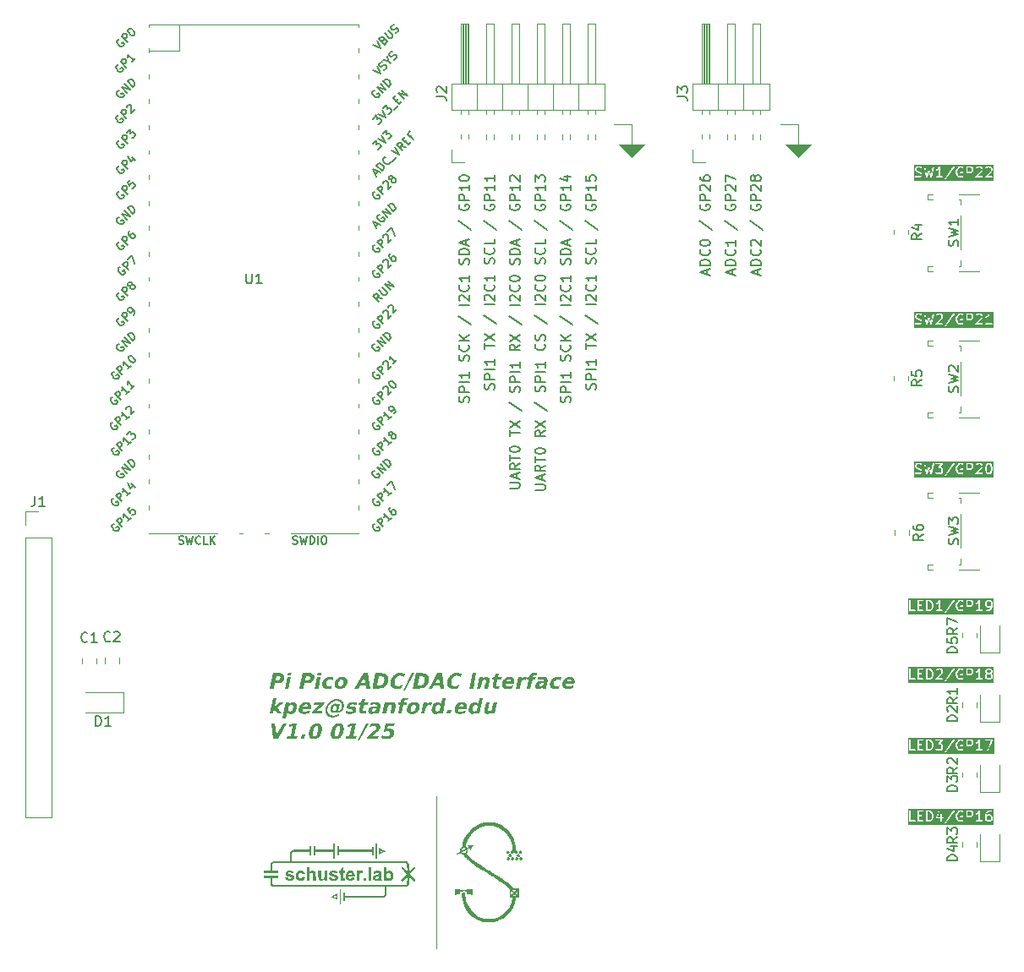
<source format=gbr>
%TF.GenerationSoftware,KiCad,Pcbnew,8.0.7-8.0.7-0~ubuntu22.04.1*%
%TF.CreationDate,2025-01-12T13:00:57-08:00*%
%TF.ProjectId,multichannelheaterdriver_mcu,6d756c74-6963-4686-916e-6e656c686561,rev?*%
%TF.SameCoordinates,Original*%
%TF.FileFunction,Legend,Top*%
%TF.FilePolarity,Positive*%
%FSLAX46Y46*%
G04 Gerber Fmt 4.6, Leading zero omitted, Abs format (unit mm)*
G04 Created by KiCad (PCBNEW 8.0.7-8.0.7-0~ubuntu22.04.1) date 2025-01-12 13:00:57*
%MOMM*%
%LPD*%
G01*
G04 APERTURE LIST*
%ADD10C,0.100000*%
%ADD11C,0.150000*%
%ADD12C,0.300000*%
%ADD13C,0.120000*%
%ADD14C,0.000000*%
G04 APERTURE END LIST*
D10*
X64516000Y-10668000D02*
X62738000Y-10668000D01*
X81153000Y-13970000D02*
X79883000Y-12700000D01*
X82423000Y-12700000D01*
X81153000Y-13970000D01*
G36*
X81153000Y-13970000D02*
G01*
X79883000Y-12700000D01*
X82423000Y-12700000D01*
X81153000Y-13970000D01*
G37*
X64516000Y-13970000D02*
X63246000Y-12700000D01*
X65786000Y-12700000D01*
X64516000Y-13970000D01*
G36*
X64516000Y-13970000D02*
G01*
X63246000Y-12700000D01*
X65786000Y-12700000D01*
X64516000Y-13970000D01*
G37*
X44958000Y-77978000D02*
X44958000Y-93218000D01*
X81153000Y-10668000D02*
X81153000Y-12700000D01*
X81153000Y-10668000D02*
X79375000Y-10668000D01*
X64516000Y-10668000D02*
X64516000Y-12700000D01*
D11*
G36*
X98504412Y-15058077D02*
G01*
X98534819Y-15088484D01*
X98569077Y-15157000D01*
X98569077Y-15264447D01*
X98534819Y-15332963D01*
X98504412Y-15363370D01*
X98435896Y-15397628D01*
X98147649Y-15397628D01*
X98147649Y-15023819D01*
X98435896Y-15023819D01*
X98504412Y-15058077D01*
G37*
G36*
X100734950Y-16373025D02*
G01*
X92743681Y-16373025D01*
X92743681Y-16186993D01*
X95807173Y-16186993D01*
X95812912Y-16215687D01*
X95829195Y-16240002D01*
X95853544Y-16256235D01*
X95882252Y-16261914D01*
X95910946Y-16256175D01*
X95935261Y-16239892D01*
X95944577Y-16228516D01*
X96511994Y-15377390D01*
X96950030Y-15377390D01*
X96950030Y-15520247D01*
X96950281Y-15522800D01*
X96950119Y-15523893D01*
X96950928Y-15529366D01*
X96951471Y-15534879D01*
X96951893Y-15535900D01*
X96952269Y-15538437D01*
X96999888Y-15728913D01*
X97000273Y-15729992D01*
X97000312Y-15730532D01*
X97002639Y-15736613D01*
X97004835Y-15742759D01*
X97005157Y-15743194D01*
X97005567Y-15744264D01*
X97053186Y-15839502D01*
X97057149Y-15845798D01*
X97057907Y-15847628D01*
X97059596Y-15849686D01*
X97061018Y-15851945D01*
X97062516Y-15853244D01*
X97067235Y-15858994D01*
X97162473Y-15954233D01*
X97173838Y-15963561D01*
X97176328Y-15964592D01*
X97178363Y-15966357D01*
X97191789Y-15972351D01*
X97334645Y-16019970D01*
X97341900Y-16021619D01*
X97343731Y-16022378D01*
X97346384Y-16022639D01*
X97348982Y-16023230D01*
X97350956Y-16023089D01*
X97358363Y-16023819D01*
X97453601Y-16023819D01*
X97461006Y-16023089D01*
X97462981Y-16023230D01*
X97465578Y-16022639D01*
X97468233Y-16022378D01*
X97470064Y-16021619D01*
X97477318Y-16019970D01*
X97620175Y-15972351D01*
X97633600Y-15966357D01*
X97635635Y-15964591D01*
X97638126Y-15963560D01*
X97649492Y-15954232D01*
X97697110Y-15906613D01*
X97706438Y-15895247D01*
X97713719Y-15877668D01*
X97717636Y-15868212D01*
X97719077Y-15853580D01*
X97719077Y-15520247D01*
X97717636Y-15505615D01*
X97706437Y-15478579D01*
X97685745Y-15457887D01*
X97658709Y-15446688D01*
X97644077Y-15445247D01*
X97453601Y-15445247D01*
X97438969Y-15446688D01*
X97411933Y-15457887D01*
X97391241Y-15478579D01*
X97380042Y-15505615D01*
X97380042Y-15534879D01*
X97391241Y-15561915D01*
X97411933Y-15582607D01*
X97438969Y-15593806D01*
X97453601Y-15595247D01*
X97569077Y-15595247D01*
X97569077Y-15822514D01*
X97555944Y-15835647D01*
X97441431Y-15873819D01*
X97370533Y-15873819D01*
X97256020Y-15835648D01*
X97181907Y-15761534D01*
X97143413Y-15684547D01*
X97100030Y-15511013D01*
X97100030Y-15386624D01*
X97143413Y-15213090D01*
X97181907Y-15136103D01*
X97256020Y-15061990D01*
X97370533Y-15023819D01*
X97483515Y-15023819D01*
X97562917Y-15063520D01*
X97576648Y-15068775D01*
X97605838Y-15070849D01*
X97633600Y-15061595D01*
X97655707Y-15042422D01*
X97668795Y-15016247D01*
X97670869Y-14987057D01*
X97661615Y-14959296D01*
X97652529Y-14948819D01*
X97997649Y-14948819D01*
X97997649Y-15948819D01*
X97999090Y-15963451D01*
X98010289Y-15990487D01*
X98030981Y-16011179D01*
X98058017Y-16022378D01*
X98087281Y-16022378D01*
X98114317Y-16011179D01*
X98135009Y-15990487D01*
X98146208Y-15963451D01*
X98147649Y-15948819D01*
X98147649Y-15934187D01*
X98903852Y-15934187D01*
X98903852Y-15963451D01*
X98915051Y-15990487D01*
X98935743Y-16011179D01*
X98962779Y-16022378D01*
X98977411Y-16023819D01*
X99596458Y-16023819D01*
X99611090Y-16022378D01*
X99638126Y-16011179D01*
X99658818Y-15990487D01*
X99670017Y-15963451D01*
X99670017Y-15934187D01*
X99856233Y-15934187D01*
X99856233Y-15963451D01*
X99867432Y-15990487D01*
X99888124Y-16011179D01*
X99915160Y-16022378D01*
X99929792Y-16023819D01*
X100548839Y-16023819D01*
X100563471Y-16022378D01*
X100590507Y-16011179D01*
X100611199Y-15990487D01*
X100622398Y-15963451D01*
X100622398Y-15934187D01*
X100611199Y-15907151D01*
X100590507Y-15886459D01*
X100563471Y-15875260D01*
X100548839Y-15873819D01*
X100110858Y-15873819D01*
X100554253Y-15430423D01*
X100563581Y-15419058D01*
X100564612Y-15416567D01*
X100566377Y-15414533D01*
X100572371Y-15401107D01*
X100619990Y-15258251D01*
X100621639Y-15250995D01*
X100622398Y-15249165D01*
X100622659Y-15246511D01*
X100623250Y-15243914D01*
X100623109Y-15241939D01*
X100623839Y-15234533D01*
X100623839Y-15139295D01*
X100622398Y-15124663D01*
X100621367Y-15122174D01*
X100621176Y-15119485D01*
X100615921Y-15105754D01*
X100568302Y-15010516D01*
X100564337Y-15004216D01*
X100563580Y-15002389D01*
X100561891Y-15000332D01*
X100560470Y-14998073D01*
X100558971Y-14996773D01*
X100554253Y-14991024D01*
X100506634Y-14943405D01*
X100500884Y-14938686D01*
X100499585Y-14937188D01*
X100497325Y-14935766D01*
X100495269Y-14934078D01*
X100493441Y-14933320D01*
X100487142Y-14929356D01*
X100391904Y-14881737D01*
X100378172Y-14876482D01*
X100375484Y-14876291D01*
X100372995Y-14875260D01*
X100358363Y-14873819D01*
X100120268Y-14873819D01*
X100105636Y-14875260D01*
X100103147Y-14876290D01*
X100100458Y-14876482D01*
X100086727Y-14881737D01*
X99991489Y-14929356D01*
X99985189Y-14933320D01*
X99983362Y-14934078D01*
X99981305Y-14935766D01*
X99979046Y-14937188D01*
X99977746Y-14938686D01*
X99971997Y-14943405D01*
X99924378Y-14991024D01*
X99915051Y-15002389D01*
X99903852Y-15029426D01*
X99903852Y-15058688D01*
X99915051Y-15085725D01*
X99935743Y-15106417D01*
X99962780Y-15117616D01*
X99992042Y-15117616D01*
X100019079Y-15106417D01*
X100030444Y-15097090D01*
X100069457Y-15058077D01*
X100137973Y-15023819D01*
X100340658Y-15023819D01*
X100409174Y-15058077D01*
X100439581Y-15088484D01*
X100473839Y-15157000D01*
X100473839Y-15222363D01*
X100435667Y-15336876D01*
X99876759Y-15895786D01*
X99867432Y-15907151D01*
X99856233Y-15934187D01*
X99670017Y-15934187D01*
X99658818Y-15907151D01*
X99638126Y-15886459D01*
X99611090Y-15875260D01*
X99596458Y-15873819D01*
X99158477Y-15873819D01*
X99601872Y-15430423D01*
X99611200Y-15419058D01*
X99612231Y-15416567D01*
X99613996Y-15414533D01*
X99619990Y-15401107D01*
X99667609Y-15258251D01*
X99669258Y-15250995D01*
X99670017Y-15249165D01*
X99670278Y-15246511D01*
X99670869Y-15243914D01*
X99670728Y-15241939D01*
X99671458Y-15234533D01*
X99671458Y-15139295D01*
X99670017Y-15124663D01*
X99668986Y-15122174D01*
X99668795Y-15119485D01*
X99663540Y-15105754D01*
X99615921Y-15010516D01*
X99611956Y-15004216D01*
X99611199Y-15002389D01*
X99609510Y-15000332D01*
X99608089Y-14998073D01*
X99606590Y-14996773D01*
X99601872Y-14991024D01*
X99554253Y-14943405D01*
X99548503Y-14938686D01*
X99547204Y-14937188D01*
X99544944Y-14935766D01*
X99542888Y-14934078D01*
X99541060Y-14933320D01*
X99534761Y-14929356D01*
X99439523Y-14881737D01*
X99425791Y-14876482D01*
X99423103Y-14876291D01*
X99420614Y-14875260D01*
X99405982Y-14873819D01*
X99167887Y-14873819D01*
X99153255Y-14875260D01*
X99150766Y-14876290D01*
X99148077Y-14876482D01*
X99134346Y-14881737D01*
X99039108Y-14929356D01*
X99032808Y-14933320D01*
X99030981Y-14934078D01*
X99028924Y-14935766D01*
X99026665Y-14937188D01*
X99025365Y-14938686D01*
X99019616Y-14943405D01*
X98971997Y-14991024D01*
X98962670Y-15002389D01*
X98951471Y-15029426D01*
X98951471Y-15058688D01*
X98962670Y-15085725D01*
X98983362Y-15106417D01*
X99010399Y-15117616D01*
X99039661Y-15117616D01*
X99066698Y-15106417D01*
X99078063Y-15097090D01*
X99117076Y-15058077D01*
X99185592Y-15023819D01*
X99388277Y-15023819D01*
X99456793Y-15058077D01*
X99487200Y-15088484D01*
X99521458Y-15157000D01*
X99521458Y-15222363D01*
X99483286Y-15336876D01*
X98924378Y-15895786D01*
X98915051Y-15907151D01*
X98903852Y-15934187D01*
X98147649Y-15934187D01*
X98147649Y-15547628D01*
X98453601Y-15547628D01*
X98468233Y-15546187D01*
X98470722Y-15545155D01*
X98473410Y-15544965D01*
X98487142Y-15539710D01*
X98582380Y-15492091D01*
X98588679Y-15488126D01*
X98590507Y-15487369D01*
X98592563Y-15485680D01*
X98594823Y-15484259D01*
X98596122Y-15482760D01*
X98601872Y-15478042D01*
X98649491Y-15430423D01*
X98654209Y-15424673D01*
X98655708Y-15423374D01*
X98657129Y-15421114D01*
X98658818Y-15419058D01*
X98659575Y-15417230D01*
X98663540Y-15410931D01*
X98711159Y-15315693D01*
X98716414Y-15301962D01*
X98716605Y-15299272D01*
X98717636Y-15296784D01*
X98719077Y-15282152D01*
X98719077Y-15139295D01*
X98717636Y-15124663D01*
X98716605Y-15122174D01*
X98716414Y-15119485D01*
X98711159Y-15105754D01*
X98663540Y-15010516D01*
X98659575Y-15004216D01*
X98658818Y-15002389D01*
X98657129Y-15000332D01*
X98655708Y-14998073D01*
X98654209Y-14996773D01*
X98649491Y-14991024D01*
X98601872Y-14943405D01*
X98596122Y-14938686D01*
X98594823Y-14937188D01*
X98592563Y-14935766D01*
X98590507Y-14934078D01*
X98588679Y-14933320D01*
X98582380Y-14929356D01*
X98487142Y-14881737D01*
X98473410Y-14876482D01*
X98470722Y-14876291D01*
X98468233Y-14875260D01*
X98453601Y-14873819D01*
X98072649Y-14873819D01*
X98058017Y-14875260D01*
X98030981Y-14886459D01*
X98010289Y-14907151D01*
X97999090Y-14934187D01*
X97997649Y-14948819D01*
X97652529Y-14948819D01*
X97642442Y-14937188D01*
X97629999Y-14929356D01*
X97534761Y-14881737D01*
X97521029Y-14876482D01*
X97518341Y-14876291D01*
X97515852Y-14875260D01*
X97501220Y-14873819D01*
X97358363Y-14873819D01*
X97350956Y-14874548D01*
X97348982Y-14874408D01*
X97346384Y-14874998D01*
X97343731Y-14875260D01*
X97341900Y-14876018D01*
X97334645Y-14877668D01*
X97191789Y-14925287D01*
X97178363Y-14931281D01*
X97176328Y-14933045D01*
X97173838Y-14934077D01*
X97162473Y-14943405D01*
X97067235Y-15038643D01*
X97062516Y-15044392D01*
X97061018Y-15045692D01*
X97059596Y-15047951D01*
X97057908Y-15050008D01*
X97057150Y-15051835D01*
X97053186Y-15058135D01*
X97005567Y-15153373D01*
X97005157Y-15154442D01*
X97004835Y-15154878D01*
X97002649Y-15160997D01*
X97000312Y-15167105D01*
X97000273Y-15167644D01*
X96999888Y-15168724D01*
X96952269Y-15359200D01*
X96951893Y-15361736D01*
X96951471Y-15362758D01*
X96950928Y-15368270D01*
X96950119Y-15373744D01*
X96950281Y-15374836D01*
X96950030Y-15377390D01*
X96511994Y-15377390D01*
X96801719Y-14942802D01*
X96808636Y-14929828D01*
X96814315Y-14901121D01*
X96808576Y-14872426D01*
X96792293Y-14848111D01*
X96767944Y-14831878D01*
X96739236Y-14826200D01*
X96710542Y-14831939D01*
X96686227Y-14848222D01*
X96676911Y-14859597D01*
X95819769Y-16145312D01*
X95812852Y-16158285D01*
X95807173Y-16186993D01*
X92743681Y-16186993D01*
X92743681Y-15139295D01*
X92854792Y-15139295D01*
X92854792Y-15234533D01*
X92856233Y-15249165D01*
X92857264Y-15251654D01*
X92857455Y-15254342D01*
X92862710Y-15268074D01*
X92910329Y-15363312D01*
X92914293Y-15369611D01*
X92915051Y-15371439D01*
X92916739Y-15373495D01*
X92918161Y-15375755D01*
X92919659Y-15377054D01*
X92924378Y-15382804D01*
X92971997Y-15430423D01*
X92977746Y-15435141D01*
X92979046Y-15436640D01*
X92981305Y-15438061D01*
X92983362Y-15439750D01*
X92985189Y-15440507D01*
X92991489Y-15444472D01*
X93086727Y-15492091D01*
X93087796Y-15492500D01*
X93088232Y-15492823D01*
X93094368Y-15495015D01*
X93100458Y-15497346D01*
X93100998Y-15497384D01*
X93102078Y-15497770D01*
X93284568Y-15543392D01*
X93361555Y-15581886D01*
X93391962Y-15612293D01*
X93426220Y-15680809D01*
X93426220Y-15740637D01*
X93391961Y-15809153D01*
X93361554Y-15839561D01*
X93293039Y-15873819D01*
X93084819Y-15873819D01*
X92953509Y-15830049D01*
X92939172Y-15826789D01*
X92909982Y-15828864D01*
X92883809Y-15841950D01*
X92864635Y-15864057D01*
X92855381Y-15891820D01*
X92857456Y-15921010D01*
X92870542Y-15947183D01*
X92892649Y-15966357D01*
X92906075Y-15972351D01*
X93048931Y-16019970D01*
X93056186Y-16021619D01*
X93058017Y-16022378D01*
X93060670Y-16022639D01*
X93063268Y-16023230D01*
X93065242Y-16023089D01*
X93072649Y-16023819D01*
X93310744Y-16023819D01*
X93325376Y-16022378D01*
X93327865Y-16021346D01*
X93330553Y-16021156D01*
X93344285Y-16015901D01*
X93439523Y-15968282D01*
X93445822Y-15964317D01*
X93447650Y-15963560D01*
X93449706Y-15961872D01*
X93451966Y-15960450D01*
X93453266Y-15958950D01*
X93459016Y-15954232D01*
X93506634Y-15906613D01*
X93511352Y-15900863D01*
X93512851Y-15899564D01*
X93514272Y-15897305D01*
X93515962Y-15895247D01*
X93516719Y-15893417D01*
X93520683Y-15887121D01*
X93568302Y-15791883D01*
X93573557Y-15778152D01*
X93573748Y-15775462D01*
X93574779Y-15772974D01*
X93576220Y-15758342D01*
X93576220Y-15663104D01*
X93574779Y-15648472D01*
X93573748Y-15645983D01*
X93573557Y-15643294D01*
X93568302Y-15629563D01*
X93520683Y-15534325D01*
X93516718Y-15528025D01*
X93515961Y-15526198D01*
X93514272Y-15524141D01*
X93512851Y-15521882D01*
X93511352Y-15520582D01*
X93506634Y-15514833D01*
X93459015Y-15467214D01*
X93453265Y-15462495D01*
X93451966Y-15460997D01*
X93449706Y-15459575D01*
X93447650Y-15457887D01*
X93445822Y-15457129D01*
X93439523Y-15453165D01*
X93344285Y-15405546D01*
X93343215Y-15405136D01*
X93342780Y-15404814D01*
X93336634Y-15402618D01*
X93330553Y-15400291D01*
X93330013Y-15400252D01*
X93328934Y-15399867D01*
X93146444Y-15354244D01*
X93069457Y-15315751D01*
X93039050Y-15285344D01*
X93004792Y-15216828D01*
X93004792Y-15157000D01*
X93039050Y-15088484D01*
X93069457Y-15058077D01*
X93137973Y-15023819D01*
X93346193Y-15023819D01*
X93477502Y-15067589D01*
X93491839Y-15070849D01*
X93521029Y-15068774D01*
X93547203Y-15055688D01*
X93566377Y-15033580D01*
X93575631Y-15005818D01*
X93573556Y-14976628D01*
X93561053Y-14951623D01*
X93759606Y-14951623D01*
X93761594Y-14966191D01*
X93999689Y-15966191D01*
X94001418Y-15971210D01*
X94001658Y-15973012D01*
X94002600Y-15974640D01*
X94004479Y-15980091D01*
X94010865Y-15988915D01*
X94016320Y-15998337D01*
X94019377Y-16000677D01*
X94021636Y-16003798D01*
X94030911Y-16009505D01*
X94039558Y-16016124D01*
X94043278Y-16017116D01*
X94046558Y-16019134D01*
X94057312Y-16020858D01*
X94067834Y-16023664D01*
X94071649Y-16023157D01*
X94075453Y-16023767D01*
X94086051Y-16021243D01*
X94096842Y-16019810D01*
X94100173Y-16017881D01*
X94103921Y-16016989D01*
X94112745Y-16010602D01*
X94122167Y-16005148D01*
X94124507Y-16002090D01*
X94127628Y-15999832D01*
X94133335Y-15990556D01*
X94139954Y-15981910D01*
X94141979Y-15976510D01*
X94142964Y-15974910D01*
X94143251Y-15973118D01*
X94145117Y-15968144D01*
X94263124Y-15525613D01*
X94381133Y-15968144D01*
X94382998Y-15973119D01*
X94383286Y-15974910D01*
X94384270Y-15976509D01*
X94386296Y-15981911D01*
X94392916Y-15990559D01*
X94398622Y-15999832D01*
X94401742Y-16002090D01*
X94404083Y-16005148D01*
X94413504Y-16010602D01*
X94422329Y-16016989D01*
X94426076Y-16017881D01*
X94429408Y-16019810D01*
X94440201Y-16021244D01*
X94450797Y-16023767D01*
X94454598Y-16023157D01*
X94458417Y-16023665D01*
X94468948Y-16020856D01*
X94479692Y-16019134D01*
X94482968Y-16017118D01*
X94486692Y-16016125D01*
X94495342Y-16009503D01*
X94504614Y-16003798D01*
X94506872Y-16000677D01*
X94509930Y-15998337D01*
X94515385Y-15988914D01*
X94521771Y-15980091D01*
X94523648Y-15974642D01*
X94524592Y-15973013D01*
X94524831Y-15971209D01*
X94526561Y-15966191D01*
X94702999Y-15225152D01*
X94950619Y-15225152D01*
X94952693Y-15254342D01*
X94965780Y-15280517D01*
X94987888Y-15299690D01*
X95015649Y-15308944D01*
X95044839Y-15306870D01*
X95058571Y-15301615D01*
X95153809Y-15253996D01*
X95160108Y-15250031D01*
X95161936Y-15249274D01*
X95163992Y-15247585D01*
X95166252Y-15246164D01*
X95167551Y-15244665D01*
X95173301Y-15239947D01*
X95235744Y-15177504D01*
X95235744Y-15873819D01*
X95025030Y-15873819D01*
X95010398Y-15875260D01*
X94983362Y-15886459D01*
X94962670Y-15907151D01*
X94951471Y-15934187D01*
X94951471Y-15963451D01*
X94962670Y-15990487D01*
X94983362Y-16011179D01*
X95010398Y-16022378D01*
X95025030Y-16023819D01*
X95596458Y-16023819D01*
X95611090Y-16022378D01*
X95638126Y-16011179D01*
X95658818Y-15990487D01*
X95670017Y-15963451D01*
X95670017Y-15934187D01*
X95658818Y-15907151D01*
X95638126Y-15886459D01*
X95611090Y-15875260D01*
X95596458Y-15873819D01*
X95385744Y-15873819D01*
X95385744Y-14948819D01*
X95385738Y-14948766D01*
X95385744Y-14948740D01*
X95385728Y-14948663D01*
X95384303Y-14934187D01*
X95381461Y-14927326D01*
X95380005Y-14920045D01*
X95375915Y-14913938D01*
X95373104Y-14907151D01*
X95367855Y-14901902D01*
X95363722Y-14895730D01*
X95357605Y-14891652D01*
X95352412Y-14886459D01*
X95345552Y-14883617D01*
X95339373Y-14879498D01*
X95332164Y-14878072D01*
X95325376Y-14875260D01*
X95317949Y-14875260D01*
X95310665Y-14873819D01*
X95303460Y-14875260D01*
X95296112Y-14875260D01*
X95289251Y-14878101D01*
X95281971Y-14879558D01*
X95275865Y-14883646D01*
X95269076Y-14886459D01*
X95263825Y-14891709D01*
X95257656Y-14895841D01*
X95248435Y-14907099D01*
X95248384Y-14907151D01*
X95248374Y-14907173D01*
X95248340Y-14907216D01*
X95157220Y-15043896D01*
X95075841Y-15125275D01*
X94991489Y-15167451D01*
X94979046Y-15175283D01*
X94959873Y-15197391D01*
X94950619Y-15225152D01*
X94702999Y-15225152D01*
X94764657Y-14966191D01*
X94766645Y-14951623D01*
X94762012Y-14922728D01*
X94746676Y-14897806D01*
X94722969Y-14880650D01*
X94694501Y-14873871D01*
X94665606Y-14878504D01*
X94640684Y-14893840D01*
X94623527Y-14917547D01*
X94618737Y-14931448D01*
X94449484Y-15642303D01*
X94335593Y-15215208D01*
X94334307Y-15211780D01*
X94334116Y-15210339D01*
X94333124Y-15208626D01*
X94330430Y-15201442D01*
X94324415Y-15193583D01*
X94319454Y-15185015D01*
X94315595Y-15182061D01*
X94312643Y-15178204D01*
X94304078Y-15173245D01*
X94296216Y-15167227D01*
X94291519Y-15165974D01*
X94287318Y-15163542D01*
X94277511Y-15162239D01*
X94267941Y-15159687D01*
X94263122Y-15160327D01*
X94258310Y-15159688D01*
X94248749Y-15162237D01*
X94238932Y-15163542D01*
X94234726Y-15165976D01*
X94230034Y-15167228D01*
X94222174Y-15173243D01*
X94213607Y-15178204D01*
X94210653Y-15182062D01*
X94206796Y-15185015D01*
X94201837Y-15193580D01*
X94195820Y-15201441D01*
X94193123Y-15208630D01*
X94192134Y-15210340D01*
X94191942Y-15211779D01*
X94190657Y-15215208D01*
X94076765Y-15642303D01*
X93907514Y-14931447D01*
X93902724Y-14917547D01*
X93885567Y-14893840D01*
X93860645Y-14878504D01*
X93831750Y-14873871D01*
X93803282Y-14880649D01*
X93779575Y-14897806D01*
X93764239Y-14922728D01*
X93759606Y-14951623D01*
X93561053Y-14951623D01*
X93560469Y-14950455D01*
X93538362Y-14931281D01*
X93524937Y-14925287D01*
X93382080Y-14877668D01*
X93374826Y-14876018D01*
X93372995Y-14875260D01*
X93370340Y-14874998D01*
X93367743Y-14874408D01*
X93365768Y-14874548D01*
X93358363Y-14873819D01*
X93120268Y-14873819D01*
X93105636Y-14875260D01*
X93103147Y-14876290D01*
X93100458Y-14876482D01*
X93086727Y-14881737D01*
X92991489Y-14929356D01*
X92985189Y-14933320D01*
X92983362Y-14934078D01*
X92981305Y-14935766D01*
X92979046Y-14937188D01*
X92977746Y-14938686D01*
X92971997Y-14943405D01*
X92924378Y-14991024D01*
X92919659Y-14996773D01*
X92918161Y-14998073D01*
X92916739Y-15000332D01*
X92915051Y-15002389D01*
X92914293Y-15004216D01*
X92910329Y-15010516D01*
X92862710Y-15105754D01*
X92857455Y-15119486D01*
X92857264Y-15122173D01*
X92856233Y-15124663D01*
X92854792Y-15139295D01*
X92743681Y-15139295D01*
X92743681Y-14715089D01*
X100734950Y-14715089D01*
X100734950Y-16373025D01*
G37*
X52286819Y-47116495D02*
X53096342Y-47116495D01*
X53096342Y-47116495D02*
X53191580Y-47068876D01*
X53191580Y-47068876D02*
X53239200Y-47021257D01*
X53239200Y-47021257D02*
X53286819Y-46926019D01*
X53286819Y-46926019D02*
X53286819Y-46735543D01*
X53286819Y-46735543D02*
X53239200Y-46640305D01*
X53239200Y-46640305D02*
X53191580Y-46592686D01*
X53191580Y-46592686D02*
X53096342Y-46545067D01*
X53096342Y-46545067D02*
X52286819Y-46545067D01*
X53001104Y-46116495D02*
X53001104Y-45640305D01*
X53286819Y-46211733D02*
X52286819Y-45878400D01*
X52286819Y-45878400D02*
X53286819Y-45545067D01*
X53286819Y-44640305D02*
X52810628Y-44973638D01*
X53286819Y-45211733D02*
X52286819Y-45211733D01*
X52286819Y-45211733D02*
X52286819Y-44830781D01*
X52286819Y-44830781D02*
X52334438Y-44735543D01*
X52334438Y-44735543D02*
X52382057Y-44687924D01*
X52382057Y-44687924D02*
X52477295Y-44640305D01*
X52477295Y-44640305D02*
X52620152Y-44640305D01*
X52620152Y-44640305D02*
X52715390Y-44687924D01*
X52715390Y-44687924D02*
X52763009Y-44735543D01*
X52763009Y-44735543D02*
X52810628Y-44830781D01*
X52810628Y-44830781D02*
X52810628Y-45211733D01*
X52286819Y-44354590D02*
X52286819Y-43783162D01*
X53286819Y-44068876D02*
X52286819Y-44068876D01*
X52286819Y-43259352D02*
X52286819Y-43164114D01*
X52286819Y-43164114D02*
X52334438Y-43068876D01*
X52334438Y-43068876D02*
X52382057Y-43021257D01*
X52382057Y-43021257D02*
X52477295Y-42973638D01*
X52477295Y-42973638D02*
X52667771Y-42926019D01*
X52667771Y-42926019D02*
X52905866Y-42926019D01*
X52905866Y-42926019D02*
X53096342Y-42973638D01*
X53096342Y-42973638D02*
X53191580Y-43021257D01*
X53191580Y-43021257D02*
X53239200Y-43068876D01*
X53239200Y-43068876D02*
X53286819Y-43164114D01*
X53286819Y-43164114D02*
X53286819Y-43259352D01*
X53286819Y-43259352D02*
X53239200Y-43354590D01*
X53239200Y-43354590D02*
X53191580Y-43402209D01*
X53191580Y-43402209D02*
X53096342Y-43449828D01*
X53096342Y-43449828D02*
X52905866Y-43497447D01*
X52905866Y-43497447D02*
X52667771Y-43497447D01*
X52667771Y-43497447D02*
X52477295Y-43449828D01*
X52477295Y-43449828D02*
X52382057Y-43402209D01*
X52382057Y-43402209D02*
X52334438Y-43354590D01*
X52334438Y-43354590D02*
X52286819Y-43259352D01*
X52286819Y-41878399D02*
X52286819Y-41306971D01*
X53286819Y-41592685D02*
X52286819Y-41592685D01*
X52286819Y-41068875D02*
X53286819Y-40402209D01*
X52286819Y-40402209D02*
X53286819Y-41068875D01*
X52239200Y-38545066D02*
X53524914Y-39402208D01*
X53239200Y-37497446D02*
X53286819Y-37354589D01*
X53286819Y-37354589D02*
X53286819Y-37116494D01*
X53286819Y-37116494D02*
X53239200Y-37021256D01*
X53239200Y-37021256D02*
X53191580Y-36973637D01*
X53191580Y-36973637D02*
X53096342Y-36926018D01*
X53096342Y-36926018D02*
X53001104Y-36926018D01*
X53001104Y-36926018D02*
X52905866Y-36973637D01*
X52905866Y-36973637D02*
X52858247Y-37021256D01*
X52858247Y-37021256D02*
X52810628Y-37116494D01*
X52810628Y-37116494D02*
X52763009Y-37306970D01*
X52763009Y-37306970D02*
X52715390Y-37402208D01*
X52715390Y-37402208D02*
X52667771Y-37449827D01*
X52667771Y-37449827D02*
X52572533Y-37497446D01*
X52572533Y-37497446D02*
X52477295Y-37497446D01*
X52477295Y-37497446D02*
X52382057Y-37449827D01*
X52382057Y-37449827D02*
X52334438Y-37402208D01*
X52334438Y-37402208D02*
X52286819Y-37306970D01*
X52286819Y-37306970D02*
X52286819Y-37068875D01*
X52286819Y-37068875D02*
X52334438Y-36926018D01*
X53286819Y-36497446D02*
X52286819Y-36497446D01*
X52286819Y-36497446D02*
X52286819Y-36116494D01*
X52286819Y-36116494D02*
X52334438Y-36021256D01*
X52334438Y-36021256D02*
X52382057Y-35973637D01*
X52382057Y-35973637D02*
X52477295Y-35926018D01*
X52477295Y-35926018D02*
X52620152Y-35926018D01*
X52620152Y-35926018D02*
X52715390Y-35973637D01*
X52715390Y-35973637D02*
X52763009Y-36021256D01*
X52763009Y-36021256D02*
X52810628Y-36116494D01*
X52810628Y-36116494D02*
X52810628Y-36497446D01*
X53286819Y-35497446D02*
X52286819Y-35497446D01*
X53286819Y-34497447D02*
X53286819Y-35068875D01*
X53286819Y-34783161D02*
X52286819Y-34783161D01*
X52286819Y-34783161D02*
X52429676Y-34878399D01*
X52429676Y-34878399D02*
X52524914Y-34973637D01*
X52524914Y-34973637D02*
X52572533Y-35068875D01*
X53286819Y-32735542D02*
X52810628Y-33068875D01*
X53286819Y-33306970D02*
X52286819Y-33306970D01*
X52286819Y-33306970D02*
X52286819Y-32926018D01*
X52286819Y-32926018D02*
X52334438Y-32830780D01*
X52334438Y-32830780D02*
X52382057Y-32783161D01*
X52382057Y-32783161D02*
X52477295Y-32735542D01*
X52477295Y-32735542D02*
X52620152Y-32735542D01*
X52620152Y-32735542D02*
X52715390Y-32783161D01*
X52715390Y-32783161D02*
X52763009Y-32830780D01*
X52763009Y-32830780D02*
X52810628Y-32926018D01*
X52810628Y-32926018D02*
X52810628Y-33306970D01*
X52286819Y-32402208D02*
X53286819Y-31735542D01*
X52286819Y-31735542D02*
X53286819Y-32402208D01*
X52239200Y-29878399D02*
X53524914Y-30735541D01*
X53286819Y-28783160D02*
X52286819Y-28783160D01*
X52382057Y-28354589D02*
X52334438Y-28306970D01*
X52334438Y-28306970D02*
X52286819Y-28211732D01*
X52286819Y-28211732D02*
X52286819Y-27973637D01*
X52286819Y-27973637D02*
X52334438Y-27878399D01*
X52334438Y-27878399D02*
X52382057Y-27830780D01*
X52382057Y-27830780D02*
X52477295Y-27783161D01*
X52477295Y-27783161D02*
X52572533Y-27783161D01*
X52572533Y-27783161D02*
X52715390Y-27830780D01*
X52715390Y-27830780D02*
X53286819Y-28402208D01*
X53286819Y-28402208D02*
X53286819Y-27783161D01*
X53191580Y-26783161D02*
X53239200Y-26830780D01*
X53239200Y-26830780D02*
X53286819Y-26973637D01*
X53286819Y-26973637D02*
X53286819Y-27068875D01*
X53286819Y-27068875D02*
X53239200Y-27211732D01*
X53239200Y-27211732D02*
X53143961Y-27306970D01*
X53143961Y-27306970D02*
X53048723Y-27354589D01*
X53048723Y-27354589D02*
X52858247Y-27402208D01*
X52858247Y-27402208D02*
X52715390Y-27402208D01*
X52715390Y-27402208D02*
X52524914Y-27354589D01*
X52524914Y-27354589D02*
X52429676Y-27306970D01*
X52429676Y-27306970D02*
X52334438Y-27211732D01*
X52334438Y-27211732D02*
X52286819Y-27068875D01*
X52286819Y-27068875D02*
X52286819Y-26973637D01*
X52286819Y-26973637D02*
X52334438Y-26830780D01*
X52334438Y-26830780D02*
X52382057Y-26783161D01*
X52286819Y-26164113D02*
X52286819Y-26068875D01*
X52286819Y-26068875D02*
X52334438Y-25973637D01*
X52334438Y-25973637D02*
X52382057Y-25926018D01*
X52382057Y-25926018D02*
X52477295Y-25878399D01*
X52477295Y-25878399D02*
X52667771Y-25830780D01*
X52667771Y-25830780D02*
X52905866Y-25830780D01*
X52905866Y-25830780D02*
X53096342Y-25878399D01*
X53096342Y-25878399D02*
X53191580Y-25926018D01*
X53191580Y-25926018D02*
X53239200Y-25973637D01*
X53239200Y-25973637D02*
X53286819Y-26068875D01*
X53286819Y-26068875D02*
X53286819Y-26164113D01*
X53286819Y-26164113D02*
X53239200Y-26259351D01*
X53239200Y-26259351D02*
X53191580Y-26306970D01*
X53191580Y-26306970D02*
X53096342Y-26354589D01*
X53096342Y-26354589D02*
X52905866Y-26402208D01*
X52905866Y-26402208D02*
X52667771Y-26402208D01*
X52667771Y-26402208D02*
X52477295Y-26354589D01*
X52477295Y-26354589D02*
X52382057Y-26306970D01*
X52382057Y-26306970D02*
X52334438Y-26259351D01*
X52334438Y-26259351D02*
X52286819Y-26164113D01*
X53239200Y-24687922D02*
X53286819Y-24545065D01*
X53286819Y-24545065D02*
X53286819Y-24306970D01*
X53286819Y-24306970D02*
X53239200Y-24211732D01*
X53239200Y-24211732D02*
X53191580Y-24164113D01*
X53191580Y-24164113D02*
X53096342Y-24116494D01*
X53096342Y-24116494D02*
X53001104Y-24116494D01*
X53001104Y-24116494D02*
X52905866Y-24164113D01*
X52905866Y-24164113D02*
X52858247Y-24211732D01*
X52858247Y-24211732D02*
X52810628Y-24306970D01*
X52810628Y-24306970D02*
X52763009Y-24497446D01*
X52763009Y-24497446D02*
X52715390Y-24592684D01*
X52715390Y-24592684D02*
X52667771Y-24640303D01*
X52667771Y-24640303D02*
X52572533Y-24687922D01*
X52572533Y-24687922D02*
X52477295Y-24687922D01*
X52477295Y-24687922D02*
X52382057Y-24640303D01*
X52382057Y-24640303D02*
X52334438Y-24592684D01*
X52334438Y-24592684D02*
X52286819Y-24497446D01*
X52286819Y-24497446D02*
X52286819Y-24259351D01*
X52286819Y-24259351D02*
X52334438Y-24116494D01*
X53286819Y-23687922D02*
X52286819Y-23687922D01*
X52286819Y-23687922D02*
X52286819Y-23449827D01*
X52286819Y-23449827D02*
X52334438Y-23306970D01*
X52334438Y-23306970D02*
X52429676Y-23211732D01*
X52429676Y-23211732D02*
X52524914Y-23164113D01*
X52524914Y-23164113D02*
X52715390Y-23116494D01*
X52715390Y-23116494D02*
X52858247Y-23116494D01*
X52858247Y-23116494D02*
X53048723Y-23164113D01*
X53048723Y-23164113D02*
X53143961Y-23211732D01*
X53143961Y-23211732D02*
X53239200Y-23306970D01*
X53239200Y-23306970D02*
X53286819Y-23449827D01*
X53286819Y-23449827D02*
X53286819Y-23687922D01*
X53001104Y-22735541D02*
X53001104Y-22259351D01*
X53286819Y-22830779D02*
X52286819Y-22497446D01*
X52286819Y-22497446D02*
X53286819Y-22164113D01*
X52239200Y-20354589D02*
X53524914Y-21211731D01*
X52334438Y-18735541D02*
X52286819Y-18830779D01*
X52286819Y-18830779D02*
X52286819Y-18973636D01*
X52286819Y-18973636D02*
X52334438Y-19116493D01*
X52334438Y-19116493D02*
X52429676Y-19211731D01*
X52429676Y-19211731D02*
X52524914Y-19259350D01*
X52524914Y-19259350D02*
X52715390Y-19306969D01*
X52715390Y-19306969D02*
X52858247Y-19306969D01*
X52858247Y-19306969D02*
X53048723Y-19259350D01*
X53048723Y-19259350D02*
X53143961Y-19211731D01*
X53143961Y-19211731D02*
X53239200Y-19116493D01*
X53239200Y-19116493D02*
X53286819Y-18973636D01*
X53286819Y-18973636D02*
X53286819Y-18878398D01*
X53286819Y-18878398D02*
X53239200Y-18735541D01*
X53239200Y-18735541D02*
X53191580Y-18687922D01*
X53191580Y-18687922D02*
X52858247Y-18687922D01*
X52858247Y-18687922D02*
X52858247Y-18878398D01*
X53286819Y-18259350D02*
X52286819Y-18259350D01*
X52286819Y-18259350D02*
X52286819Y-17878398D01*
X52286819Y-17878398D02*
X52334438Y-17783160D01*
X52334438Y-17783160D02*
X52382057Y-17735541D01*
X52382057Y-17735541D02*
X52477295Y-17687922D01*
X52477295Y-17687922D02*
X52620152Y-17687922D01*
X52620152Y-17687922D02*
X52715390Y-17735541D01*
X52715390Y-17735541D02*
X52763009Y-17783160D01*
X52763009Y-17783160D02*
X52810628Y-17878398D01*
X52810628Y-17878398D02*
X52810628Y-18259350D01*
X53286819Y-16735541D02*
X53286819Y-17306969D01*
X53286819Y-17021255D02*
X52286819Y-17021255D01*
X52286819Y-17021255D02*
X52429676Y-17116493D01*
X52429676Y-17116493D02*
X52524914Y-17211731D01*
X52524914Y-17211731D02*
X52572533Y-17306969D01*
X52382057Y-16354588D02*
X52334438Y-16306969D01*
X52334438Y-16306969D02*
X52286819Y-16211731D01*
X52286819Y-16211731D02*
X52286819Y-15973636D01*
X52286819Y-15973636D02*
X52334438Y-15878398D01*
X52334438Y-15878398D02*
X52382057Y-15830779D01*
X52382057Y-15830779D02*
X52477295Y-15783160D01*
X52477295Y-15783160D02*
X52572533Y-15783160D01*
X52572533Y-15783160D02*
X52715390Y-15830779D01*
X52715390Y-15830779D02*
X53286819Y-16402207D01*
X53286819Y-16402207D02*
X53286819Y-15783160D01*
G36*
X94413087Y-79577990D02*
G01*
X94487200Y-79652103D01*
X94525693Y-79729090D01*
X94569077Y-79902624D01*
X94569077Y-80027013D01*
X94525693Y-80200547D01*
X94487199Y-80277534D01*
X94413087Y-80351647D01*
X94298574Y-80389819D01*
X94147649Y-80389819D01*
X94147649Y-79539819D01*
X94298574Y-79539819D01*
X94413087Y-79577990D01*
G37*
G36*
X100409174Y-79955029D02*
G01*
X100439581Y-79985436D01*
X100473839Y-80053952D01*
X100473839Y-80256637D01*
X100439580Y-80325153D01*
X100409173Y-80355561D01*
X100340658Y-80389819D01*
X100185592Y-80389819D01*
X100117076Y-80355561D01*
X100086669Y-80325153D01*
X100052411Y-80256637D01*
X100052411Y-80053952D01*
X100086669Y-79985436D01*
X100117076Y-79955029D01*
X100185592Y-79920771D01*
X100340658Y-79920771D01*
X100409174Y-79955029D01*
G37*
G36*
X98504412Y-79574077D02*
G01*
X98534819Y-79604484D01*
X98569077Y-79673000D01*
X98569077Y-79780447D01*
X98534819Y-79848963D01*
X98504412Y-79879370D01*
X98435896Y-79913628D01*
X98147649Y-79913628D01*
X98147649Y-79539819D01*
X98435896Y-79539819D01*
X98504412Y-79574077D01*
G37*
G36*
X100734950Y-80889025D02*
G01*
X92172252Y-80889025D01*
X92172252Y-80702993D01*
X95807173Y-80702993D01*
X95812912Y-80731687D01*
X95829195Y-80756002D01*
X95853544Y-80772235D01*
X95882252Y-80777914D01*
X95910946Y-80772175D01*
X95935261Y-80755892D01*
X95944577Y-80744516D01*
X96511994Y-79893390D01*
X96950030Y-79893390D01*
X96950030Y-80036247D01*
X96950281Y-80038800D01*
X96950119Y-80039893D01*
X96950928Y-80045366D01*
X96951471Y-80050879D01*
X96951893Y-80051900D01*
X96952269Y-80054437D01*
X96999888Y-80244913D01*
X97000273Y-80245992D01*
X97000312Y-80246532D01*
X97002639Y-80252613D01*
X97004835Y-80258759D01*
X97005157Y-80259194D01*
X97005567Y-80260264D01*
X97053186Y-80355502D01*
X97057149Y-80361798D01*
X97057907Y-80363628D01*
X97059596Y-80365686D01*
X97061018Y-80367945D01*
X97062516Y-80369244D01*
X97067235Y-80374994D01*
X97162473Y-80470233D01*
X97173838Y-80479561D01*
X97176328Y-80480592D01*
X97178363Y-80482357D01*
X97191789Y-80488351D01*
X97334645Y-80535970D01*
X97341900Y-80537619D01*
X97343731Y-80538378D01*
X97346384Y-80538639D01*
X97348982Y-80539230D01*
X97350956Y-80539089D01*
X97358363Y-80539819D01*
X97453601Y-80539819D01*
X97461006Y-80539089D01*
X97462981Y-80539230D01*
X97465578Y-80538639D01*
X97468233Y-80538378D01*
X97470064Y-80537619D01*
X97477318Y-80535970D01*
X97620175Y-80488351D01*
X97633600Y-80482357D01*
X97635635Y-80480591D01*
X97638126Y-80479560D01*
X97649492Y-80470232D01*
X97697110Y-80422613D01*
X97706438Y-80411247D01*
X97713719Y-80393668D01*
X97717636Y-80384212D01*
X97719077Y-80369580D01*
X97719077Y-80036247D01*
X97717636Y-80021615D01*
X97706437Y-79994579D01*
X97685745Y-79973887D01*
X97658709Y-79962688D01*
X97644077Y-79961247D01*
X97453601Y-79961247D01*
X97438969Y-79962688D01*
X97411933Y-79973887D01*
X97391241Y-79994579D01*
X97380042Y-80021615D01*
X97380042Y-80050879D01*
X97391241Y-80077915D01*
X97411933Y-80098607D01*
X97438969Y-80109806D01*
X97453601Y-80111247D01*
X97569077Y-80111247D01*
X97569077Y-80338514D01*
X97555944Y-80351647D01*
X97441431Y-80389819D01*
X97370533Y-80389819D01*
X97256020Y-80351648D01*
X97181907Y-80277534D01*
X97143413Y-80200547D01*
X97100030Y-80027013D01*
X97100030Y-79902624D01*
X97143413Y-79729090D01*
X97181907Y-79652103D01*
X97256020Y-79577990D01*
X97370533Y-79539819D01*
X97483515Y-79539819D01*
X97562917Y-79579520D01*
X97576648Y-79584775D01*
X97605838Y-79586849D01*
X97633600Y-79577595D01*
X97655707Y-79558422D01*
X97668795Y-79532247D01*
X97670869Y-79503057D01*
X97661615Y-79475296D01*
X97652529Y-79464819D01*
X97997649Y-79464819D01*
X97997649Y-80464819D01*
X97999090Y-80479451D01*
X98010289Y-80506487D01*
X98030981Y-80527179D01*
X98058017Y-80538378D01*
X98087281Y-80538378D01*
X98114317Y-80527179D01*
X98135009Y-80506487D01*
X98146208Y-80479451D01*
X98147649Y-80464819D01*
X98147649Y-80063628D01*
X98453601Y-80063628D01*
X98468233Y-80062187D01*
X98470722Y-80061155D01*
X98473410Y-80060965D01*
X98487142Y-80055710D01*
X98582380Y-80008091D01*
X98588679Y-80004126D01*
X98590507Y-80003369D01*
X98592563Y-80001680D01*
X98594823Y-80000259D01*
X98596122Y-79998760D01*
X98601872Y-79994042D01*
X98649491Y-79946423D01*
X98654209Y-79940673D01*
X98655708Y-79939374D01*
X98657129Y-79937114D01*
X98658818Y-79935058D01*
X98659575Y-79933230D01*
X98663540Y-79926931D01*
X98711159Y-79831693D01*
X98716414Y-79817962D01*
X98716605Y-79815272D01*
X98717636Y-79812784D01*
X98719077Y-79798152D01*
X98719077Y-79741152D01*
X98950619Y-79741152D01*
X98952693Y-79770342D01*
X98965780Y-79796517D01*
X98987888Y-79815690D01*
X99015649Y-79824944D01*
X99044839Y-79822870D01*
X99058571Y-79817615D01*
X99153809Y-79769996D01*
X99160108Y-79766031D01*
X99161936Y-79765274D01*
X99163992Y-79763585D01*
X99166252Y-79762164D01*
X99167551Y-79760665D01*
X99173301Y-79755947D01*
X99235744Y-79693504D01*
X99235744Y-80389819D01*
X99025030Y-80389819D01*
X99010398Y-80391260D01*
X98983362Y-80402459D01*
X98962670Y-80423151D01*
X98951471Y-80450187D01*
X98951471Y-80479451D01*
X98962670Y-80506487D01*
X98983362Y-80527179D01*
X99010398Y-80538378D01*
X99025030Y-80539819D01*
X99596458Y-80539819D01*
X99611090Y-80538378D01*
X99638126Y-80527179D01*
X99658818Y-80506487D01*
X99670017Y-80479451D01*
X99670017Y-80450187D01*
X99658818Y-80423151D01*
X99638126Y-80402459D01*
X99611090Y-80391260D01*
X99596458Y-80389819D01*
X99385744Y-80389819D01*
X99385744Y-79893390D01*
X99902411Y-79893390D01*
X99902411Y-80274342D01*
X99903852Y-80288974D01*
X99904883Y-80291463D01*
X99905074Y-80294151D01*
X99910329Y-80307883D01*
X99957948Y-80403121D01*
X99961911Y-80409417D01*
X99962669Y-80411247D01*
X99964358Y-80413305D01*
X99965780Y-80415564D01*
X99967278Y-80416863D01*
X99971996Y-80422612D01*
X100019615Y-80470232D01*
X100025364Y-80474950D01*
X100026665Y-80476450D01*
X100028924Y-80477872D01*
X100030981Y-80479560D01*
X100032808Y-80480317D01*
X100039108Y-80484282D01*
X100134346Y-80531901D01*
X100148077Y-80537156D01*
X100150766Y-80537347D01*
X100153255Y-80538378D01*
X100167887Y-80539819D01*
X100358363Y-80539819D01*
X100372995Y-80538378D01*
X100375484Y-80537346D01*
X100378172Y-80537156D01*
X100391904Y-80531901D01*
X100487142Y-80484282D01*
X100493441Y-80480317D01*
X100495269Y-80479560D01*
X100497325Y-80477872D01*
X100499585Y-80476450D01*
X100500885Y-80474950D01*
X100506635Y-80470232D01*
X100554253Y-80422613D01*
X100558971Y-80416863D01*
X100560470Y-80415564D01*
X100561891Y-80413305D01*
X100563581Y-80411247D01*
X100564338Y-80409417D01*
X100568302Y-80403121D01*
X100615921Y-80307883D01*
X100621176Y-80294152D01*
X100621367Y-80291462D01*
X100622398Y-80288974D01*
X100623839Y-80274342D01*
X100623839Y-80036247D01*
X100622398Y-80021615D01*
X100621367Y-80019126D01*
X100621176Y-80016437D01*
X100615921Y-80002706D01*
X100568302Y-79907468D01*
X100564337Y-79901168D01*
X100563580Y-79899341D01*
X100561891Y-79897284D01*
X100560470Y-79895025D01*
X100558971Y-79893725D01*
X100554253Y-79887976D01*
X100506634Y-79840357D01*
X100500884Y-79835638D01*
X100499585Y-79834140D01*
X100497325Y-79832718D01*
X100495269Y-79831030D01*
X100493441Y-79830272D01*
X100487142Y-79826308D01*
X100391904Y-79778689D01*
X100378172Y-79773434D01*
X100375484Y-79773243D01*
X100372995Y-79772212D01*
X100358363Y-79770771D01*
X100167887Y-79770771D01*
X100153255Y-79772212D01*
X100150766Y-79773242D01*
X100148077Y-79773434D01*
X100134346Y-79778689D01*
X100076116Y-79807804D01*
X100094640Y-79733707D01*
X100178552Y-79607838D01*
X100212314Y-79574077D01*
X100280830Y-79539819D01*
X100453601Y-79539819D01*
X100468233Y-79538378D01*
X100495269Y-79527179D01*
X100515961Y-79506487D01*
X100527160Y-79479451D01*
X100527160Y-79450187D01*
X100515961Y-79423151D01*
X100495269Y-79402459D01*
X100468233Y-79391260D01*
X100453601Y-79389819D01*
X100263125Y-79389819D01*
X100248493Y-79391260D01*
X100246004Y-79392290D01*
X100243315Y-79392482D01*
X100229584Y-79397737D01*
X100134346Y-79445356D01*
X100128046Y-79449320D01*
X100126219Y-79450078D01*
X100124162Y-79451766D01*
X100121903Y-79453188D01*
X100120603Y-79454686D01*
X100114854Y-79459405D01*
X100067235Y-79507024D01*
X100067201Y-79507064D01*
X100067180Y-79507079D01*
X100062396Y-79512920D01*
X100057908Y-79518389D01*
X100057898Y-79518411D01*
X100057864Y-79518454D01*
X99962626Y-79661311D01*
X99958319Y-79669389D01*
X99957216Y-79670878D01*
X99956587Y-79672637D01*
X99955709Y-79674285D01*
X99955349Y-79676101D01*
X99952269Y-79684724D01*
X99904650Y-79875200D01*
X99904274Y-79877736D01*
X99903852Y-79878758D01*
X99903309Y-79884270D01*
X99902500Y-79889744D01*
X99902662Y-79890836D01*
X99902411Y-79893390D01*
X99385744Y-79893390D01*
X99385744Y-79464819D01*
X99385738Y-79464766D01*
X99385744Y-79464740D01*
X99385728Y-79464663D01*
X99384303Y-79450187D01*
X99381461Y-79443326D01*
X99380005Y-79436045D01*
X99375915Y-79429938D01*
X99373104Y-79423151D01*
X99367855Y-79417902D01*
X99363722Y-79411730D01*
X99357605Y-79407652D01*
X99352412Y-79402459D01*
X99345552Y-79399617D01*
X99339373Y-79395498D01*
X99332164Y-79394072D01*
X99325376Y-79391260D01*
X99317949Y-79391260D01*
X99310665Y-79389819D01*
X99303460Y-79391260D01*
X99296112Y-79391260D01*
X99289251Y-79394101D01*
X99281971Y-79395558D01*
X99275865Y-79399646D01*
X99269076Y-79402459D01*
X99263825Y-79407709D01*
X99257656Y-79411841D01*
X99248435Y-79423099D01*
X99248384Y-79423151D01*
X99248374Y-79423173D01*
X99248340Y-79423216D01*
X99157220Y-79559896D01*
X99075841Y-79641275D01*
X98991489Y-79683451D01*
X98979046Y-79691283D01*
X98959873Y-79713391D01*
X98950619Y-79741152D01*
X98719077Y-79741152D01*
X98719077Y-79655295D01*
X98717636Y-79640663D01*
X98716605Y-79638174D01*
X98716414Y-79635485D01*
X98711159Y-79621754D01*
X98663540Y-79526516D01*
X98659575Y-79520216D01*
X98658818Y-79518389D01*
X98657129Y-79516332D01*
X98655708Y-79514073D01*
X98654209Y-79512773D01*
X98649491Y-79507024D01*
X98601872Y-79459405D01*
X98596122Y-79454686D01*
X98594823Y-79453188D01*
X98592563Y-79451766D01*
X98590507Y-79450078D01*
X98588679Y-79449320D01*
X98582380Y-79445356D01*
X98487142Y-79397737D01*
X98473410Y-79392482D01*
X98470722Y-79392291D01*
X98468233Y-79391260D01*
X98453601Y-79389819D01*
X98072649Y-79389819D01*
X98058017Y-79391260D01*
X98030981Y-79402459D01*
X98010289Y-79423151D01*
X97999090Y-79450187D01*
X97997649Y-79464819D01*
X97652529Y-79464819D01*
X97642442Y-79453188D01*
X97629999Y-79445356D01*
X97534761Y-79397737D01*
X97521029Y-79392482D01*
X97518341Y-79392291D01*
X97515852Y-79391260D01*
X97501220Y-79389819D01*
X97358363Y-79389819D01*
X97350956Y-79390548D01*
X97348982Y-79390408D01*
X97346384Y-79390998D01*
X97343731Y-79391260D01*
X97341900Y-79392018D01*
X97334645Y-79393668D01*
X97191789Y-79441287D01*
X97178363Y-79447281D01*
X97176328Y-79449045D01*
X97173838Y-79450077D01*
X97162473Y-79459405D01*
X97067235Y-79554643D01*
X97062516Y-79560392D01*
X97061018Y-79561692D01*
X97059596Y-79563951D01*
X97057908Y-79566008D01*
X97057150Y-79567835D01*
X97053186Y-79574135D01*
X97005567Y-79669373D01*
X97005157Y-79670442D01*
X97004835Y-79670878D01*
X97002649Y-79676997D01*
X97000312Y-79683105D01*
X97000273Y-79683644D01*
X96999888Y-79684724D01*
X96952269Y-79875200D01*
X96951893Y-79877736D01*
X96951471Y-79878758D01*
X96950928Y-79884270D01*
X96950119Y-79889744D01*
X96950281Y-79890836D01*
X96950030Y-79893390D01*
X96511994Y-79893390D01*
X96801719Y-79458802D01*
X96808636Y-79445828D01*
X96814315Y-79417121D01*
X96808576Y-79388426D01*
X96792293Y-79364111D01*
X96767944Y-79347878D01*
X96739236Y-79342200D01*
X96710542Y-79347939D01*
X96686227Y-79364222D01*
X96676911Y-79375597D01*
X95819769Y-80661312D01*
X95812852Y-80674285D01*
X95807173Y-80702993D01*
X92172252Y-80702993D01*
X92172252Y-79464819D01*
X92283363Y-79464819D01*
X92283363Y-80464819D01*
X92284804Y-80479451D01*
X92296003Y-80506487D01*
X92316695Y-80527179D01*
X92343731Y-80538378D01*
X92358363Y-80539819D01*
X92834553Y-80539819D01*
X92849185Y-80538378D01*
X92876221Y-80527179D01*
X92896913Y-80506487D01*
X92908112Y-80479451D01*
X92908112Y-80450187D01*
X92896913Y-80423151D01*
X92876221Y-80402459D01*
X92849185Y-80391260D01*
X92834553Y-80389819D01*
X92433363Y-80389819D01*
X92433363Y-79464819D01*
X93092887Y-79464819D01*
X93092887Y-80464819D01*
X93094328Y-80479451D01*
X93105527Y-80506487D01*
X93126219Y-80527179D01*
X93153255Y-80538378D01*
X93167887Y-80539819D01*
X93644077Y-80539819D01*
X93658709Y-80538378D01*
X93685745Y-80527179D01*
X93706437Y-80506487D01*
X93717636Y-80479451D01*
X93717636Y-80450187D01*
X93706437Y-80423151D01*
X93685745Y-80402459D01*
X93658709Y-80391260D01*
X93644077Y-80389819D01*
X93242887Y-80389819D01*
X93242887Y-80016009D01*
X93501220Y-80016009D01*
X93515852Y-80014568D01*
X93542888Y-80003369D01*
X93563580Y-79982677D01*
X93574779Y-79955641D01*
X93574779Y-79926377D01*
X93563580Y-79899341D01*
X93542888Y-79878649D01*
X93515852Y-79867450D01*
X93501220Y-79866009D01*
X93242887Y-79866009D01*
X93242887Y-79539819D01*
X93644077Y-79539819D01*
X93658709Y-79538378D01*
X93685745Y-79527179D01*
X93706437Y-79506487D01*
X93717636Y-79479451D01*
X93717636Y-79464819D01*
X93997649Y-79464819D01*
X93997649Y-80464819D01*
X93999090Y-80479451D01*
X94010289Y-80506487D01*
X94030981Y-80527179D01*
X94058017Y-80538378D01*
X94072649Y-80539819D01*
X94310744Y-80539819D01*
X94318149Y-80539089D01*
X94320124Y-80539230D01*
X94322721Y-80538639D01*
X94325376Y-80538378D01*
X94327207Y-80537619D01*
X94334461Y-80535970D01*
X94477318Y-80488351D01*
X94490743Y-80482357D01*
X94492778Y-80480591D01*
X94495269Y-80479560D01*
X94506634Y-80470233D01*
X94601873Y-80374993D01*
X94606590Y-80369244D01*
X94608089Y-80367945D01*
X94609510Y-80365686D01*
X94611200Y-80363628D01*
X94611957Y-80361798D01*
X94615921Y-80355502D01*
X94663540Y-80260264D01*
X94663949Y-80259194D01*
X94664272Y-80258759D01*
X94666464Y-80252622D01*
X94668795Y-80246533D01*
X94668833Y-80245992D01*
X94669219Y-80244913D01*
X94699921Y-80122105D01*
X94950619Y-80122105D01*
X94951471Y-80134090D01*
X94951471Y-80146117D01*
X94952503Y-80148608D01*
X94952694Y-80151295D01*
X94958068Y-80162044D01*
X94962670Y-80173153D01*
X94964575Y-80175058D01*
X94965780Y-80177468D01*
X94974862Y-80185345D01*
X94983362Y-80193845D01*
X94985850Y-80194875D01*
X94987887Y-80196642D01*
X94999290Y-80200443D01*
X95010398Y-80205044D01*
X95014224Y-80205420D01*
X95015650Y-80205896D01*
X95017624Y-80205755D01*
X95025030Y-80206485D01*
X95426220Y-80206485D01*
X95426220Y-80464819D01*
X95427661Y-80479451D01*
X95438860Y-80506487D01*
X95459552Y-80527179D01*
X95486588Y-80538378D01*
X95515852Y-80538378D01*
X95542888Y-80527179D01*
X95563580Y-80506487D01*
X95574779Y-80479451D01*
X95576220Y-80464819D01*
X95576220Y-80206485D01*
X95644077Y-80206485D01*
X95658709Y-80205044D01*
X95685745Y-80193845D01*
X95706437Y-80173153D01*
X95717636Y-80146117D01*
X95717636Y-80116853D01*
X95706437Y-80089817D01*
X95685745Y-80069125D01*
X95658709Y-80057926D01*
X95644077Y-80056485D01*
X95576220Y-80056485D01*
X95576220Y-79798152D01*
X95574779Y-79783520D01*
X95563580Y-79756484D01*
X95542888Y-79735792D01*
X95515852Y-79724593D01*
X95486588Y-79724593D01*
X95459552Y-79735792D01*
X95438860Y-79756484D01*
X95427661Y-79783520D01*
X95426220Y-79798152D01*
X95426220Y-80056485D01*
X95129087Y-80056485D01*
X95334276Y-79440918D01*
X95337536Y-79426581D01*
X95335461Y-79397391D01*
X95322375Y-79371217D01*
X95300267Y-79352043D01*
X95272505Y-79342789D01*
X95243315Y-79344864D01*
X95217142Y-79357951D01*
X95197968Y-79380058D01*
X95191974Y-79393483D01*
X94953879Y-80107768D01*
X94952229Y-80115021D01*
X94951471Y-80116853D01*
X94951471Y-80118358D01*
X94950619Y-80122105D01*
X94699921Y-80122105D01*
X94716838Y-80054437D01*
X94717213Y-80051900D01*
X94717636Y-80050879D01*
X94718178Y-80045366D01*
X94718988Y-80039893D01*
X94718825Y-80038800D01*
X94719077Y-80036247D01*
X94719077Y-79893390D01*
X94718825Y-79890836D01*
X94718988Y-79889744D01*
X94718178Y-79884270D01*
X94717636Y-79878758D01*
X94717213Y-79877736D01*
X94716838Y-79875200D01*
X94669219Y-79684724D01*
X94668833Y-79683644D01*
X94668795Y-79683104D01*
X94666458Y-79676997D01*
X94664272Y-79670878D01*
X94663949Y-79670442D01*
X94663540Y-79669373D01*
X94615921Y-79574135D01*
X94611958Y-79567840D01*
X94611200Y-79566008D01*
X94609508Y-79563946D01*
X94608089Y-79561692D01*
X94606592Y-79560393D01*
X94601872Y-79554643D01*
X94506634Y-79459405D01*
X94495269Y-79450078D01*
X94492778Y-79449046D01*
X94490743Y-79447281D01*
X94477318Y-79441287D01*
X94334461Y-79393668D01*
X94327207Y-79392018D01*
X94325376Y-79391260D01*
X94322721Y-79390998D01*
X94320124Y-79390408D01*
X94318149Y-79390548D01*
X94310744Y-79389819D01*
X94072649Y-79389819D01*
X94058017Y-79391260D01*
X94030981Y-79402459D01*
X94010289Y-79423151D01*
X93999090Y-79450187D01*
X93997649Y-79464819D01*
X93717636Y-79464819D01*
X93717636Y-79450187D01*
X93706437Y-79423151D01*
X93685745Y-79402459D01*
X93658709Y-79391260D01*
X93644077Y-79389819D01*
X93167887Y-79389819D01*
X93153255Y-79391260D01*
X93126219Y-79402459D01*
X93105527Y-79423151D01*
X93094328Y-79450187D01*
X93092887Y-79464819D01*
X92433363Y-79464819D01*
X92431922Y-79450187D01*
X92420723Y-79423151D01*
X92400031Y-79402459D01*
X92372995Y-79391260D01*
X92343731Y-79391260D01*
X92316695Y-79402459D01*
X92296003Y-79423151D01*
X92284804Y-79450187D01*
X92283363Y-79464819D01*
X92172252Y-79464819D01*
X92172252Y-79231089D01*
X100734950Y-79231089D01*
X100734950Y-80889025D01*
G37*
X48159200Y-38497446D02*
X48206819Y-38354589D01*
X48206819Y-38354589D02*
X48206819Y-38116494D01*
X48206819Y-38116494D02*
X48159200Y-38021256D01*
X48159200Y-38021256D02*
X48111580Y-37973637D01*
X48111580Y-37973637D02*
X48016342Y-37926018D01*
X48016342Y-37926018D02*
X47921104Y-37926018D01*
X47921104Y-37926018D02*
X47825866Y-37973637D01*
X47825866Y-37973637D02*
X47778247Y-38021256D01*
X47778247Y-38021256D02*
X47730628Y-38116494D01*
X47730628Y-38116494D02*
X47683009Y-38306970D01*
X47683009Y-38306970D02*
X47635390Y-38402208D01*
X47635390Y-38402208D02*
X47587771Y-38449827D01*
X47587771Y-38449827D02*
X47492533Y-38497446D01*
X47492533Y-38497446D02*
X47397295Y-38497446D01*
X47397295Y-38497446D02*
X47302057Y-38449827D01*
X47302057Y-38449827D02*
X47254438Y-38402208D01*
X47254438Y-38402208D02*
X47206819Y-38306970D01*
X47206819Y-38306970D02*
X47206819Y-38068875D01*
X47206819Y-38068875D02*
X47254438Y-37926018D01*
X48206819Y-37497446D02*
X47206819Y-37497446D01*
X47206819Y-37497446D02*
X47206819Y-37116494D01*
X47206819Y-37116494D02*
X47254438Y-37021256D01*
X47254438Y-37021256D02*
X47302057Y-36973637D01*
X47302057Y-36973637D02*
X47397295Y-36926018D01*
X47397295Y-36926018D02*
X47540152Y-36926018D01*
X47540152Y-36926018D02*
X47635390Y-36973637D01*
X47635390Y-36973637D02*
X47683009Y-37021256D01*
X47683009Y-37021256D02*
X47730628Y-37116494D01*
X47730628Y-37116494D02*
X47730628Y-37497446D01*
X48206819Y-36497446D02*
X47206819Y-36497446D01*
X48206819Y-35497447D02*
X48206819Y-36068875D01*
X48206819Y-35783161D02*
X47206819Y-35783161D01*
X47206819Y-35783161D02*
X47349676Y-35878399D01*
X47349676Y-35878399D02*
X47444914Y-35973637D01*
X47444914Y-35973637D02*
X47492533Y-36068875D01*
X48159200Y-34354589D02*
X48206819Y-34211732D01*
X48206819Y-34211732D02*
X48206819Y-33973637D01*
X48206819Y-33973637D02*
X48159200Y-33878399D01*
X48159200Y-33878399D02*
X48111580Y-33830780D01*
X48111580Y-33830780D02*
X48016342Y-33783161D01*
X48016342Y-33783161D02*
X47921104Y-33783161D01*
X47921104Y-33783161D02*
X47825866Y-33830780D01*
X47825866Y-33830780D02*
X47778247Y-33878399D01*
X47778247Y-33878399D02*
X47730628Y-33973637D01*
X47730628Y-33973637D02*
X47683009Y-34164113D01*
X47683009Y-34164113D02*
X47635390Y-34259351D01*
X47635390Y-34259351D02*
X47587771Y-34306970D01*
X47587771Y-34306970D02*
X47492533Y-34354589D01*
X47492533Y-34354589D02*
X47397295Y-34354589D01*
X47397295Y-34354589D02*
X47302057Y-34306970D01*
X47302057Y-34306970D02*
X47254438Y-34259351D01*
X47254438Y-34259351D02*
X47206819Y-34164113D01*
X47206819Y-34164113D02*
X47206819Y-33926018D01*
X47206819Y-33926018D02*
X47254438Y-33783161D01*
X48111580Y-32783161D02*
X48159200Y-32830780D01*
X48159200Y-32830780D02*
X48206819Y-32973637D01*
X48206819Y-32973637D02*
X48206819Y-33068875D01*
X48206819Y-33068875D02*
X48159200Y-33211732D01*
X48159200Y-33211732D02*
X48063961Y-33306970D01*
X48063961Y-33306970D02*
X47968723Y-33354589D01*
X47968723Y-33354589D02*
X47778247Y-33402208D01*
X47778247Y-33402208D02*
X47635390Y-33402208D01*
X47635390Y-33402208D02*
X47444914Y-33354589D01*
X47444914Y-33354589D02*
X47349676Y-33306970D01*
X47349676Y-33306970D02*
X47254438Y-33211732D01*
X47254438Y-33211732D02*
X47206819Y-33068875D01*
X47206819Y-33068875D02*
X47206819Y-32973637D01*
X47206819Y-32973637D02*
X47254438Y-32830780D01*
X47254438Y-32830780D02*
X47302057Y-32783161D01*
X48206819Y-32354589D02*
X47206819Y-32354589D01*
X48206819Y-31783161D02*
X47635390Y-32211732D01*
X47206819Y-31783161D02*
X47778247Y-32354589D01*
X47159200Y-29878399D02*
X48444914Y-30735541D01*
X48206819Y-28783160D02*
X47206819Y-28783160D01*
X47302057Y-28354589D02*
X47254438Y-28306970D01*
X47254438Y-28306970D02*
X47206819Y-28211732D01*
X47206819Y-28211732D02*
X47206819Y-27973637D01*
X47206819Y-27973637D02*
X47254438Y-27878399D01*
X47254438Y-27878399D02*
X47302057Y-27830780D01*
X47302057Y-27830780D02*
X47397295Y-27783161D01*
X47397295Y-27783161D02*
X47492533Y-27783161D01*
X47492533Y-27783161D02*
X47635390Y-27830780D01*
X47635390Y-27830780D02*
X48206819Y-28402208D01*
X48206819Y-28402208D02*
X48206819Y-27783161D01*
X48111580Y-26783161D02*
X48159200Y-26830780D01*
X48159200Y-26830780D02*
X48206819Y-26973637D01*
X48206819Y-26973637D02*
X48206819Y-27068875D01*
X48206819Y-27068875D02*
X48159200Y-27211732D01*
X48159200Y-27211732D02*
X48063961Y-27306970D01*
X48063961Y-27306970D02*
X47968723Y-27354589D01*
X47968723Y-27354589D02*
X47778247Y-27402208D01*
X47778247Y-27402208D02*
X47635390Y-27402208D01*
X47635390Y-27402208D02*
X47444914Y-27354589D01*
X47444914Y-27354589D02*
X47349676Y-27306970D01*
X47349676Y-27306970D02*
X47254438Y-27211732D01*
X47254438Y-27211732D02*
X47206819Y-27068875D01*
X47206819Y-27068875D02*
X47206819Y-26973637D01*
X47206819Y-26973637D02*
X47254438Y-26830780D01*
X47254438Y-26830780D02*
X47302057Y-26783161D01*
X48206819Y-25830780D02*
X48206819Y-26402208D01*
X48206819Y-26116494D02*
X47206819Y-26116494D01*
X47206819Y-26116494D02*
X47349676Y-26211732D01*
X47349676Y-26211732D02*
X47444914Y-26306970D01*
X47444914Y-26306970D02*
X47492533Y-26402208D01*
X48159200Y-24687922D02*
X48206819Y-24545065D01*
X48206819Y-24545065D02*
X48206819Y-24306970D01*
X48206819Y-24306970D02*
X48159200Y-24211732D01*
X48159200Y-24211732D02*
X48111580Y-24164113D01*
X48111580Y-24164113D02*
X48016342Y-24116494D01*
X48016342Y-24116494D02*
X47921104Y-24116494D01*
X47921104Y-24116494D02*
X47825866Y-24164113D01*
X47825866Y-24164113D02*
X47778247Y-24211732D01*
X47778247Y-24211732D02*
X47730628Y-24306970D01*
X47730628Y-24306970D02*
X47683009Y-24497446D01*
X47683009Y-24497446D02*
X47635390Y-24592684D01*
X47635390Y-24592684D02*
X47587771Y-24640303D01*
X47587771Y-24640303D02*
X47492533Y-24687922D01*
X47492533Y-24687922D02*
X47397295Y-24687922D01*
X47397295Y-24687922D02*
X47302057Y-24640303D01*
X47302057Y-24640303D02*
X47254438Y-24592684D01*
X47254438Y-24592684D02*
X47206819Y-24497446D01*
X47206819Y-24497446D02*
X47206819Y-24259351D01*
X47206819Y-24259351D02*
X47254438Y-24116494D01*
X48206819Y-23687922D02*
X47206819Y-23687922D01*
X47206819Y-23687922D02*
X47206819Y-23449827D01*
X47206819Y-23449827D02*
X47254438Y-23306970D01*
X47254438Y-23306970D02*
X47349676Y-23211732D01*
X47349676Y-23211732D02*
X47444914Y-23164113D01*
X47444914Y-23164113D02*
X47635390Y-23116494D01*
X47635390Y-23116494D02*
X47778247Y-23116494D01*
X47778247Y-23116494D02*
X47968723Y-23164113D01*
X47968723Y-23164113D02*
X48063961Y-23211732D01*
X48063961Y-23211732D02*
X48159200Y-23306970D01*
X48159200Y-23306970D02*
X48206819Y-23449827D01*
X48206819Y-23449827D02*
X48206819Y-23687922D01*
X47921104Y-22735541D02*
X47921104Y-22259351D01*
X48206819Y-22830779D02*
X47206819Y-22497446D01*
X47206819Y-22497446D02*
X48206819Y-22164113D01*
X47159200Y-20354589D02*
X48444914Y-21211731D01*
X47254438Y-18735541D02*
X47206819Y-18830779D01*
X47206819Y-18830779D02*
X47206819Y-18973636D01*
X47206819Y-18973636D02*
X47254438Y-19116493D01*
X47254438Y-19116493D02*
X47349676Y-19211731D01*
X47349676Y-19211731D02*
X47444914Y-19259350D01*
X47444914Y-19259350D02*
X47635390Y-19306969D01*
X47635390Y-19306969D02*
X47778247Y-19306969D01*
X47778247Y-19306969D02*
X47968723Y-19259350D01*
X47968723Y-19259350D02*
X48063961Y-19211731D01*
X48063961Y-19211731D02*
X48159200Y-19116493D01*
X48159200Y-19116493D02*
X48206819Y-18973636D01*
X48206819Y-18973636D02*
X48206819Y-18878398D01*
X48206819Y-18878398D02*
X48159200Y-18735541D01*
X48159200Y-18735541D02*
X48111580Y-18687922D01*
X48111580Y-18687922D02*
X47778247Y-18687922D01*
X47778247Y-18687922D02*
X47778247Y-18878398D01*
X48206819Y-18259350D02*
X47206819Y-18259350D01*
X47206819Y-18259350D02*
X47206819Y-17878398D01*
X47206819Y-17878398D02*
X47254438Y-17783160D01*
X47254438Y-17783160D02*
X47302057Y-17735541D01*
X47302057Y-17735541D02*
X47397295Y-17687922D01*
X47397295Y-17687922D02*
X47540152Y-17687922D01*
X47540152Y-17687922D02*
X47635390Y-17735541D01*
X47635390Y-17735541D02*
X47683009Y-17783160D01*
X47683009Y-17783160D02*
X47730628Y-17878398D01*
X47730628Y-17878398D02*
X47730628Y-18259350D01*
X48206819Y-16735541D02*
X48206819Y-17306969D01*
X48206819Y-17021255D02*
X47206819Y-17021255D01*
X47206819Y-17021255D02*
X47349676Y-17116493D01*
X47349676Y-17116493D02*
X47444914Y-17211731D01*
X47444914Y-17211731D02*
X47492533Y-17306969D01*
X47206819Y-16116493D02*
X47206819Y-16021255D01*
X47206819Y-16021255D02*
X47254438Y-15926017D01*
X47254438Y-15926017D02*
X47302057Y-15878398D01*
X47302057Y-15878398D02*
X47397295Y-15830779D01*
X47397295Y-15830779D02*
X47587771Y-15783160D01*
X47587771Y-15783160D02*
X47825866Y-15783160D01*
X47825866Y-15783160D02*
X48016342Y-15830779D01*
X48016342Y-15830779D02*
X48111580Y-15878398D01*
X48111580Y-15878398D02*
X48159200Y-15926017D01*
X48159200Y-15926017D02*
X48206819Y-16021255D01*
X48206819Y-16021255D02*
X48206819Y-16116493D01*
X48206819Y-16116493D02*
X48159200Y-16211731D01*
X48159200Y-16211731D02*
X48111580Y-16259350D01*
X48111580Y-16259350D02*
X48016342Y-16306969D01*
X48016342Y-16306969D02*
X47825866Y-16354588D01*
X47825866Y-16354588D02*
X47587771Y-16354588D01*
X47587771Y-16354588D02*
X47397295Y-16306969D01*
X47397295Y-16306969D02*
X47302057Y-16259350D01*
X47302057Y-16259350D02*
X47254438Y-16211731D01*
X47254438Y-16211731D02*
X47206819Y-16116493D01*
G36*
X94413087Y-65353990D02*
G01*
X94487200Y-65428103D01*
X94525693Y-65505090D01*
X94569077Y-65678624D01*
X94569077Y-65803013D01*
X94525693Y-65976547D01*
X94487199Y-66053534D01*
X94413087Y-66127647D01*
X94298574Y-66165819D01*
X94147649Y-66165819D01*
X94147649Y-65315819D01*
X94298574Y-65315819D01*
X94413087Y-65353990D01*
G37*
G36*
X100409174Y-65778648D02*
G01*
X100439581Y-65809055D01*
X100473839Y-65877571D01*
X100473839Y-66032637D01*
X100439580Y-66101153D01*
X100409173Y-66131561D01*
X100340658Y-66165819D01*
X100185592Y-66165819D01*
X100117076Y-66131561D01*
X100086669Y-66101153D01*
X100052411Y-66032637D01*
X100052411Y-65877571D01*
X100086669Y-65809055D01*
X100117076Y-65778648D01*
X100185592Y-65744390D01*
X100340658Y-65744390D01*
X100409174Y-65778648D01*
G37*
G36*
X100409174Y-65350077D02*
G01*
X100439581Y-65380484D01*
X100473839Y-65449000D01*
X100473839Y-65461209D01*
X100439581Y-65529725D01*
X100409174Y-65560132D01*
X100340658Y-65594390D01*
X100185592Y-65594390D01*
X100117076Y-65560132D01*
X100086669Y-65529725D01*
X100052411Y-65461209D01*
X100052411Y-65449000D01*
X100086669Y-65380484D01*
X100117076Y-65350077D01*
X100185592Y-65315819D01*
X100340658Y-65315819D01*
X100409174Y-65350077D01*
G37*
G36*
X98504412Y-65350077D02*
G01*
X98534819Y-65380484D01*
X98569077Y-65449000D01*
X98569077Y-65556447D01*
X98534819Y-65624963D01*
X98504412Y-65655370D01*
X98435896Y-65689628D01*
X98147649Y-65689628D01*
X98147649Y-65315819D01*
X98435896Y-65315819D01*
X98504412Y-65350077D01*
G37*
G36*
X100734950Y-66665025D02*
G01*
X92172252Y-66665025D01*
X92172252Y-66478993D01*
X95807173Y-66478993D01*
X95812912Y-66507687D01*
X95829195Y-66532002D01*
X95853544Y-66548235D01*
X95882252Y-66553914D01*
X95910946Y-66548175D01*
X95935261Y-66531892D01*
X95944577Y-66520516D01*
X96511994Y-65669390D01*
X96950030Y-65669390D01*
X96950030Y-65812247D01*
X96950281Y-65814800D01*
X96950119Y-65815893D01*
X96950928Y-65821366D01*
X96951471Y-65826879D01*
X96951893Y-65827900D01*
X96952269Y-65830437D01*
X96999888Y-66020913D01*
X97000273Y-66021992D01*
X97000312Y-66022532D01*
X97002639Y-66028613D01*
X97004835Y-66034759D01*
X97005157Y-66035194D01*
X97005567Y-66036264D01*
X97053186Y-66131502D01*
X97057149Y-66137798D01*
X97057907Y-66139628D01*
X97059596Y-66141686D01*
X97061018Y-66143945D01*
X97062516Y-66145244D01*
X97067235Y-66150994D01*
X97162473Y-66246233D01*
X97173838Y-66255561D01*
X97176328Y-66256592D01*
X97178363Y-66258357D01*
X97191789Y-66264351D01*
X97334645Y-66311970D01*
X97341900Y-66313619D01*
X97343731Y-66314378D01*
X97346384Y-66314639D01*
X97348982Y-66315230D01*
X97350956Y-66315089D01*
X97358363Y-66315819D01*
X97453601Y-66315819D01*
X97461006Y-66315089D01*
X97462981Y-66315230D01*
X97465578Y-66314639D01*
X97468233Y-66314378D01*
X97470064Y-66313619D01*
X97477318Y-66311970D01*
X97620175Y-66264351D01*
X97633600Y-66258357D01*
X97635635Y-66256591D01*
X97638126Y-66255560D01*
X97649492Y-66246232D01*
X97697110Y-66198613D01*
X97706438Y-66187247D01*
X97713719Y-66169668D01*
X97717636Y-66160212D01*
X97719077Y-66145580D01*
X97719077Y-65812247D01*
X97717636Y-65797615D01*
X97706437Y-65770579D01*
X97685745Y-65749887D01*
X97658709Y-65738688D01*
X97644077Y-65737247D01*
X97453601Y-65737247D01*
X97438969Y-65738688D01*
X97411933Y-65749887D01*
X97391241Y-65770579D01*
X97380042Y-65797615D01*
X97380042Y-65826879D01*
X97391241Y-65853915D01*
X97411933Y-65874607D01*
X97438969Y-65885806D01*
X97453601Y-65887247D01*
X97569077Y-65887247D01*
X97569077Y-66114514D01*
X97555944Y-66127647D01*
X97441431Y-66165819D01*
X97370533Y-66165819D01*
X97256020Y-66127648D01*
X97181907Y-66053534D01*
X97143413Y-65976547D01*
X97100030Y-65803013D01*
X97100030Y-65678624D01*
X97143413Y-65505090D01*
X97181907Y-65428103D01*
X97256020Y-65353990D01*
X97370533Y-65315819D01*
X97483515Y-65315819D01*
X97562917Y-65355520D01*
X97576648Y-65360775D01*
X97605838Y-65362849D01*
X97633600Y-65353595D01*
X97655707Y-65334422D01*
X97668795Y-65308247D01*
X97670869Y-65279057D01*
X97661615Y-65251296D01*
X97652529Y-65240819D01*
X97997649Y-65240819D01*
X97997649Y-66240819D01*
X97999090Y-66255451D01*
X98010289Y-66282487D01*
X98030981Y-66303179D01*
X98058017Y-66314378D01*
X98087281Y-66314378D01*
X98114317Y-66303179D01*
X98135009Y-66282487D01*
X98146208Y-66255451D01*
X98147649Y-66240819D01*
X98147649Y-65839628D01*
X98453601Y-65839628D01*
X98468233Y-65838187D01*
X98470722Y-65837155D01*
X98473410Y-65836965D01*
X98487142Y-65831710D01*
X98582380Y-65784091D01*
X98588679Y-65780126D01*
X98590507Y-65779369D01*
X98592563Y-65777680D01*
X98594823Y-65776259D01*
X98596122Y-65774760D01*
X98601872Y-65770042D01*
X98649491Y-65722423D01*
X98654209Y-65716673D01*
X98655708Y-65715374D01*
X98657129Y-65713114D01*
X98658818Y-65711058D01*
X98659575Y-65709230D01*
X98663540Y-65702931D01*
X98711159Y-65607693D01*
X98716414Y-65593962D01*
X98716605Y-65591272D01*
X98717636Y-65588784D01*
X98719077Y-65574152D01*
X98719077Y-65517152D01*
X98950619Y-65517152D01*
X98952693Y-65546342D01*
X98965780Y-65572517D01*
X98987888Y-65591690D01*
X99015649Y-65600944D01*
X99044839Y-65598870D01*
X99058571Y-65593615D01*
X99153809Y-65545996D01*
X99160108Y-65542031D01*
X99161936Y-65541274D01*
X99163992Y-65539585D01*
X99166252Y-65538164D01*
X99167551Y-65536665D01*
X99173301Y-65531947D01*
X99235744Y-65469504D01*
X99235744Y-66165819D01*
X99025030Y-66165819D01*
X99010398Y-66167260D01*
X98983362Y-66178459D01*
X98962670Y-66199151D01*
X98951471Y-66226187D01*
X98951471Y-66255451D01*
X98962670Y-66282487D01*
X98983362Y-66303179D01*
X99010398Y-66314378D01*
X99025030Y-66315819D01*
X99596458Y-66315819D01*
X99611090Y-66314378D01*
X99638126Y-66303179D01*
X99658818Y-66282487D01*
X99670017Y-66255451D01*
X99670017Y-66226187D01*
X99658818Y-66199151D01*
X99638126Y-66178459D01*
X99611090Y-66167260D01*
X99596458Y-66165819D01*
X99385744Y-66165819D01*
X99385744Y-65431295D01*
X99902411Y-65431295D01*
X99902411Y-65478914D01*
X99903852Y-65493546D01*
X99904883Y-65496035D01*
X99905074Y-65498723D01*
X99910329Y-65512455D01*
X99957948Y-65607693D01*
X99961912Y-65613992D01*
X99962670Y-65615820D01*
X99964358Y-65617876D01*
X99965780Y-65620136D01*
X99967278Y-65621435D01*
X99971997Y-65627185D01*
X100014202Y-65669390D01*
X99971997Y-65711595D01*
X99967278Y-65717344D01*
X99965780Y-65718644D01*
X99964358Y-65720903D01*
X99962670Y-65722960D01*
X99961912Y-65724787D01*
X99957948Y-65731087D01*
X99910329Y-65826325D01*
X99905074Y-65840057D01*
X99904883Y-65842744D01*
X99903852Y-65845234D01*
X99902411Y-65859866D01*
X99902411Y-66050342D01*
X99903852Y-66064974D01*
X99904883Y-66067463D01*
X99905074Y-66070151D01*
X99910329Y-66083883D01*
X99957948Y-66179121D01*
X99961911Y-66185417D01*
X99962669Y-66187247D01*
X99964358Y-66189305D01*
X99965780Y-66191564D01*
X99967278Y-66192863D01*
X99971996Y-66198612D01*
X100019615Y-66246232D01*
X100025364Y-66250950D01*
X100026665Y-66252450D01*
X100028924Y-66253872D01*
X100030981Y-66255560D01*
X100032808Y-66256317D01*
X100039108Y-66260282D01*
X100134346Y-66307901D01*
X100148077Y-66313156D01*
X100150766Y-66313347D01*
X100153255Y-66314378D01*
X100167887Y-66315819D01*
X100358363Y-66315819D01*
X100372995Y-66314378D01*
X100375484Y-66313346D01*
X100378172Y-66313156D01*
X100391904Y-66307901D01*
X100487142Y-66260282D01*
X100493441Y-66256317D01*
X100495269Y-66255560D01*
X100497325Y-66253872D01*
X100499585Y-66252450D01*
X100500885Y-66250950D01*
X100506635Y-66246232D01*
X100554253Y-66198613D01*
X100558971Y-66192863D01*
X100560470Y-66191564D01*
X100561891Y-66189305D01*
X100563581Y-66187247D01*
X100564338Y-66185417D01*
X100568302Y-66179121D01*
X100615921Y-66083883D01*
X100621176Y-66070152D01*
X100621367Y-66067462D01*
X100622398Y-66064974D01*
X100623839Y-66050342D01*
X100623839Y-65859866D01*
X100622398Y-65845234D01*
X100621367Y-65842745D01*
X100621176Y-65840056D01*
X100615921Y-65826325D01*
X100568302Y-65731087D01*
X100564337Y-65724787D01*
X100563580Y-65722960D01*
X100561891Y-65720903D01*
X100560470Y-65718644D01*
X100558971Y-65717344D01*
X100554253Y-65711595D01*
X100512048Y-65669390D01*
X100554253Y-65627185D01*
X100558971Y-65621435D01*
X100560470Y-65620136D01*
X100561891Y-65617876D01*
X100563580Y-65615820D01*
X100564337Y-65613992D01*
X100568302Y-65607693D01*
X100615921Y-65512455D01*
X100621176Y-65498724D01*
X100621367Y-65496034D01*
X100622398Y-65493546D01*
X100623839Y-65478914D01*
X100623839Y-65431295D01*
X100622398Y-65416663D01*
X100621367Y-65414174D01*
X100621176Y-65411485D01*
X100615921Y-65397754D01*
X100568302Y-65302516D01*
X100564337Y-65296216D01*
X100563580Y-65294389D01*
X100561891Y-65292332D01*
X100560470Y-65290073D01*
X100558971Y-65288773D01*
X100554253Y-65283024D01*
X100506634Y-65235405D01*
X100500884Y-65230686D01*
X100499585Y-65229188D01*
X100497325Y-65227766D01*
X100495269Y-65226078D01*
X100493441Y-65225320D01*
X100487142Y-65221356D01*
X100391904Y-65173737D01*
X100378172Y-65168482D01*
X100375484Y-65168291D01*
X100372995Y-65167260D01*
X100358363Y-65165819D01*
X100167887Y-65165819D01*
X100153255Y-65167260D01*
X100150766Y-65168290D01*
X100148077Y-65168482D01*
X100134346Y-65173737D01*
X100039108Y-65221356D01*
X100032808Y-65225320D01*
X100030981Y-65226078D01*
X100028924Y-65227766D01*
X100026665Y-65229188D01*
X100025365Y-65230686D01*
X100019616Y-65235405D01*
X99971997Y-65283024D01*
X99967278Y-65288773D01*
X99965780Y-65290073D01*
X99964358Y-65292332D01*
X99962670Y-65294389D01*
X99961912Y-65296216D01*
X99957948Y-65302516D01*
X99910329Y-65397754D01*
X99905074Y-65411486D01*
X99904883Y-65414173D01*
X99903852Y-65416663D01*
X99902411Y-65431295D01*
X99385744Y-65431295D01*
X99385744Y-65240819D01*
X99385738Y-65240766D01*
X99385744Y-65240740D01*
X99385728Y-65240663D01*
X99384303Y-65226187D01*
X99381461Y-65219326D01*
X99380005Y-65212045D01*
X99375915Y-65205938D01*
X99373104Y-65199151D01*
X99367855Y-65193902D01*
X99363722Y-65187730D01*
X99357605Y-65183652D01*
X99352412Y-65178459D01*
X99345552Y-65175617D01*
X99339373Y-65171498D01*
X99332164Y-65170072D01*
X99325376Y-65167260D01*
X99317949Y-65167260D01*
X99310665Y-65165819D01*
X99303460Y-65167260D01*
X99296112Y-65167260D01*
X99289251Y-65170101D01*
X99281971Y-65171558D01*
X99275865Y-65175646D01*
X99269076Y-65178459D01*
X99263825Y-65183709D01*
X99257656Y-65187841D01*
X99248435Y-65199099D01*
X99248384Y-65199151D01*
X99248374Y-65199173D01*
X99248340Y-65199216D01*
X99157220Y-65335896D01*
X99075841Y-65417275D01*
X98991489Y-65459451D01*
X98979046Y-65467283D01*
X98959873Y-65489391D01*
X98950619Y-65517152D01*
X98719077Y-65517152D01*
X98719077Y-65431295D01*
X98717636Y-65416663D01*
X98716605Y-65414174D01*
X98716414Y-65411485D01*
X98711159Y-65397754D01*
X98663540Y-65302516D01*
X98659575Y-65296216D01*
X98658818Y-65294389D01*
X98657129Y-65292332D01*
X98655708Y-65290073D01*
X98654209Y-65288773D01*
X98649491Y-65283024D01*
X98601872Y-65235405D01*
X98596122Y-65230686D01*
X98594823Y-65229188D01*
X98592563Y-65227766D01*
X98590507Y-65226078D01*
X98588679Y-65225320D01*
X98582380Y-65221356D01*
X98487142Y-65173737D01*
X98473410Y-65168482D01*
X98470722Y-65168291D01*
X98468233Y-65167260D01*
X98453601Y-65165819D01*
X98072649Y-65165819D01*
X98058017Y-65167260D01*
X98030981Y-65178459D01*
X98010289Y-65199151D01*
X97999090Y-65226187D01*
X97997649Y-65240819D01*
X97652529Y-65240819D01*
X97642442Y-65229188D01*
X97629999Y-65221356D01*
X97534761Y-65173737D01*
X97521029Y-65168482D01*
X97518341Y-65168291D01*
X97515852Y-65167260D01*
X97501220Y-65165819D01*
X97358363Y-65165819D01*
X97350956Y-65166548D01*
X97348982Y-65166408D01*
X97346384Y-65166998D01*
X97343731Y-65167260D01*
X97341900Y-65168018D01*
X97334645Y-65169668D01*
X97191789Y-65217287D01*
X97178363Y-65223281D01*
X97176328Y-65225045D01*
X97173838Y-65226077D01*
X97162473Y-65235405D01*
X97067235Y-65330643D01*
X97062516Y-65336392D01*
X97061018Y-65337692D01*
X97059596Y-65339951D01*
X97057908Y-65342008D01*
X97057150Y-65343835D01*
X97053186Y-65350135D01*
X97005567Y-65445373D01*
X97005157Y-65446442D01*
X97004835Y-65446878D01*
X97002649Y-65452997D01*
X97000312Y-65459105D01*
X97000273Y-65459644D01*
X96999888Y-65460724D01*
X96952269Y-65651200D01*
X96951893Y-65653736D01*
X96951471Y-65654758D01*
X96950928Y-65660270D01*
X96950119Y-65665744D01*
X96950281Y-65666836D01*
X96950030Y-65669390D01*
X96511994Y-65669390D01*
X96801719Y-65234802D01*
X96808636Y-65221828D01*
X96814315Y-65193121D01*
X96808576Y-65164426D01*
X96792293Y-65140111D01*
X96767944Y-65123878D01*
X96739236Y-65118200D01*
X96710542Y-65123939D01*
X96686227Y-65140222D01*
X96676911Y-65151597D01*
X95819769Y-66437312D01*
X95812852Y-66450285D01*
X95807173Y-66478993D01*
X92172252Y-66478993D01*
X92172252Y-65240819D01*
X92283363Y-65240819D01*
X92283363Y-66240819D01*
X92284804Y-66255451D01*
X92296003Y-66282487D01*
X92316695Y-66303179D01*
X92343731Y-66314378D01*
X92358363Y-66315819D01*
X92834553Y-66315819D01*
X92849185Y-66314378D01*
X92876221Y-66303179D01*
X92896913Y-66282487D01*
X92908112Y-66255451D01*
X92908112Y-66226187D01*
X92896913Y-66199151D01*
X92876221Y-66178459D01*
X92849185Y-66167260D01*
X92834553Y-66165819D01*
X92433363Y-66165819D01*
X92433363Y-65240819D01*
X93092887Y-65240819D01*
X93092887Y-66240819D01*
X93094328Y-66255451D01*
X93105527Y-66282487D01*
X93126219Y-66303179D01*
X93153255Y-66314378D01*
X93167887Y-66315819D01*
X93644077Y-66315819D01*
X93658709Y-66314378D01*
X93685745Y-66303179D01*
X93706437Y-66282487D01*
X93717636Y-66255451D01*
X93717636Y-66226187D01*
X93706437Y-66199151D01*
X93685745Y-66178459D01*
X93658709Y-66167260D01*
X93644077Y-66165819D01*
X93242887Y-66165819D01*
X93242887Y-65792009D01*
X93501220Y-65792009D01*
X93515852Y-65790568D01*
X93542888Y-65779369D01*
X93563580Y-65758677D01*
X93574779Y-65731641D01*
X93574779Y-65702377D01*
X93563580Y-65675341D01*
X93542888Y-65654649D01*
X93515852Y-65643450D01*
X93501220Y-65642009D01*
X93242887Y-65642009D01*
X93242887Y-65315819D01*
X93644077Y-65315819D01*
X93658709Y-65314378D01*
X93685745Y-65303179D01*
X93706437Y-65282487D01*
X93717636Y-65255451D01*
X93717636Y-65240819D01*
X93997649Y-65240819D01*
X93997649Y-66240819D01*
X93999090Y-66255451D01*
X94010289Y-66282487D01*
X94030981Y-66303179D01*
X94058017Y-66314378D01*
X94072649Y-66315819D01*
X94310744Y-66315819D01*
X94318149Y-66315089D01*
X94320124Y-66315230D01*
X94322721Y-66314639D01*
X94325376Y-66314378D01*
X94327207Y-66313619D01*
X94334461Y-66311970D01*
X94477318Y-66264351D01*
X94490743Y-66258357D01*
X94492778Y-66256591D01*
X94495269Y-66255560D01*
X94506634Y-66246233D01*
X94526680Y-66226187D01*
X94903852Y-66226187D01*
X94903852Y-66255451D01*
X94915051Y-66282487D01*
X94935743Y-66303179D01*
X94962779Y-66314378D01*
X94977411Y-66315819D01*
X95596458Y-66315819D01*
X95611090Y-66314378D01*
X95638126Y-66303179D01*
X95658818Y-66282487D01*
X95670017Y-66255451D01*
X95670017Y-66226187D01*
X95658818Y-66199151D01*
X95638126Y-66178459D01*
X95611090Y-66167260D01*
X95596458Y-66165819D01*
X95158477Y-66165819D01*
X95601872Y-65722423D01*
X95611200Y-65711058D01*
X95612231Y-65708567D01*
X95613996Y-65706533D01*
X95619990Y-65693107D01*
X95667609Y-65550251D01*
X95669258Y-65542995D01*
X95670017Y-65541165D01*
X95670278Y-65538511D01*
X95670869Y-65535914D01*
X95670728Y-65533939D01*
X95671458Y-65526533D01*
X95671458Y-65431295D01*
X95670017Y-65416663D01*
X95668986Y-65414174D01*
X95668795Y-65411485D01*
X95663540Y-65397754D01*
X95615921Y-65302516D01*
X95611956Y-65296216D01*
X95611199Y-65294389D01*
X95609510Y-65292332D01*
X95608089Y-65290073D01*
X95606590Y-65288773D01*
X95601872Y-65283024D01*
X95554253Y-65235405D01*
X95548503Y-65230686D01*
X95547204Y-65229188D01*
X95544944Y-65227766D01*
X95542888Y-65226078D01*
X95541060Y-65225320D01*
X95534761Y-65221356D01*
X95439523Y-65173737D01*
X95425791Y-65168482D01*
X95423103Y-65168291D01*
X95420614Y-65167260D01*
X95405982Y-65165819D01*
X95167887Y-65165819D01*
X95153255Y-65167260D01*
X95150766Y-65168290D01*
X95148077Y-65168482D01*
X95134346Y-65173737D01*
X95039108Y-65221356D01*
X95032808Y-65225320D01*
X95030981Y-65226078D01*
X95028924Y-65227766D01*
X95026665Y-65229188D01*
X95025365Y-65230686D01*
X95019616Y-65235405D01*
X94971997Y-65283024D01*
X94962670Y-65294389D01*
X94951471Y-65321426D01*
X94951471Y-65350688D01*
X94962670Y-65377725D01*
X94983362Y-65398417D01*
X95010399Y-65409616D01*
X95039661Y-65409616D01*
X95066698Y-65398417D01*
X95078063Y-65389090D01*
X95117076Y-65350077D01*
X95185592Y-65315819D01*
X95388277Y-65315819D01*
X95456793Y-65350077D01*
X95487200Y-65380484D01*
X95521458Y-65449000D01*
X95521458Y-65514363D01*
X95483286Y-65628876D01*
X94924378Y-66187786D01*
X94915051Y-66199151D01*
X94903852Y-66226187D01*
X94526680Y-66226187D01*
X94601873Y-66150993D01*
X94606590Y-66145244D01*
X94608089Y-66143945D01*
X94609510Y-66141686D01*
X94611200Y-66139628D01*
X94611957Y-66137798D01*
X94615921Y-66131502D01*
X94663540Y-66036264D01*
X94663949Y-66035194D01*
X94664272Y-66034759D01*
X94666464Y-66028622D01*
X94668795Y-66022533D01*
X94668833Y-66021992D01*
X94669219Y-66020913D01*
X94716838Y-65830437D01*
X94717213Y-65827900D01*
X94717636Y-65826879D01*
X94718178Y-65821366D01*
X94718988Y-65815893D01*
X94718825Y-65814800D01*
X94719077Y-65812247D01*
X94719077Y-65669390D01*
X94718825Y-65666836D01*
X94718988Y-65665744D01*
X94718178Y-65660270D01*
X94717636Y-65654758D01*
X94717213Y-65653736D01*
X94716838Y-65651200D01*
X94669219Y-65460724D01*
X94668833Y-65459644D01*
X94668795Y-65459104D01*
X94666458Y-65452997D01*
X94664272Y-65446878D01*
X94663949Y-65446442D01*
X94663540Y-65445373D01*
X94615921Y-65350135D01*
X94611958Y-65343840D01*
X94611200Y-65342008D01*
X94609508Y-65339946D01*
X94608089Y-65337692D01*
X94606592Y-65336393D01*
X94601872Y-65330643D01*
X94506634Y-65235405D01*
X94495269Y-65226078D01*
X94492778Y-65225046D01*
X94490743Y-65223281D01*
X94477318Y-65217287D01*
X94334461Y-65169668D01*
X94327207Y-65168018D01*
X94325376Y-65167260D01*
X94322721Y-65166998D01*
X94320124Y-65166408D01*
X94318149Y-65166548D01*
X94310744Y-65165819D01*
X94072649Y-65165819D01*
X94058017Y-65167260D01*
X94030981Y-65178459D01*
X94010289Y-65199151D01*
X93999090Y-65226187D01*
X93997649Y-65240819D01*
X93717636Y-65240819D01*
X93717636Y-65226187D01*
X93706437Y-65199151D01*
X93685745Y-65178459D01*
X93658709Y-65167260D01*
X93644077Y-65165819D01*
X93167887Y-65165819D01*
X93153255Y-65167260D01*
X93126219Y-65178459D01*
X93105527Y-65199151D01*
X93094328Y-65226187D01*
X93092887Y-65240819D01*
X92433363Y-65240819D01*
X92431922Y-65226187D01*
X92420723Y-65199151D01*
X92400031Y-65178459D01*
X92372995Y-65167260D01*
X92343731Y-65167260D01*
X92316695Y-65178459D01*
X92296003Y-65199151D01*
X92284804Y-65226187D01*
X92283363Y-65240819D01*
X92172252Y-65240819D01*
X92172252Y-65007089D01*
X100734950Y-65007089D01*
X100734950Y-66665025D01*
G37*
X60859200Y-37211732D02*
X60906819Y-37068875D01*
X60906819Y-37068875D02*
X60906819Y-36830780D01*
X60906819Y-36830780D02*
X60859200Y-36735542D01*
X60859200Y-36735542D02*
X60811580Y-36687923D01*
X60811580Y-36687923D02*
X60716342Y-36640304D01*
X60716342Y-36640304D02*
X60621104Y-36640304D01*
X60621104Y-36640304D02*
X60525866Y-36687923D01*
X60525866Y-36687923D02*
X60478247Y-36735542D01*
X60478247Y-36735542D02*
X60430628Y-36830780D01*
X60430628Y-36830780D02*
X60383009Y-37021256D01*
X60383009Y-37021256D02*
X60335390Y-37116494D01*
X60335390Y-37116494D02*
X60287771Y-37164113D01*
X60287771Y-37164113D02*
X60192533Y-37211732D01*
X60192533Y-37211732D02*
X60097295Y-37211732D01*
X60097295Y-37211732D02*
X60002057Y-37164113D01*
X60002057Y-37164113D02*
X59954438Y-37116494D01*
X59954438Y-37116494D02*
X59906819Y-37021256D01*
X59906819Y-37021256D02*
X59906819Y-36783161D01*
X59906819Y-36783161D02*
X59954438Y-36640304D01*
X60906819Y-36211732D02*
X59906819Y-36211732D01*
X59906819Y-36211732D02*
X59906819Y-35830780D01*
X59906819Y-35830780D02*
X59954438Y-35735542D01*
X59954438Y-35735542D02*
X60002057Y-35687923D01*
X60002057Y-35687923D02*
X60097295Y-35640304D01*
X60097295Y-35640304D02*
X60240152Y-35640304D01*
X60240152Y-35640304D02*
X60335390Y-35687923D01*
X60335390Y-35687923D02*
X60383009Y-35735542D01*
X60383009Y-35735542D02*
X60430628Y-35830780D01*
X60430628Y-35830780D02*
X60430628Y-36211732D01*
X60906819Y-35211732D02*
X59906819Y-35211732D01*
X60906819Y-34211733D02*
X60906819Y-34783161D01*
X60906819Y-34497447D02*
X59906819Y-34497447D01*
X59906819Y-34497447D02*
X60049676Y-34592685D01*
X60049676Y-34592685D02*
X60144914Y-34687923D01*
X60144914Y-34687923D02*
X60192533Y-34783161D01*
X59906819Y-33164113D02*
X59906819Y-32592685D01*
X60906819Y-32878399D02*
X59906819Y-32878399D01*
X59906819Y-32354589D02*
X60906819Y-31687923D01*
X59906819Y-31687923D02*
X60906819Y-32354589D01*
X59859200Y-29830780D02*
X61144914Y-30687922D01*
X60906819Y-28735541D02*
X59906819Y-28735541D01*
X60002057Y-28306970D02*
X59954438Y-28259351D01*
X59954438Y-28259351D02*
X59906819Y-28164113D01*
X59906819Y-28164113D02*
X59906819Y-27926018D01*
X59906819Y-27926018D02*
X59954438Y-27830780D01*
X59954438Y-27830780D02*
X60002057Y-27783161D01*
X60002057Y-27783161D02*
X60097295Y-27735542D01*
X60097295Y-27735542D02*
X60192533Y-27735542D01*
X60192533Y-27735542D02*
X60335390Y-27783161D01*
X60335390Y-27783161D02*
X60906819Y-28354589D01*
X60906819Y-28354589D02*
X60906819Y-27735542D01*
X60811580Y-26735542D02*
X60859200Y-26783161D01*
X60859200Y-26783161D02*
X60906819Y-26926018D01*
X60906819Y-26926018D02*
X60906819Y-27021256D01*
X60906819Y-27021256D02*
X60859200Y-27164113D01*
X60859200Y-27164113D02*
X60763961Y-27259351D01*
X60763961Y-27259351D02*
X60668723Y-27306970D01*
X60668723Y-27306970D02*
X60478247Y-27354589D01*
X60478247Y-27354589D02*
X60335390Y-27354589D01*
X60335390Y-27354589D02*
X60144914Y-27306970D01*
X60144914Y-27306970D02*
X60049676Y-27259351D01*
X60049676Y-27259351D02*
X59954438Y-27164113D01*
X59954438Y-27164113D02*
X59906819Y-27021256D01*
X59906819Y-27021256D02*
X59906819Y-26926018D01*
X59906819Y-26926018D02*
X59954438Y-26783161D01*
X59954438Y-26783161D02*
X60002057Y-26735542D01*
X60906819Y-25783161D02*
X60906819Y-26354589D01*
X60906819Y-26068875D02*
X59906819Y-26068875D01*
X59906819Y-26068875D02*
X60049676Y-26164113D01*
X60049676Y-26164113D02*
X60144914Y-26259351D01*
X60144914Y-26259351D02*
X60192533Y-26354589D01*
X60859200Y-24640303D02*
X60906819Y-24497446D01*
X60906819Y-24497446D02*
X60906819Y-24259351D01*
X60906819Y-24259351D02*
X60859200Y-24164113D01*
X60859200Y-24164113D02*
X60811580Y-24116494D01*
X60811580Y-24116494D02*
X60716342Y-24068875D01*
X60716342Y-24068875D02*
X60621104Y-24068875D01*
X60621104Y-24068875D02*
X60525866Y-24116494D01*
X60525866Y-24116494D02*
X60478247Y-24164113D01*
X60478247Y-24164113D02*
X60430628Y-24259351D01*
X60430628Y-24259351D02*
X60383009Y-24449827D01*
X60383009Y-24449827D02*
X60335390Y-24545065D01*
X60335390Y-24545065D02*
X60287771Y-24592684D01*
X60287771Y-24592684D02*
X60192533Y-24640303D01*
X60192533Y-24640303D02*
X60097295Y-24640303D01*
X60097295Y-24640303D02*
X60002057Y-24592684D01*
X60002057Y-24592684D02*
X59954438Y-24545065D01*
X59954438Y-24545065D02*
X59906819Y-24449827D01*
X59906819Y-24449827D02*
X59906819Y-24211732D01*
X59906819Y-24211732D02*
X59954438Y-24068875D01*
X60811580Y-23068875D02*
X60859200Y-23116494D01*
X60859200Y-23116494D02*
X60906819Y-23259351D01*
X60906819Y-23259351D02*
X60906819Y-23354589D01*
X60906819Y-23354589D02*
X60859200Y-23497446D01*
X60859200Y-23497446D02*
X60763961Y-23592684D01*
X60763961Y-23592684D02*
X60668723Y-23640303D01*
X60668723Y-23640303D02*
X60478247Y-23687922D01*
X60478247Y-23687922D02*
X60335390Y-23687922D01*
X60335390Y-23687922D02*
X60144914Y-23640303D01*
X60144914Y-23640303D02*
X60049676Y-23592684D01*
X60049676Y-23592684D02*
X59954438Y-23497446D01*
X59954438Y-23497446D02*
X59906819Y-23354589D01*
X59906819Y-23354589D02*
X59906819Y-23259351D01*
X59906819Y-23259351D02*
X59954438Y-23116494D01*
X59954438Y-23116494D02*
X60002057Y-23068875D01*
X60906819Y-22164113D02*
X60906819Y-22640303D01*
X60906819Y-22640303D02*
X59906819Y-22640303D01*
X59859200Y-20354589D02*
X61144914Y-21211731D01*
X59954438Y-18735541D02*
X59906819Y-18830779D01*
X59906819Y-18830779D02*
X59906819Y-18973636D01*
X59906819Y-18973636D02*
X59954438Y-19116493D01*
X59954438Y-19116493D02*
X60049676Y-19211731D01*
X60049676Y-19211731D02*
X60144914Y-19259350D01*
X60144914Y-19259350D02*
X60335390Y-19306969D01*
X60335390Y-19306969D02*
X60478247Y-19306969D01*
X60478247Y-19306969D02*
X60668723Y-19259350D01*
X60668723Y-19259350D02*
X60763961Y-19211731D01*
X60763961Y-19211731D02*
X60859200Y-19116493D01*
X60859200Y-19116493D02*
X60906819Y-18973636D01*
X60906819Y-18973636D02*
X60906819Y-18878398D01*
X60906819Y-18878398D02*
X60859200Y-18735541D01*
X60859200Y-18735541D02*
X60811580Y-18687922D01*
X60811580Y-18687922D02*
X60478247Y-18687922D01*
X60478247Y-18687922D02*
X60478247Y-18878398D01*
X60906819Y-18259350D02*
X59906819Y-18259350D01*
X59906819Y-18259350D02*
X59906819Y-17878398D01*
X59906819Y-17878398D02*
X59954438Y-17783160D01*
X59954438Y-17783160D02*
X60002057Y-17735541D01*
X60002057Y-17735541D02*
X60097295Y-17687922D01*
X60097295Y-17687922D02*
X60240152Y-17687922D01*
X60240152Y-17687922D02*
X60335390Y-17735541D01*
X60335390Y-17735541D02*
X60383009Y-17783160D01*
X60383009Y-17783160D02*
X60430628Y-17878398D01*
X60430628Y-17878398D02*
X60430628Y-18259350D01*
X60906819Y-16735541D02*
X60906819Y-17306969D01*
X60906819Y-17021255D02*
X59906819Y-17021255D01*
X59906819Y-17021255D02*
X60049676Y-17116493D01*
X60049676Y-17116493D02*
X60144914Y-17211731D01*
X60144914Y-17211731D02*
X60192533Y-17306969D01*
X59906819Y-15830779D02*
X59906819Y-16306969D01*
X59906819Y-16306969D02*
X60383009Y-16354588D01*
X60383009Y-16354588D02*
X60335390Y-16306969D01*
X60335390Y-16306969D02*
X60287771Y-16211731D01*
X60287771Y-16211731D02*
X60287771Y-15973636D01*
X60287771Y-15973636D02*
X60335390Y-15878398D01*
X60335390Y-15878398D02*
X60383009Y-15830779D01*
X60383009Y-15830779D02*
X60478247Y-15783160D01*
X60478247Y-15783160D02*
X60716342Y-15783160D01*
X60716342Y-15783160D02*
X60811580Y-15830779D01*
X60811580Y-15830779D02*
X60859200Y-15878398D01*
X60859200Y-15878398D02*
X60906819Y-15973636D01*
X60906819Y-15973636D02*
X60906819Y-16211731D01*
X60906819Y-16211731D02*
X60859200Y-16306969D01*
X60859200Y-16306969D02*
X60811580Y-16354588D01*
X77131104Y-25687922D02*
X77131104Y-25211732D01*
X77416819Y-25783160D02*
X76416819Y-25449827D01*
X76416819Y-25449827D02*
X77416819Y-25116494D01*
X77416819Y-24783160D02*
X76416819Y-24783160D01*
X76416819Y-24783160D02*
X76416819Y-24545065D01*
X76416819Y-24545065D02*
X76464438Y-24402208D01*
X76464438Y-24402208D02*
X76559676Y-24306970D01*
X76559676Y-24306970D02*
X76654914Y-24259351D01*
X76654914Y-24259351D02*
X76845390Y-24211732D01*
X76845390Y-24211732D02*
X76988247Y-24211732D01*
X76988247Y-24211732D02*
X77178723Y-24259351D01*
X77178723Y-24259351D02*
X77273961Y-24306970D01*
X77273961Y-24306970D02*
X77369200Y-24402208D01*
X77369200Y-24402208D02*
X77416819Y-24545065D01*
X77416819Y-24545065D02*
X77416819Y-24783160D01*
X77321580Y-23211732D02*
X77369200Y-23259351D01*
X77369200Y-23259351D02*
X77416819Y-23402208D01*
X77416819Y-23402208D02*
X77416819Y-23497446D01*
X77416819Y-23497446D02*
X77369200Y-23640303D01*
X77369200Y-23640303D02*
X77273961Y-23735541D01*
X77273961Y-23735541D02*
X77178723Y-23783160D01*
X77178723Y-23783160D02*
X76988247Y-23830779D01*
X76988247Y-23830779D02*
X76845390Y-23830779D01*
X76845390Y-23830779D02*
X76654914Y-23783160D01*
X76654914Y-23783160D02*
X76559676Y-23735541D01*
X76559676Y-23735541D02*
X76464438Y-23640303D01*
X76464438Y-23640303D02*
X76416819Y-23497446D01*
X76416819Y-23497446D02*
X76416819Y-23402208D01*
X76416819Y-23402208D02*
X76464438Y-23259351D01*
X76464438Y-23259351D02*
X76512057Y-23211732D01*
X76512057Y-22830779D02*
X76464438Y-22783160D01*
X76464438Y-22783160D02*
X76416819Y-22687922D01*
X76416819Y-22687922D02*
X76416819Y-22449827D01*
X76416819Y-22449827D02*
X76464438Y-22354589D01*
X76464438Y-22354589D02*
X76512057Y-22306970D01*
X76512057Y-22306970D02*
X76607295Y-22259351D01*
X76607295Y-22259351D02*
X76702533Y-22259351D01*
X76702533Y-22259351D02*
X76845390Y-22306970D01*
X76845390Y-22306970D02*
X77416819Y-22878398D01*
X77416819Y-22878398D02*
X77416819Y-22259351D01*
X76369200Y-20354589D02*
X77654914Y-21211731D01*
X76464438Y-18735541D02*
X76416819Y-18830779D01*
X76416819Y-18830779D02*
X76416819Y-18973636D01*
X76416819Y-18973636D02*
X76464438Y-19116493D01*
X76464438Y-19116493D02*
X76559676Y-19211731D01*
X76559676Y-19211731D02*
X76654914Y-19259350D01*
X76654914Y-19259350D02*
X76845390Y-19306969D01*
X76845390Y-19306969D02*
X76988247Y-19306969D01*
X76988247Y-19306969D02*
X77178723Y-19259350D01*
X77178723Y-19259350D02*
X77273961Y-19211731D01*
X77273961Y-19211731D02*
X77369200Y-19116493D01*
X77369200Y-19116493D02*
X77416819Y-18973636D01*
X77416819Y-18973636D02*
X77416819Y-18878398D01*
X77416819Y-18878398D02*
X77369200Y-18735541D01*
X77369200Y-18735541D02*
X77321580Y-18687922D01*
X77321580Y-18687922D02*
X76988247Y-18687922D01*
X76988247Y-18687922D02*
X76988247Y-18878398D01*
X77416819Y-18259350D02*
X76416819Y-18259350D01*
X76416819Y-18259350D02*
X76416819Y-17878398D01*
X76416819Y-17878398D02*
X76464438Y-17783160D01*
X76464438Y-17783160D02*
X76512057Y-17735541D01*
X76512057Y-17735541D02*
X76607295Y-17687922D01*
X76607295Y-17687922D02*
X76750152Y-17687922D01*
X76750152Y-17687922D02*
X76845390Y-17735541D01*
X76845390Y-17735541D02*
X76893009Y-17783160D01*
X76893009Y-17783160D02*
X76940628Y-17878398D01*
X76940628Y-17878398D02*
X76940628Y-18259350D01*
X76512057Y-17306969D02*
X76464438Y-17259350D01*
X76464438Y-17259350D02*
X76416819Y-17164112D01*
X76416819Y-17164112D02*
X76416819Y-16926017D01*
X76416819Y-16926017D02*
X76464438Y-16830779D01*
X76464438Y-16830779D02*
X76512057Y-16783160D01*
X76512057Y-16783160D02*
X76607295Y-16735541D01*
X76607295Y-16735541D02*
X76702533Y-16735541D01*
X76702533Y-16735541D02*
X76845390Y-16783160D01*
X76845390Y-16783160D02*
X77416819Y-17354588D01*
X77416819Y-17354588D02*
X77416819Y-16735541D01*
X76845390Y-16164112D02*
X76797771Y-16259350D01*
X76797771Y-16259350D02*
X76750152Y-16306969D01*
X76750152Y-16306969D02*
X76654914Y-16354588D01*
X76654914Y-16354588D02*
X76607295Y-16354588D01*
X76607295Y-16354588D02*
X76512057Y-16306969D01*
X76512057Y-16306969D02*
X76464438Y-16259350D01*
X76464438Y-16259350D02*
X76416819Y-16164112D01*
X76416819Y-16164112D02*
X76416819Y-15973636D01*
X76416819Y-15973636D02*
X76464438Y-15878398D01*
X76464438Y-15878398D02*
X76512057Y-15830779D01*
X76512057Y-15830779D02*
X76607295Y-15783160D01*
X76607295Y-15783160D02*
X76654914Y-15783160D01*
X76654914Y-15783160D02*
X76750152Y-15830779D01*
X76750152Y-15830779D02*
X76797771Y-15878398D01*
X76797771Y-15878398D02*
X76845390Y-15973636D01*
X76845390Y-15973636D02*
X76845390Y-16164112D01*
X76845390Y-16164112D02*
X76893009Y-16259350D01*
X76893009Y-16259350D02*
X76940628Y-16306969D01*
X76940628Y-16306969D02*
X77035866Y-16354588D01*
X77035866Y-16354588D02*
X77226342Y-16354588D01*
X77226342Y-16354588D02*
X77321580Y-16306969D01*
X77321580Y-16306969D02*
X77369200Y-16259350D01*
X77369200Y-16259350D02*
X77416819Y-16164112D01*
X77416819Y-16164112D02*
X77416819Y-15973636D01*
X77416819Y-15973636D02*
X77369200Y-15878398D01*
X77369200Y-15878398D02*
X77321580Y-15830779D01*
X77321580Y-15830779D02*
X77226342Y-15783160D01*
X77226342Y-15783160D02*
X77035866Y-15783160D01*
X77035866Y-15783160D02*
X76940628Y-15830779D01*
X76940628Y-15830779D02*
X76893009Y-15878398D01*
X76893009Y-15878398D02*
X76845390Y-15973636D01*
X58319200Y-38497446D02*
X58366819Y-38354589D01*
X58366819Y-38354589D02*
X58366819Y-38116494D01*
X58366819Y-38116494D02*
X58319200Y-38021256D01*
X58319200Y-38021256D02*
X58271580Y-37973637D01*
X58271580Y-37973637D02*
X58176342Y-37926018D01*
X58176342Y-37926018D02*
X58081104Y-37926018D01*
X58081104Y-37926018D02*
X57985866Y-37973637D01*
X57985866Y-37973637D02*
X57938247Y-38021256D01*
X57938247Y-38021256D02*
X57890628Y-38116494D01*
X57890628Y-38116494D02*
X57843009Y-38306970D01*
X57843009Y-38306970D02*
X57795390Y-38402208D01*
X57795390Y-38402208D02*
X57747771Y-38449827D01*
X57747771Y-38449827D02*
X57652533Y-38497446D01*
X57652533Y-38497446D02*
X57557295Y-38497446D01*
X57557295Y-38497446D02*
X57462057Y-38449827D01*
X57462057Y-38449827D02*
X57414438Y-38402208D01*
X57414438Y-38402208D02*
X57366819Y-38306970D01*
X57366819Y-38306970D02*
X57366819Y-38068875D01*
X57366819Y-38068875D02*
X57414438Y-37926018D01*
X58366819Y-37497446D02*
X57366819Y-37497446D01*
X57366819Y-37497446D02*
X57366819Y-37116494D01*
X57366819Y-37116494D02*
X57414438Y-37021256D01*
X57414438Y-37021256D02*
X57462057Y-36973637D01*
X57462057Y-36973637D02*
X57557295Y-36926018D01*
X57557295Y-36926018D02*
X57700152Y-36926018D01*
X57700152Y-36926018D02*
X57795390Y-36973637D01*
X57795390Y-36973637D02*
X57843009Y-37021256D01*
X57843009Y-37021256D02*
X57890628Y-37116494D01*
X57890628Y-37116494D02*
X57890628Y-37497446D01*
X58366819Y-36497446D02*
X57366819Y-36497446D01*
X58366819Y-35497447D02*
X58366819Y-36068875D01*
X58366819Y-35783161D02*
X57366819Y-35783161D01*
X57366819Y-35783161D02*
X57509676Y-35878399D01*
X57509676Y-35878399D02*
X57604914Y-35973637D01*
X57604914Y-35973637D02*
X57652533Y-36068875D01*
X58319200Y-34354589D02*
X58366819Y-34211732D01*
X58366819Y-34211732D02*
X58366819Y-33973637D01*
X58366819Y-33973637D02*
X58319200Y-33878399D01*
X58319200Y-33878399D02*
X58271580Y-33830780D01*
X58271580Y-33830780D02*
X58176342Y-33783161D01*
X58176342Y-33783161D02*
X58081104Y-33783161D01*
X58081104Y-33783161D02*
X57985866Y-33830780D01*
X57985866Y-33830780D02*
X57938247Y-33878399D01*
X57938247Y-33878399D02*
X57890628Y-33973637D01*
X57890628Y-33973637D02*
X57843009Y-34164113D01*
X57843009Y-34164113D02*
X57795390Y-34259351D01*
X57795390Y-34259351D02*
X57747771Y-34306970D01*
X57747771Y-34306970D02*
X57652533Y-34354589D01*
X57652533Y-34354589D02*
X57557295Y-34354589D01*
X57557295Y-34354589D02*
X57462057Y-34306970D01*
X57462057Y-34306970D02*
X57414438Y-34259351D01*
X57414438Y-34259351D02*
X57366819Y-34164113D01*
X57366819Y-34164113D02*
X57366819Y-33926018D01*
X57366819Y-33926018D02*
X57414438Y-33783161D01*
X58271580Y-32783161D02*
X58319200Y-32830780D01*
X58319200Y-32830780D02*
X58366819Y-32973637D01*
X58366819Y-32973637D02*
X58366819Y-33068875D01*
X58366819Y-33068875D02*
X58319200Y-33211732D01*
X58319200Y-33211732D02*
X58223961Y-33306970D01*
X58223961Y-33306970D02*
X58128723Y-33354589D01*
X58128723Y-33354589D02*
X57938247Y-33402208D01*
X57938247Y-33402208D02*
X57795390Y-33402208D01*
X57795390Y-33402208D02*
X57604914Y-33354589D01*
X57604914Y-33354589D02*
X57509676Y-33306970D01*
X57509676Y-33306970D02*
X57414438Y-33211732D01*
X57414438Y-33211732D02*
X57366819Y-33068875D01*
X57366819Y-33068875D02*
X57366819Y-32973637D01*
X57366819Y-32973637D02*
X57414438Y-32830780D01*
X57414438Y-32830780D02*
X57462057Y-32783161D01*
X58366819Y-32354589D02*
X57366819Y-32354589D01*
X58366819Y-31783161D02*
X57795390Y-32211732D01*
X57366819Y-31783161D02*
X57938247Y-32354589D01*
X57319200Y-29878399D02*
X58604914Y-30735541D01*
X58366819Y-28783160D02*
X57366819Y-28783160D01*
X57462057Y-28354589D02*
X57414438Y-28306970D01*
X57414438Y-28306970D02*
X57366819Y-28211732D01*
X57366819Y-28211732D02*
X57366819Y-27973637D01*
X57366819Y-27973637D02*
X57414438Y-27878399D01*
X57414438Y-27878399D02*
X57462057Y-27830780D01*
X57462057Y-27830780D02*
X57557295Y-27783161D01*
X57557295Y-27783161D02*
X57652533Y-27783161D01*
X57652533Y-27783161D02*
X57795390Y-27830780D01*
X57795390Y-27830780D02*
X58366819Y-28402208D01*
X58366819Y-28402208D02*
X58366819Y-27783161D01*
X58271580Y-26783161D02*
X58319200Y-26830780D01*
X58319200Y-26830780D02*
X58366819Y-26973637D01*
X58366819Y-26973637D02*
X58366819Y-27068875D01*
X58366819Y-27068875D02*
X58319200Y-27211732D01*
X58319200Y-27211732D02*
X58223961Y-27306970D01*
X58223961Y-27306970D02*
X58128723Y-27354589D01*
X58128723Y-27354589D02*
X57938247Y-27402208D01*
X57938247Y-27402208D02*
X57795390Y-27402208D01*
X57795390Y-27402208D02*
X57604914Y-27354589D01*
X57604914Y-27354589D02*
X57509676Y-27306970D01*
X57509676Y-27306970D02*
X57414438Y-27211732D01*
X57414438Y-27211732D02*
X57366819Y-27068875D01*
X57366819Y-27068875D02*
X57366819Y-26973637D01*
X57366819Y-26973637D02*
X57414438Y-26830780D01*
X57414438Y-26830780D02*
X57462057Y-26783161D01*
X58366819Y-25830780D02*
X58366819Y-26402208D01*
X58366819Y-26116494D02*
X57366819Y-26116494D01*
X57366819Y-26116494D02*
X57509676Y-26211732D01*
X57509676Y-26211732D02*
X57604914Y-26306970D01*
X57604914Y-26306970D02*
X57652533Y-26402208D01*
X58319200Y-24687922D02*
X58366819Y-24545065D01*
X58366819Y-24545065D02*
X58366819Y-24306970D01*
X58366819Y-24306970D02*
X58319200Y-24211732D01*
X58319200Y-24211732D02*
X58271580Y-24164113D01*
X58271580Y-24164113D02*
X58176342Y-24116494D01*
X58176342Y-24116494D02*
X58081104Y-24116494D01*
X58081104Y-24116494D02*
X57985866Y-24164113D01*
X57985866Y-24164113D02*
X57938247Y-24211732D01*
X57938247Y-24211732D02*
X57890628Y-24306970D01*
X57890628Y-24306970D02*
X57843009Y-24497446D01*
X57843009Y-24497446D02*
X57795390Y-24592684D01*
X57795390Y-24592684D02*
X57747771Y-24640303D01*
X57747771Y-24640303D02*
X57652533Y-24687922D01*
X57652533Y-24687922D02*
X57557295Y-24687922D01*
X57557295Y-24687922D02*
X57462057Y-24640303D01*
X57462057Y-24640303D02*
X57414438Y-24592684D01*
X57414438Y-24592684D02*
X57366819Y-24497446D01*
X57366819Y-24497446D02*
X57366819Y-24259351D01*
X57366819Y-24259351D02*
X57414438Y-24116494D01*
X58366819Y-23687922D02*
X57366819Y-23687922D01*
X57366819Y-23687922D02*
X57366819Y-23449827D01*
X57366819Y-23449827D02*
X57414438Y-23306970D01*
X57414438Y-23306970D02*
X57509676Y-23211732D01*
X57509676Y-23211732D02*
X57604914Y-23164113D01*
X57604914Y-23164113D02*
X57795390Y-23116494D01*
X57795390Y-23116494D02*
X57938247Y-23116494D01*
X57938247Y-23116494D02*
X58128723Y-23164113D01*
X58128723Y-23164113D02*
X58223961Y-23211732D01*
X58223961Y-23211732D02*
X58319200Y-23306970D01*
X58319200Y-23306970D02*
X58366819Y-23449827D01*
X58366819Y-23449827D02*
X58366819Y-23687922D01*
X58081104Y-22735541D02*
X58081104Y-22259351D01*
X58366819Y-22830779D02*
X57366819Y-22497446D01*
X57366819Y-22497446D02*
X58366819Y-22164113D01*
X57319200Y-20354589D02*
X58604914Y-21211731D01*
X57414438Y-18735541D02*
X57366819Y-18830779D01*
X57366819Y-18830779D02*
X57366819Y-18973636D01*
X57366819Y-18973636D02*
X57414438Y-19116493D01*
X57414438Y-19116493D02*
X57509676Y-19211731D01*
X57509676Y-19211731D02*
X57604914Y-19259350D01*
X57604914Y-19259350D02*
X57795390Y-19306969D01*
X57795390Y-19306969D02*
X57938247Y-19306969D01*
X57938247Y-19306969D02*
X58128723Y-19259350D01*
X58128723Y-19259350D02*
X58223961Y-19211731D01*
X58223961Y-19211731D02*
X58319200Y-19116493D01*
X58319200Y-19116493D02*
X58366819Y-18973636D01*
X58366819Y-18973636D02*
X58366819Y-18878398D01*
X58366819Y-18878398D02*
X58319200Y-18735541D01*
X58319200Y-18735541D02*
X58271580Y-18687922D01*
X58271580Y-18687922D02*
X57938247Y-18687922D01*
X57938247Y-18687922D02*
X57938247Y-18878398D01*
X58366819Y-18259350D02*
X57366819Y-18259350D01*
X57366819Y-18259350D02*
X57366819Y-17878398D01*
X57366819Y-17878398D02*
X57414438Y-17783160D01*
X57414438Y-17783160D02*
X57462057Y-17735541D01*
X57462057Y-17735541D02*
X57557295Y-17687922D01*
X57557295Y-17687922D02*
X57700152Y-17687922D01*
X57700152Y-17687922D02*
X57795390Y-17735541D01*
X57795390Y-17735541D02*
X57843009Y-17783160D01*
X57843009Y-17783160D02*
X57890628Y-17878398D01*
X57890628Y-17878398D02*
X57890628Y-18259350D01*
X58366819Y-16735541D02*
X58366819Y-17306969D01*
X58366819Y-17021255D02*
X57366819Y-17021255D01*
X57366819Y-17021255D02*
X57509676Y-17116493D01*
X57509676Y-17116493D02*
X57604914Y-17211731D01*
X57604914Y-17211731D02*
X57652533Y-17306969D01*
X57700152Y-15878398D02*
X58366819Y-15878398D01*
X57319200Y-16116493D02*
X58033485Y-16354588D01*
X58033485Y-16354588D02*
X58033485Y-15735541D01*
X54826819Y-47306971D02*
X55636342Y-47306971D01*
X55636342Y-47306971D02*
X55731580Y-47259352D01*
X55731580Y-47259352D02*
X55779200Y-47211733D01*
X55779200Y-47211733D02*
X55826819Y-47116495D01*
X55826819Y-47116495D02*
X55826819Y-46926019D01*
X55826819Y-46926019D02*
X55779200Y-46830781D01*
X55779200Y-46830781D02*
X55731580Y-46783162D01*
X55731580Y-46783162D02*
X55636342Y-46735543D01*
X55636342Y-46735543D02*
X54826819Y-46735543D01*
X55541104Y-46306971D02*
X55541104Y-45830781D01*
X55826819Y-46402209D02*
X54826819Y-46068876D01*
X54826819Y-46068876D02*
X55826819Y-45735543D01*
X55826819Y-44830781D02*
X55350628Y-45164114D01*
X55826819Y-45402209D02*
X54826819Y-45402209D01*
X54826819Y-45402209D02*
X54826819Y-45021257D01*
X54826819Y-45021257D02*
X54874438Y-44926019D01*
X54874438Y-44926019D02*
X54922057Y-44878400D01*
X54922057Y-44878400D02*
X55017295Y-44830781D01*
X55017295Y-44830781D02*
X55160152Y-44830781D01*
X55160152Y-44830781D02*
X55255390Y-44878400D01*
X55255390Y-44878400D02*
X55303009Y-44926019D01*
X55303009Y-44926019D02*
X55350628Y-45021257D01*
X55350628Y-45021257D02*
X55350628Y-45402209D01*
X54826819Y-44545066D02*
X54826819Y-43973638D01*
X55826819Y-44259352D02*
X54826819Y-44259352D01*
X54826819Y-43449828D02*
X54826819Y-43354590D01*
X54826819Y-43354590D02*
X54874438Y-43259352D01*
X54874438Y-43259352D02*
X54922057Y-43211733D01*
X54922057Y-43211733D02*
X55017295Y-43164114D01*
X55017295Y-43164114D02*
X55207771Y-43116495D01*
X55207771Y-43116495D02*
X55445866Y-43116495D01*
X55445866Y-43116495D02*
X55636342Y-43164114D01*
X55636342Y-43164114D02*
X55731580Y-43211733D01*
X55731580Y-43211733D02*
X55779200Y-43259352D01*
X55779200Y-43259352D02*
X55826819Y-43354590D01*
X55826819Y-43354590D02*
X55826819Y-43449828D01*
X55826819Y-43449828D02*
X55779200Y-43545066D01*
X55779200Y-43545066D02*
X55731580Y-43592685D01*
X55731580Y-43592685D02*
X55636342Y-43640304D01*
X55636342Y-43640304D02*
X55445866Y-43687923D01*
X55445866Y-43687923D02*
X55207771Y-43687923D01*
X55207771Y-43687923D02*
X55017295Y-43640304D01*
X55017295Y-43640304D02*
X54922057Y-43592685D01*
X54922057Y-43592685D02*
X54874438Y-43545066D01*
X54874438Y-43545066D02*
X54826819Y-43449828D01*
X55826819Y-41354590D02*
X55350628Y-41687923D01*
X55826819Y-41926018D02*
X54826819Y-41926018D01*
X54826819Y-41926018D02*
X54826819Y-41545066D01*
X54826819Y-41545066D02*
X54874438Y-41449828D01*
X54874438Y-41449828D02*
X54922057Y-41402209D01*
X54922057Y-41402209D02*
X55017295Y-41354590D01*
X55017295Y-41354590D02*
X55160152Y-41354590D01*
X55160152Y-41354590D02*
X55255390Y-41402209D01*
X55255390Y-41402209D02*
X55303009Y-41449828D01*
X55303009Y-41449828D02*
X55350628Y-41545066D01*
X55350628Y-41545066D02*
X55350628Y-41926018D01*
X54826819Y-41021256D02*
X55826819Y-40354590D01*
X54826819Y-40354590D02*
X55826819Y-41021256D01*
X54779200Y-38497447D02*
X56064914Y-39354589D01*
X55779200Y-37449827D02*
X55826819Y-37306970D01*
X55826819Y-37306970D02*
X55826819Y-37068875D01*
X55826819Y-37068875D02*
X55779200Y-36973637D01*
X55779200Y-36973637D02*
X55731580Y-36926018D01*
X55731580Y-36926018D02*
X55636342Y-36878399D01*
X55636342Y-36878399D02*
X55541104Y-36878399D01*
X55541104Y-36878399D02*
X55445866Y-36926018D01*
X55445866Y-36926018D02*
X55398247Y-36973637D01*
X55398247Y-36973637D02*
X55350628Y-37068875D01*
X55350628Y-37068875D02*
X55303009Y-37259351D01*
X55303009Y-37259351D02*
X55255390Y-37354589D01*
X55255390Y-37354589D02*
X55207771Y-37402208D01*
X55207771Y-37402208D02*
X55112533Y-37449827D01*
X55112533Y-37449827D02*
X55017295Y-37449827D01*
X55017295Y-37449827D02*
X54922057Y-37402208D01*
X54922057Y-37402208D02*
X54874438Y-37354589D01*
X54874438Y-37354589D02*
X54826819Y-37259351D01*
X54826819Y-37259351D02*
X54826819Y-37021256D01*
X54826819Y-37021256D02*
X54874438Y-36878399D01*
X55826819Y-36449827D02*
X54826819Y-36449827D01*
X54826819Y-36449827D02*
X54826819Y-36068875D01*
X54826819Y-36068875D02*
X54874438Y-35973637D01*
X54874438Y-35973637D02*
X54922057Y-35926018D01*
X54922057Y-35926018D02*
X55017295Y-35878399D01*
X55017295Y-35878399D02*
X55160152Y-35878399D01*
X55160152Y-35878399D02*
X55255390Y-35926018D01*
X55255390Y-35926018D02*
X55303009Y-35973637D01*
X55303009Y-35973637D02*
X55350628Y-36068875D01*
X55350628Y-36068875D02*
X55350628Y-36449827D01*
X55826819Y-35449827D02*
X54826819Y-35449827D01*
X55826819Y-34449828D02*
X55826819Y-35021256D01*
X55826819Y-34735542D02*
X54826819Y-34735542D01*
X54826819Y-34735542D02*
X54969676Y-34830780D01*
X54969676Y-34830780D02*
X55064914Y-34926018D01*
X55064914Y-34926018D02*
X55112533Y-35021256D01*
X55731580Y-32687923D02*
X55779200Y-32735542D01*
X55779200Y-32735542D02*
X55826819Y-32878399D01*
X55826819Y-32878399D02*
X55826819Y-32973637D01*
X55826819Y-32973637D02*
X55779200Y-33116494D01*
X55779200Y-33116494D02*
X55683961Y-33211732D01*
X55683961Y-33211732D02*
X55588723Y-33259351D01*
X55588723Y-33259351D02*
X55398247Y-33306970D01*
X55398247Y-33306970D02*
X55255390Y-33306970D01*
X55255390Y-33306970D02*
X55064914Y-33259351D01*
X55064914Y-33259351D02*
X54969676Y-33211732D01*
X54969676Y-33211732D02*
X54874438Y-33116494D01*
X54874438Y-33116494D02*
X54826819Y-32973637D01*
X54826819Y-32973637D02*
X54826819Y-32878399D01*
X54826819Y-32878399D02*
X54874438Y-32735542D01*
X54874438Y-32735542D02*
X54922057Y-32687923D01*
X55779200Y-32306970D02*
X55826819Y-32164113D01*
X55826819Y-32164113D02*
X55826819Y-31926018D01*
X55826819Y-31926018D02*
X55779200Y-31830780D01*
X55779200Y-31830780D02*
X55731580Y-31783161D01*
X55731580Y-31783161D02*
X55636342Y-31735542D01*
X55636342Y-31735542D02*
X55541104Y-31735542D01*
X55541104Y-31735542D02*
X55445866Y-31783161D01*
X55445866Y-31783161D02*
X55398247Y-31830780D01*
X55398247Y-31830780D02*
X55350628Y-31926018D01*
X55350628Y-31926018D02*
X55303009Y-32116494D01*
X55303009Y-32116494D02*
X55255390Y-32211732D01*
X55255390Y-32211732D02*
X55207771Y-32259351D01*
X55207771Y-32259351D02*
X55112533Y-32306970D01*
X55112533Y-32306970D02*
X55017295Y-32306970D01*
X55017295Y-32306970D02*
X54922057Y-32259351D01*
X54922057Y-32259351D02*
X54874438Y-32211732D01*
X54874438Y-32211732D02*
X54826819Y-32116494D01*
X54826819Y-32116494D02*
X54826819Y-31878399D01*
X54826819Y-31878399D02*
X54874438Y-31735542D01*
X54779200Y-29830780D02*
X56064914Y-30687922D01*
X55826819Y-28735541D02*
X54826819Y-28735541D01*
X54922057Y-28306970D02*
X54874438Y-28259351D01*
X54874438Y-28259351D02*
X54826819Y-28164113D01*
X54826819Y-28164113D02*
X54826819Y-27926018D01*
X54826819Y-27926018D02*
X54874438Y-27830780D01*
X54874438Y-27830780D02*
X54922057Y-27783161D01*
X54922057Y-27783161D02*
X55017295Y-27735542D01*
X55017295Y-27735542D02*
X55112533Y-27735542D01*
X55112533Y-27735542D02*
X55255390Y-27783161D01*
X55255390Y-27783161D02*
X55826819Y-28354589D01*
X55826819Y-28354589D02*
X55826819Y-27735542D01*
X55731580Y-26735542D02*
X55779200Y-26783161D01*
X55779200Y-26783161D02*
X55826819Y-26926018D01*
X55826819Y-26926018D02*
X55826819Y-27021256D01*
X55826819Y-27021256D02*
X55779200Y-27164113D01*
X55779200Y-27164113D02*
X55683961Y-27259351D01*
X55683961Y-27259351D02*
X55588723Y-27306970D01*
X55588723Y-27306970D02*
X55398247Y-27354589D01*
X55398247Y-27354589D02*
X55255390Y-27354589D01*
X55255390Y-27354589D02*
X55064914Y-27306970D01*
X55064914Y-27306970D02*
X54969676Y-27259351D01*
X54969676Y-27259351D02*
X54874438Y-27164113D01*
X54874438Y-27164113D02*
X54826819Y-27021256D01*
X54826819Y-27021256D02*
X54826819Y-26926018D01*
X54826819Y-26926018D02*
X54874438Y-26783161D01*
X54874438Y-26783161D02*
X54922057Y-26735542D01*
X54826819Y-26116494D02*
X54826819Y-26021256D01*
X54826819Y-26021256D02*
X54874438Y-25926018D01*
X54874438Y-25926018D02*
X54922057Y-25878399D01*
X54922057Y-25878399D02*
X55017295Y-25830780D01*
X55017295Y-25830780D02*
X55207771Y-25783161D01*
X55207771Y-25783161D02*
X55445866Y-25783161D01*
X55445866Y-25783161D02*
X55636342Y-25830780D01*
X55636342Y-25830780D02*
X55731580Y-25878399D01*
X55731580Y-25878399D02*
X55779200Y-25926018D01*
X55779200Y-25926018D02*
X55826819Y-26021256D01*
X55826819Y-26021256D02*
X55826819Y-26116494D01*
X55826819Y-26116494D02*
X55779200Y-26211732D01*
X55779200Y-26211732D02*
X55731580Y-26259351D01*
X55731580Y-26259351D02*
X55636342Y-26306970D01*
X55636342Y-26306970D02*
X55445866Y-26354589D01*
X55445866Y-26354589D02*
X55207771Y-26354589D01*
X55207771Y-26354589D02*
X55017295Y-26306970D01*
X55017295Y-26306970D02*
X54922057Y-26259351D01*
X54922057Y-26259351D02*
X54874438Y-26211732D01*
X54874438Y-26211732D02*
X54826819Y-26116494D01*
X55779200Y-24640303D02*
X55826819Y-24497446D01*
X55826819Y-24497446D02*
X55826819Y-24259351D01*
X55826819Y-24259351D02*
X55779200Y-24164113D01*
X55779200Y-24164113D02*
X55731580Y-24116494D01*
X55731580Y-24116494D02*
X55636342Y-24068875D01*
X55636342Y-24068875D02*
X55541104Y-24068875D01*
X55541104Y-24068875D02*
X55445866Y-24116494D01*
X55445866Y-24116494D02*
X55398247Y-24164113D01*
X55398247Y-24164113D02*
X55350628Y-24259351D01*
X55350628Y-24259351D02*
X55303009Y-24449827D01*
X55303009Y-24449827D02*
X55255390Y-24545065D01*
X55255390Y-24545065D02*
X55207771Y-24592684D01*
X55207771Y-24592684D02*
X55112533Y-24640303D01*
X55112533Y-24640303D02*
X55017295Y-24640303D01*
X55017295Y-24640303D02*
X54922057Y-24592684D01*
X54922057Y-24592684D02*
X54874438Y-24545065D01*
X54874438Y-24545065D02*
X54826819Y-24449827D01*
X54826819Y-24449827D02*
X54826819Y-24211732D01*
X54826819Y-24211732D02*
X54874438Y-24068875D01*
X55731580Y-23068875D02*
X55779200Y-23116494D01*
X55779200Y-23116494D02*
X55826819Y-23259351D01*
X55826819Y-23259351D02*
X55826819Y-23354589D01*
X55826819Y-23354589D02*
X55779200Y-23497446D01*
X55779200Y-23497446D02*
X55683961Y-23592684D01*
X55683961Y-23592684D02*
X55588723Y-23640303D01*
X55588723Y-23640303D02*
X55398247Y-23687922D01*
X55398247Y-23687922D02*
X55255390Y-23687922D01*
X55255390Y-23687922D02*
X55064914Y-23640303D01*
X55064914Y-23640303D02*
X54969676Y-23592684D01*
X54969676Y-23592684D02*
X54874438Y-23497446D01*
X54874438Y-23497446D02*
X54826819Y-23354589D01*
X54826819Y-23354589D02*
X54826819Y-23259351D01*
X54826819Y-23259351D02*
X54874438Y-23116494D01*
X54874438Y-23116494D02*
X54922057Y-23068875D01*
X55826819Y-22164113D02*
X55826819Y-22640303D01*
X55826819Y-22640303D02*
X54826819Y-22640303D01*
X54779200Y-20354589D02*
X56064914Y-21211731D01*
X54874438Y-18735541D02*
X54826819Y-18830779D01*
X54826819Y-18830779D02*
X54826819Y-18973636D01*
X54826819Y-18973636D02*
X54874438Y-19116493D01*
X54874438Y-19116493D02*
X54969676Y-19211731D01*
X54969676Y-19211731D02*
X55064914Y-19259350D01*
X55064914Y-19259350D02*
X55255390Y-19306969D01*
X55255390Y-19306969D02*
X55398247Y-19306969D01*
X55398247Y-19306969D02*
X55588723Y-19259350D01*
X55588723Y-19259350D02*
X55683961Y-19211731D01*
X55683961Y-19211731D02*
X55779200Y-19116493D01*
X55779200Y-19116493D02*
X55826819Y-18973636D01*
X55826819Y-18973636D02*
X55826819Y-18878398D01*
X55826819Y-18878398D02*
X55779200Y-18735541D01*
X55779200Y-18735541D02*
X55731580Y-18687922D01*
X55731580Y-18687922D02*
X55398247Y-18687922D01*
X55398247Y-18687922D02*
X55398247Y-18878398D01*
X55826819Y-18259350D02*
X54826819Y-18259350D01*
X54826819Y-18259350D02*
X54826819Y-17878398D01*
X54826819Y-17878398D02*
X54874438Y-17783160D01*
X54874438Y-17783160D02*
X54922057Y-17735541D01*
X54922057Y-17735541D02*
X55017295Y-17687922D01*
X55017295Y-17687922D02*
X55160152Y-17687922D01*
X55160152Y-17687922D02*
X55255390Y-17735541D01*
X55255390Y-17735541D02*
X55303009Y-17783160D01*
X55303009Y-17783160D02*
X55350628Y-17878398D01*
X55350628Y-17878398D02*
X55350628Y-18259350D01*
X55826819Y-16735541D02*
X55826819Y-17306969D01*
X55826819Y-17021255D02*
X54826819Y-17021255D01*
X54826819Y-17021255D02*
X54969676Y-17116493D01*
X54969676Y-17116493D02*
X55064914Y-17211731D01*
X55064914Y-17211731D02*
X55112533Y-17306969D01*
X54826819Y-16402207D02*
X54826819Y-15783160D01*
X54826819Y-15783160D02*
X55207771Y-16116493D01*
X55207771Y-16116493D02*
X55207771Y-15973636D01*
X55207771Y-15973636D02*
X55255390Y-15878398D01*
X55255390Y-15878398D02*
X55303009Y-15830779D01*
X55303009Y-15830779D02*
X55398247Y-15783160D01*
X55398247Y-15783160D02*
X55636342Y-15783160D01*
X55636342Y-15783160D02*
X55731580Y-15830779D01*
X55731580Y-15830779D02*
X55779200Y-15878398D01*
X55779200Y-15878398D02*
X55826819Y-15973636D01*
X55826819Y-15973636D02*
X55826819Y-16259350D01*
X55826819Y-16259350D02*
X55779200Y-16354588D01*
X55779200Y-16354588D02*
X55731580Y-16402207D01*
X74591104Y-25687922D02*
X74591104Y-25211732D01*
X74876819Y-25783160D02*
X73876819Y-25449827D01*
X73876819Y-25449827D02*
X74876819Y-25116494D01*
X74876819Y-24783160D02*
X73876819Y-24783160D01*
X73876819Y-24783160D02*
X73876819Y-24545065D01*
X73876819Y-24545065D02*
X73924438Y-24402208D01*
X73924438Y-24402208D02*
X74019676Y-24306970D01*
X74019676Y-24306970D02*
X74114914Y-24259351D01*
X74114914Y-24259351D02*
X74305390Y-24211732D01*
X74305390Y-24211732D02*
X74448247Y-24211732D01*
X74448247Y-24211732D02*
X74638723Y-24259351D01*
X74638723Y-24259351D02*
X74733961Y-24306970D01*
X74733961Y-24306970D02*
X74829200Y-24402208D01*
X74829200Y-24402208D02*
X74876819Y-24545065D01*
X74876819Y-24545065D02*
X74876819Y-24783160D01*
X74781580Y-23211732D02*
X74829200Y-23259351D01*
X74829200Y-23259351D02*
X74876819Y-23402208D01*
X74876819Y-23402208D02*
X74876819Y-23497446D01*
X74876819Y-23497446D02*
X74829200Y-23640303D01*
X74829200Y-23640303D02*
X74733961Y-23735541D01*
X74733961Y-23735541D02*
X74638723Y-23783160D01*
X74638723Y-23783160D02*
X74448247Y-23830779D01*
X74448247Y-23830779D02*
X74305390Y-23830779D01*
X74305390Y-23830779D02*
X74114914Y-23783160D01*
X74114914Y-23783160D02*
X74019676Y-23735541D01*
X74019676Y-23735541D02*
X73924438Y-23640303D01*
X73924438Y-23640303D02*
X73876819Y-23497446D01*
X73876819Y-23497446D02*
X73876819Y-23402208D01*
X73876819Y-23402208D02*
X73924438Y-23259351D01*
X73924438Y-23259351D02*
X73972057Y-23211732D01*
X74876819Y-22259351D02*
X74876819Y-22830779D01*
X74876819Y-22545065D02*
X73876819Y-22545065D01*
X73876819Y-22545065D02*
X74019676Y-22640303D01*
X74019676Y-22640303D02*
X74114914Y-22735541D01*
X74114914Y-22735541D02*
X74162533Y-22830779D01*
X73829200Y-20354589D02*
X75114914Y-21211731D01*
X73924438Y-18735541D02*
X73876819Y-18830779D01*
X73876819Y-18830779D02*
X73876819Y-18973636D01*
X73876819Y-18973636D02*
X73924438Y-19116493D01*
X73924438Y-19116493D02*
X74019676Y-19211731D01*
X74019676Y-19211731D02*
X74114914Y-19259350D01*
X74114914Y-19259350D02*
X74305390Y-19306969D01*
X74305390Y-19306969D02*
X74448247Y-19306969D01*
X74448247Y-19306969D02*
X74638723Y-19259350D01*
X74638723Y-19259350D02*
X74733961Y-19211731D01*
X74733961Y-19211731D02*
X74829200Y-19116493D01*
X74829200Y-19116493D02*
X74876819Y-18973636D01*
X74876819Y-18973636D02*
X74876819Y-18878398D01*
X74876819Y-18878398D02*
X74829200Y-18735541D01*
X74829200Y-18735541D02*
X74781580Y-18687922D01*
X74781580Y-18687922D02*
X74448247Y-18687922D01*
X74448247Y-18687922D02*
X74448247Y-18878398D01*
X74876819Y-18259350D02*
X73876819Y-18259350D01*
X73876819Y-18259350D02*
X73876819Y-17878398D01*
X73876819Y-17878398D02*
X73924438Y-17783160D01*
X73924438Y-17783160D02*
X73972057Y-17735541D01*
X73972057Y-17735541D02*
X74067295Y-17687922D01*
X74067295Y-17687922D02*
X74210152Y-17687922D01*
X74210152Y-17687922D02*
X74305390Y-17735541D01*
X74305390Y-17735541D02*
X74353009Y-17783160D01*
X74353009Y-17783160D02*
X74400628Y-17878398D01*
X74400628Y-17878398D02*
X74400628Y-18259350D01*
X73972057Y-17306969D02*
X73924438Y-17259350D01*
X73924438Y-17259350D02*
X73876819Y-17164112D01*
X73876819Y-17164112D02*
X73876819Y-16926017D01*
X73876819Y-16926017D02*
X73924438Y-16830779D01*
X73924438Y-16830779D02*
X73972057Y-16783160D01*
X73972057Y-16783160D02*
X74067295Y-16735541D01*
X74067295Y-16735541D02*
X74162533Y-16735541D01*
X74162533Y-16735541D02*
X74305390Y-16783160D01*
X74305390Y-16783160D02*
X74876819Y-17354588D01*
X74876819Y-17354588D02*
X74876819Y-16735541D01*
X73876819Y-16402207D02*
X73876819Y-15735541D01*
X73876819Y-15735541D02*
X74876819Y-16164112D01*
D12*
G36*
X29307979Y-65646170D02*
G01*
X29385958Y-65655749D01*
X29469167Y-65675675D01*
X29541068Y-65704796D01*
X29610659Y-65750395D01*
X29635771Y-65773769D01*
X29682745Y-65836320D01*
X29712748Y-65909530D01*
X29725781Y-65993399D01*
X29723445Y-66073770D01*
X29711975Y-66146728D01*
X29692991Y-66219897D01*
X29661805Y-66300474D01*
X29621447Y-66373169D01*
X29571919Y-66437981D01*
X29513221Y-66494910D01*
X29480433Y-66520419D01*
X29408953Y-66564868D01*
X29329977Y-66600121D01*
X29258438Y-66622473D01*
X29181693Y-66638439D01*
X29099742Y-66648018D01*
X29012586Y-66651211D01*
X28756863Y-66651211D01*
X28644756Y-67190500D01*
X28256410Y-67190500D01*
X28426991Y-66369844D01*
X28815482Y-66369844D01*
X29030171Y-66369844D01*
X29109237Y-66361652D01*
X29182334Y-66334289D01*
X29216284Y-66311592D01*
X29267591Y-66256281D01*
X29301846Y-66185007D01*
X29311905Y-66146728D01*
X29318569Y-66073449D01*
X29298497Y-66001412D01*
X29284794Y-65982230D01*
X29219765Y-65938816D01*
X29143459Y-65924853D01*
X29122861Y-65924345D01*
X28908172Y-65924345D01*
X28815482Y-66369844D01*
X28426991Y-66369844D01*
X28578078Y-65642977D01*
X29222146Y-65642977D01*
X29307979Y-65646170D01*
G37*
G36*
X30017889Y-66041581D02*
G01*
X30378758Y-66041581D01*
X30139889Y-67190500D01*
X29779020Y-67190500D01*
X30017889Y-66041581D01*
G37*
G36*
X30110579Y-65596082D02*
G01*
X30471448Y-65596082D01*
X30408067Y-65900897D01*
X30047198Y-65900897D01*
X30110579Y-65596082D01*
G37*
G36*
X32297511Y-65646170D02*
G01*
X32375491Y-65655749D01*
X32458700Y-65675675D01*
X32530600Y-65704796D01*
X32600191Y-65750395D01*
X32625304Y-65773769D01*
X32672277Y-65836320D01*
X32702280Y-65909530D01*
X32715313Y-65993399D01*
X32712978Y-66073770D01*
X32701508Y-66146728D01*
X32682524Y-66219897D01*
X32651337Y-66300474D01*
X32610980Y-66373169D01*
X32561452Y-66437981D01*
X32502753Y-66494910D01*
X32469965Y-66520419D01*
X32398486Y-66564868D01*
X32319510Y-66600121D01*
X32247970Y-66622473D01*
X32171225Y-66638439D01*
X32089275Y-66648018D01*
X32002118Y-66651211D01*
X31746396Y-66651211D01*
X31634288Y-67190500D01*
X31245942Y-67190500D01*
X31416523Y-66369844D01*
X31805014Y-66369844D01*
X32019704Y-66369844D01*
X32098770Y-66361652D01*
X32171866Y-66334289D01*
X32205817Y-66311592D01*
X32257123Y-66256281D01*
X32291378Y-66185007D01*
X32301438Y-66146728D01*
X32308101Y-66073449D01*
X32288030Y-66001412D01*
X32274327Y-65982230D01*
X32209297Y-65938816D01*
X32132991Y-65924853D01*
X32112394Y-65924345D01*
X31897704Y-65924345D01*
X31805014Y-66369844D01*
X31416523Y-66369844D01*
X31567610Y-65642977D01*
X32211678Y-65642977D01*
X32297511Y-65646170D01*
G37*
G36*
X33007422Y-66041581D02*
G01*
X33368290Y-66041581D01*
X33129421Y-67190500D01*
X32768552Y-67190500D01*
X33007422Y-66041581D01*
G37*
G36*
X33100112Y-65596082D02*
G01*
X33460981Y-65596082D01*
X33397600Y-65900897D01*
X33036731Y-65900897D01*
X33100112Y-65596082D01*
G37*
G36*
X34634445Y-66065028D02*
G01*
X34571064Y-66369844D01*
X34505852Y-66328170D01*
X34437708Y-66299135D01*
X34365900Y-66281825D01*
X34288964Y-66276054D01*
X34207855Y-66283154D01*
X34134340Y-66304455D01*
X34068417Y-66339955D01*
X34035073Y-66365814D01*
X33982848Y-66421748D01*
X33941578Y-66488985D01*
X33914089Y-66558239D01*
X33899152Y-66616040D01*
X33888642Y-66692015D01*
X33891543Y-66766867D01*
X33916263Y-66843083D01*
X33931026Y-66866633D01*
X33986199Y-66917528D01*
X34061545Y-66947297D01*
X34138197Y-66955939D01*
X34147547Y-66956026D01*
X34220897Y-66951538D01*
X34297931Y-66936769D01*
X34313144Y-66932579D01*
X34382908Y-66907394D01*
X34449867Y-66873514D01*
X34468482Y-66862237D01*
X34405101Y-67167052D01*
X34332409Y-67184168D01*
X34259596Y-67197415D01*
X34225949Y-67202223D01*
X34148081Y-67210237D01*
X34070914Y-67213764D01*
X34048995Y-67213947D01*
X33975287Y-67211480D01*
X33890430Y-67201456D01*
X33813658Y-67183723D01*
X33732205Y-67152266D01*
X33662395Y-67109706D01*
X33604229Y-67056044D01*
X33558853Y-66992352D01*
X33527413Y-66919980D01*
X33509909Y-66838926D01*
X33505968Y-66764750D01*
X33511705Y-66684545D01*
X33523263Y-66616040D01*
X33545159Y-66531022D01*
X33574210Y-66452049D01*
X33610417Y-66379124D01*
X33653780Y-66312244D01*
X33704298Y-66251411D01*
X33761972Y-66196625D01*
X33787045Y-66176403D01*
X33853600Y-66130808D01*
X33925040Y-66092941D01*
X34001363Y-66062802D01*
X34082569Y-66040390D01*
X34168659Y-66025707D01*
X34259633Y-66018752D01*
X34297390Y-66018134D01*
X34373986Y-66020378D01*
X34448619Y-66027110D01*
X34469581Y-66029857D01*
X34542431Y-66042360D01*
X34614158Y-66059350D01*
X34634445Y-66065028D01*
G37*
G36*
X35600454Y-66022007D02*
G01*
X35679720Y-66033626D01*
X35751150Y-66052990D01*
X35826524Y-66086453D01*
X35890615Y-66131069D01*
X35935405Y-66176770D01*
X35977806Y-66240547D01*
X36006915Y-66312903D01*
X36022731Y-66393836D01*
X36025758Y-66467833D01*
X36019554Y-66547788D01*
X36007945Y-66616040D01*
X35986360Y-66700760D01*
X35958014Y-66779523D01*
X35922905Y-66852329D01*
X35881034Y-66919178D01*
X35832401Y-66980070D01*
X35777007Y-67035005D01*
X35752956Y-67055311D01*
X35689167Y-67101012D01*
X35620764Y-67138967D01*
X35547745Y-67169176D01*
X35470111Y-67191639D01*
X35387861Y-67206356D01*
X35300997Y-67213327D01*
X35264958Y-67213947D01*
X35177514Y-67210074D01*
X35097905Y-67198455D01*
X35026131Y-67179090D01*
X34950345Y-67145628D01*
X34885842Y-67101012D01*
X34840709Y-67055311D01*
X34798059Y-66991534D01*
X34768752Y-66919178D01*
X34752790Y-66838245D01*
X34749897Y-66769391D01*
X35129069Y-66769391D01*
X35143646Y-66845367D01*
X35153584Y-66868465D01*
X35202532Y-66925158D01*
X35276150Y-66952948D01*
X35318448Y-66956026D01*
X35394927Y-66945680D01*
X35462662Y-66914640D01*
X35516651Y-66868465D01*
X35562711Y-66806191D01*
X35596395Y-66737234D01*
X35620157Y-66665673D01*
X35632055Y-66616040D01*
X35644329Y-66538440D01*
X35646312Y-66462689D01*
X35631735Y-66386713D01*
X35621797Y-66363615D01*
X35573686Y-66306923D01*
X35501389Y-66279133D01*
X35459864Y-66276054D01*
X35382046Y-66286401D01*
X35313320Y-66317441D01*
X35258730Y-66363615D01*
X35212670Y-66425890D01*
X35178985Y-66494846D01*
X35155223Y-66566408D01*
X35143325Y-66616040D01*
X35131052Y-66693641D01*
X35129069Y-66769391D01*
X34749897Y-66769391D01*
X34749681Y-66764247D01*
X34755838Y-66684293D01*
X34767436Y-66616040D01*
X34789038Y-66531320D01*
X34817439Y-66452557D01*
X34852637Y-66379751D01*
X34894633Y-66312903D01*
X34943426Y-66252011D01*
X34999018Y-66197076D01*
X35023158Y-66176770D01*
X35087290Y-66131069D01*
X35156037Y-66093114D01*
X35229399Y-66062905D01*
X35307376Y-66040442D01*
X35389969Y-66025725D01*
X35477178Y-66018754D01*
X35513353Y-66018134D01*
X35600454Y-66022007D01*
G37*
G36*
X38319704Y-67190500D02*
G01*
X37929526Y-67190500D01*
X37893622Y-66909132D01*
X37286923Y-66909132D01*
X37132683Y-67190500D01*
X36742139Y-67190500D01*
X37061742Y-66627764D01*
X37441895Y-66627764D01*
X37854055Y-66627764D01*
X37777118Y-66008242D01*
X37441895Y-66627764D01*
X37061742Y-66627764D01*
X37621047Y-65642977D01*
X38083765Y-65642977D01*
X38319704Y-67190500D01*
G37*
G36*
X39360573Y-65643761D02*
G01*
X39437595Y-65646114D01*
X39525711Y-65651260D01*
X39604756Y-65658858D01*
X39687639Y-65671210D01*
X39767829Y-65690081D01*
X39777833Y-65693169D01*
X39852549Y-65722661D01*
X39919525Y-65760946D01*
X39978761Y-65808024D01*
X40030258Y-65863894D01*
X40072611Y-65925206D01*
X40105284Y-65991677D01*
X40128278Y-66063306D01*
X40136870Y-66105329D01*
X40145188Y-66185094D01*
X40144747Y-66260863D01*
X40136933Y-66341211D01*
X40124048Y-66415273D01*
X40106076Y-66490083D01*
X40083896Y-66561282D01*
X40053397Y-66638230D01*
X40017401Y-66710461D01*
X40007544Y-66727781D01*
X39964633Y-66794414D01*
X39915770Y-66856925D01*
X39860952Y-66915314D01*
X39800182Y-66969582D01*
X39734758Y-67018949D01*
X39666074Y-67061585D01*
X39594129Y-67097489D01*
X39518923Y-67126661D01*
X39474484Y-67140308D01*
X39401562Y-67157365D01*
X39317434Y-67170893D01*
X39238767Y-67179471D01*
X39152319Y-67185598D01*
X39077558Y-67188735D01*
X38997817Y-67190303D01*
X38956078Y-67190500D01*
X38546849Y-67190500D01*
X38610208Y-66885684D01*
X38998577Y-66885684D01*
X39137429Y-66885684D01*
X39223639Y-66881447D01*
X39303666Y-66868734D01*
X39377512Y-66847547D01*
X39445175Y-66817884D01*
X39516301Y-66772566D01*
X39525775Y-66765151D01*
X39586725Y-66707210D01*
X39637824Y-66638857D01*
X39673780Y-66571979D01*
X39702498Y-66497451D01*
X39723978Y-66415273D01*
X39736647Y-66333382D01*
X39738936Y-66259167D01*
X39728485Y-66182286D01*
X39699239Y-66107215D01*
X39671588Y-66067227D01*
X39612878Y-66014974D01*
X39547231Y-65981500D01*
X39468261Y-65959455D01*
X39389968Y-65949658D01*
X39332334Y-65947792D01*
X39193482Y-65947792D01*
X38998577Y-66885684D01*
X38610208Y-66885684D01*
X38868517Y-65642977D01*
X39277746Y-65642977D01*
X39360573Y-65643761D01*
G37*
G36*
X41501211Y-67101839D02*
G01*
X41426893Y-67133961D01*
X41351860Y-67160715D01*
X41276112Y-67182103D01*
X41260876Y-67185737D01*
X41184426Y-67200613D01*
X41107117Y-67209980D01*
X41028950Y-67213837D01*
X41013214Y-67213947D01*
X40922378Y-67210592D01*
X40837817Y-67200529D01*
X40759529Y-67183756D01*
X40687516Y-67160274D01*
X40606322Y-67121488D01*
X40534931Y-67072218D01*
X40473343Y-67012466D01*
X40462202Y-66999257D01*
X40413621Y-66928437D01*
X40377330Y-66850157D01*
X40353328Y-66764417D01*
X40342976Y-66690455D01*
X40340488Y-66611718D01*
X40345867Y-66528207D01*
X40359110Y-66439922D01*
X40363650Y-66417105D01*
X40385723Y-66327454D01*
X40413659Y-66242601D01*
X40447456Y-66162544D01*
X40487115Y-66087285D01*
X40532635Y-66016823D01*
X40584018Y-65951158D01*
X40641262Y-65890290D01*
X40704369Y-65834219D01*
X40772152Y-65783901D01*
X40843427Y-65740292D01*
X40918194Y-65703393D01*
X40996453Y-65673202D01*
X41078203Y-65649720D01*
X41163446Y-65632948D01*
X41252181Y-65622884D01*
X41344407Y-65619530D01*
X41421601Y-65622284D01*
X41495647Y-65630549D01*
X41573461Y-65646004D01*
X41580346Y-65647740D01*
X41654428Y-65670381D01*
X41725048Y-65699516D01*
X41786242Y-65731637D01*
X41721762Y-66041581D01*
X41657223Y-65996090D01*
X41591558Y-65959863D01*
X41530886Y-65934969D01*
X41455169Y-65914207D01*
X41381145Y-65903592D01*
X41317296Y-65900897D01*
X41241635Y-65905727D01*
X41158670Y-65923571D01*
X41081420Y-65954564D01*
X41009886Y-65998705D01*
X40962289Y-66038284D01*
X40910348Y-66093462D01*
X40865260Y-66155955D01*
X40827023Y-66225765D01*
X40795639Y-66302890D01*
X40771107Y-66387332D01*
X40764452Y-66417105D01*
X40752202Y-66489801D01*
X40746569Y-66570379D01*
X40750828Y-66643692D01*
X40768299Y-66720042D01*
X40799234Y-66786505D01*
X40804752Y-66795192D01*
X40857303Y-66855299D01*
X40924462Y-66898232D01*
X40995210Y-66921712D01*
X41077143Y-66932042D01*
X41102607Y-66932579D01*
X41181932Y-66928596D01*
X41260218Y-66916648D01*
X41330485Y-66898874D01*
X41401626Y-66873786D01*
X41474913Y-66841114D01*
X41542707Y-66805224D01*
X41565691Y-66791895D01*
X41501211Y-67101839D01*
G37*
G36*
X42491860Y-65642977D02*
G01*
X42715709Y-65642977D01*
X41823978Y-67378078D01*
X41601228Y-67378078D01*
X42491860Y-65642977D01*
G37*
G36*
X43409631Y-65643761D02*
G01*
X43486653Y-65646114D01*
X43574769Y-65651260D01*
X43653814Y-65658858D01*
X43736697Y-65671210D01*
X43816887Y-65690081D01*
X43826891Y-65693169D01*
X43901607Y-65722661D01*
X43968583Y-65760946D01*
X44027819Y-65808024D01*
X44079316Y-65863894D01*
X44121669Y-65925206D01*
X44154342Y-65991677D01*
X44177336Y-66063306D01*
X44185928Y-66105329D01*
X44194246Y-66185094D01*
X44193805Y-66260863D01*
X44185991Y-66341211D01*
X44173106Y-66415273D01*
X44155134Y-66490083D01*
X44132954Y-66561282D01*
X44102455Y-66638230D01*
X44066459Y-66710461D01*
X44056602Y-66727781D01*
X44013691Y-66794414D01*
X43964827Y-66856925D01*
X43910010Y-66915314D01*
X43849240Y-66969582D01*
X43783816Y-67018949D01*
X43715132Y-67061585D01*
X43643186Y-67097489D01*
X43567981Y-67126661D01*
X43523542Y-67140308D01*
X43450619Y-67157365D01*
X43366492Y-67170893D01*
X43287825Y-67179471D01*
X43201377Y-67185598D01*
X43126616Y-67188735D01*
X43046875Y-67190303D01*
X43005136Y-67190500D01*
X42595907Y-67190500D01*
X42659266Y-66885684D01*
X43047635Y-66885684D01*
X43186487Y-66885684D01*
X43272697Y-66881447D01*
X43352724Y-66868734D01*
X43426570Y-66847547D01*
X43494233Y-66817884D01*
X43565359Y-66772566D01*
X43574833Y-66765151D01*
X43635783Y-66707210D01*
X43686882Y-66638857D01*
X43722838Y-66571979D01*
X43751556Y-66497451D01*
X43773036Y-66415273D01*
X43785705Y-66333382D01*
X43787994Y-66259167D01*
X43777543Y-66182286D01*
X43748297Y-66107215D01*
X43720646Y-66067227D01*
X43661936Y-66014974D01*
X43596289Y-65981500D01*
X43517319Y-65959455D01*
X43439026Y-65949658D01*
X43381392Y-65947792D01*
X43242540Y-65947792D01*
X43047635Y-66885684D01*
X42659266Y-66885684D01*
X42917575Y-65642977D01*
X43326804Y-65642977D01*
X43409631Y-65643761D01*
G37*
G36*
X45736382Y-67190500D02*
G01*
X45346204Y-67190500D01*
X45310300Y-66909132D01*
X44703601Y-66909132D01*
X44549362Y-67190500D01*
X44158817Y-67190500D01*
X44478420Y-66627764D01*
X44858573Y-66627764D01*
X45270733Y-66627764D01*
X45193796Y-66008242D01*
X44858573Y-66627764D01*
X44478420Y-66627764D01*
X45037725Y-65642977D01*
X45500443Y-65642977D01*
X45736382Y-67190500D01*
G37*
G36*
X47175461Y-67101839D02*
G01*
X47101143Y-67133961D01*
X47026110Y-67160715D01*
X46950361Y-67182103D01*
X46935126Y-67185737D01*
X46858676Y-67200613D01*
X46781367Y-67209980D01*
X46703200Y-67213837D01*
X46687464Y-67213947D01*
X46596628Y-67210592D01*
X46512067Y-67200529D01*
X46433779Y-67183756D01*
X46361766Y-67160274D01*
X46280572Y-67121488D01*
X46209181Y-67072218D01*
X46147593Y-67012466D01*
X46136452Y-66999257D01*
X46087871Y-66928437D01*
X46051580Y-66850157D01*
X46027578Y-66764417D01*
X46017226Y-66690455D01*
X46014738Y-66611718D01*
X46020116Y-66528207D01*
X46033360Y-66439922D01*
X46037900Y-66417105D01*
X46059973Y-66327454D01*
X46087908Y-66242601D01*
X46121706Y-66162544D01*
X46161364Y-66087285D01*
X46206885Y-66016823D01*
X46258268Y-65951158D01*
X46315512Y-65890290D01*
X46378618Y-65834219D01*
X46446402Y-65783901D01*
X46517677Y-65740292D01*
X46592444Y-65703393D01*
X46670702Y-65673202D01*
X46752453Y-65649720D01*
X46837696Y-65632948D01*
X46926430Y-65622884D01*
X47018657Y-65619530D01*
X47095851Y-65622284D01*
X47169897Y-65630549D01*
X47247710Y-65646004D01*
X47254595Y-65647740D01*
X47328678Y-65670381D01*
X47399298Y-65699516D01*
X47460492Y-65731637D01*
X47396012Y-66041581D01*
X47331473Y-65996090D01*
X47265808Y-65959863D01*
X47205136Y-65934969D01*
X47129419Y-65914207D01*
X47055395Y-65903592D01*
X46991546Y-65900897D01*
X46915885Y-65905727D01*
X46832920Y-65923571D01*
X46755670Y-65954564D01*
X46684136Y-65998705D01*
X46636539Y-66038284D01*
X46584598Y-66093462D01*
X46539510Y-66155955D01*
X46501273Y-66225765D01*
X46469889Y-66302890D01*
X46445357Y-66387332D01*
X46438702Y-66417105D01*
X46426452Y-66489801D01*
X46420819Y-66570379D01*
X46425078Y-66643692D01*
X46442549Y-66720042D01*
X46473484Y-66786505D01*
X46479002Y-66795192D01*
X46531553Y-66855299D01*
X46598712Y-66898232D01*
X46669460Y-66921712D01*
X46751393Y-66932042D01*
X46776856Y-66932579D01*
X46856181Y-66928596D01*
X46934467Y-66916648D01*
X47004735Y-66898874D01*
X47075876Y-66873786D01*
X47149163Y-66841114D01*
X47216957Y-66805224D01*
X47239941Y-66791895D01*
X47175461Y-67101839D01*
G37*
G36*
X48556654Y-65642977D02*
G01*
X48945000Y-65642977D01*
X48623332Y-67190500D01*
X48234986Y-67190500D01*
X48556654Y-65642977D01*
G37*
G36*
X50278933Y-66497705D02*
G01*
X50134951Y-67190500D01*
X49771884Y-67190500D01*
X49795332Y-67077659D01*
X49882160Y-66660004D01*
X49897413Y-66584405D01*
X49910467Y-66511684D01*
X49917697Y-66457038D01*
X49915137Y-66383574D01*
X49912202Y-66374606D01*
X49866406Y-66319285D01*
X49794085Y-66299579D01*
X49788371Y-66299502D01*
X49714300Y-66309891D01*
X49647242Y-66341061D01*
X49592366Y-66387429D01*
X49545554Y-66448967D01*
X49511867Y-66515608D01*
X49486177Y-66592914D01*
X49477327Y-66630695D01*
X49360824Y-67190500D01*
X48999955Y-67190500D01*
X49238824Y-66041581D01*
X49599693Y-66041581D01*
X49565621Y-66205712D01*
X49622854Y-66155542D01*
X49686309Y-66109245D01*
X49755945Y-66069807D01*
X49768587Y-66063929D01*
X49839230Y-66037856D01*
X49912125Y-66022606D01*
X49980346Y-66018134D01*
X50060330Y-66024007D01*
X50137616Y-66045101D01*
X50206553Y-66087171D01*
X50251822Y-66140866D01*
X50281955Y-66209193D01*
X50296518Y-66291442D01*
X50296488Y-66374830D01*
X50286974Y-66454789D01*
X50278933Y-66497705D01*
G37*
G36*
X51195576Y-65713319D02*
G01*
X51127432Y-66041581D01*
X51499658Y-66041581D01*
X51446169Y-66299502D01*
X51073943Y-66299502D01*
X50970995Y-66794093D01*
X50965366Y-66868900D01*
X50979421Y-66904003D01*
X51050922Y-66930319D01*
X51097757Y-66932579D01*
X51283137Y-66932579D01*
X51229648Y-67190500D01*
X50920070Y-67190500D01*
X50844997Y-67187331D01*
X50770109Y-67175625D01*
X50693917Y-67147901D01*
X50635771Y-67100374D01*
X50603078Y-67031738D01*
X50593151Y-66959106D01*
X50596299Y-66882630D01*
X50607788Y-66807480D01*
X50610492Y-66794093D01*
X50713441Y-66299502D01*
X50533922Y-66299502D01*
X50587411Y-66041581D01*
X50766930Y-66041581D01*
X50835073Y-65713319D01*
X51195576Y-65713319D01*
G37*
G36*
X52363119Y-66022096D02*
G01*
X52436075Y-66033983D01*
X52514579Y-66058709D01*
X52583216Y-66094846D01*
X52641988Y-66142394D01*
X52675688Y-66180433D01*
X52716534Y-66244996D01*
X52744553Y-66317236D01*
X52759742Y-66397152D01*
X52762104Y-66484745D01*
X52754272Y-66563602D01*
X52745297Y-66613476D01*
X52722949Y-66721553D01*
X51879212Y-66721553D01*
X51878432Y-66795856D01*
X51897803Y-66868397D01*
X51930869Y-66914994D01*
X51996371Y-66956742D01*
X52071347Y-66975444D01*
X52137132Y-66979474D01*
X52216937Y-66975361D01*
X52292042Y-66964485D01*
X52369579Y-66946810D01*
X52377467Y-66944669D01*
X52449901Y-66922074D01*
X52524595Y-66893857D01*
X52592888Y-66864056D01*
X52645279Y-66838790D01*
X52586661Y-67120158D01*
X52509729Y-67144533D01*
X52433492Y-67165315D01*
X52357951Y-67182503D01*
X52316284Y-67190500D01*
X52241854Y-67201834D01*
X52168177Y-67209459D01*
X52087198Y-67213580D01*
X52055066Y-67213947D01*
X51981221Y-67211491D01*
X51896321Y-67201514D01*
X51819649Y-67183863D01*
X51738505Y-67152552D01*
X51669210Y-67110190D01*
X51611766Y-67056777D01*
X51567274Y-66993394D01*
X51536564Y-66921124D01*
X51519635Y-66839968D01*
X51516056Y-66765548D01*
X51522047Y-66684957D01*
X51533730Y-66616040D01*
X51555281Y-66531927D01*
X51571586Y-66487080D01*
X51931968Y-66487080D01*
X52400548Y-66487080D01*
X52407400Y-66413716D01*
X52388869Y-66338239D01*
X52376002Y-66317087D01*
X52316925Y-66268727D01*
X52244647Y-66252859D01*
X52232753Y-66252607D01*
X52157929Y-66261108D01*
X52085358Y-66289503D01*
X52049937Y-66313057D01*
X51996769Y-66365865D01*
X51954316Y-66433614D01*
X51931968Y-66487080D01*
X51571586Y-66487080D01*
X51583755Y-66453609D01*
X51619151Y-66381088D01*
X51661471Y-66314362D01*
X51710714Y-66253433D01*
X51766879Y-66198299D01*
X51791284Y-66177869D01*
X51856040Y-66131851D01*
X51925286Y-66093633D01*
X51999022Y-66063215D01*
X52077249Y-66040597D01*
X52159965Y-66025777D01*
X52247172Y-66018758D01*
X52283311Y-66018134D01*
X52363119Y-66022096D01*
G37*
G36*
X53932317Y-66369844D02*
G01*
X53864572Y-66340237D01*
X53845122Y-66334673D01*
X53771151Y-66323361D01*
X53753531Y-66322949D01*
X53678814Y-66330078D01*
X53604225Y-66354722D01*
X53538508Y-66396968D01*
X53520524Y-66413075D01*
X53472433Y-66469914D01*
X53433674Y-66539041D01*
X53407055Y-66610802D01*
X53391930Y-66670995D01*
X53283852Y-67190500D01*
X52922983Y-67190500D01*
X53161853Y-66041581D01*
X53522722Y-66041581D01*
X53483887Y-66229160D01*
X53536457Y-66172030D01*
X53596363Y-66119566D01*
X53657844Y-66078693D01*
X53676595Y-66068692D01*
X53748848Y-66039907D01*
X53827075Y-66023071D01*
X53903374Y-66018134D01*
X53942575Y-66019599D01*
X54002659Y-66025095D01*
X53932317Y-66369844D01*
G37*
G36*
X55032143Y-65596082D02*
G01*
X54983416Y-65830555D01*
X54783748Y-65830555D01*
X54710357Y-65839713D01*
X54670907Y-65859498D01*
X54629936Y-65922721D01*
X54619983Y-65959516D01*
X54602764Y-66041581D01*
X54911242Y-66041581D01*
X54857753Y-66299502D01*
X54549274Y-66299502D01*
X54363894Y-67190500D01*
X54003025Y-67190500D01*
X54188406Y-66299502D01*
X54009254Y-66299502D01*
X54062743Y-66041581D01*
X54241895Y-66041581D01*
X54259114Y-65959516D01*
X54279906Y-65882897D01*
X54313371Y-65806711D01*
X54357186Y-65742660D01*
X54411350Y-65690745D01*
X54418849Y-65685109D01*
X54485390Y-65646160D01*
X54563746Y-65618339D01*
X54642000Y-65603124D01*
X54716274Y-65596865D01*
X54755904Y-65596082D01*
X55032143Y-65596082D01*
G37*
G36*
X55668145Y-66019971D02*
G01*
X55751212Y-66027436D01*
X55824816Y-66040644D01*
X55900649Y-66064072D01*
X55971898Y-66101857D01*
X56011434Y-66135737D01*
X56056726Y-66203560D01*
X56079301Y-66278007D01*
X56085982Y-66353037D01*
X56080967Y-66438423D01*
X56067854Y-66517488D01*
X55927903Y-67190500D01*
X55564103Y-67190500D01*
X55602938Y-67002921D01*
X55549042Y-67060227D01*
X55487933Y-67112821D01*
X55425537Y-67153750D01*
X55406567Y-67163755D01*
X55333673Y-67192331D01*
X55261545Y-67208016D01*
X55183835Y-67213898D01*
X55175757Y-67213947D01*
X55093348Y-67207375D01*
X55021976Y-67187660D01*
X54954874Y-67149770D01*
X54912341Y-67108800D01*
X54872945Y-67044523D01*
X54852849Y-66970392D01*
X54851189Y-66896226D01*
X54851674Y-66892861D01*
X55226018Y-66892861D01*
X55248297Y-66936609D01*
X55312325Y-66973446D01*
X55367366Y-66979474D01*
X55441537Y-66968139D01*
X55511278Y-66934136D01*
X55555311Y-66898874D01*
X55607315Y-66838656D01*
X55644947Y-66768827D01*
X55666685Y-66697007D01*
X55676211Y-66651211D01*
X55488999Y-66651211D01*
X55410740Y-66657188D01*
X55336238Y-66679267D01*
X55309847Y-66693710D01*
X55256357Y-66745916D01*
X55227048Y-66818273D01*
X55226018Y-66892861D01*
X54851674Y-66892861D01*
X54859951Y-66835493D01*
X54879894Y-66762669D01*
X54913286Y-66687411D01*
X54957582Y-66622601D01*
X55012782Y-66568239D01*
X55058887Y-66535807D01*
X55133815Y-66498548D01*
X55208364Y-66473896D01*
X55292445Y-66455967D01*
X55369793Y-66446162D01*
X55453760Y-66441026D01*
X55507317Y-66440185D01*
X55720175Y-66440185D01*
X55725670Y-66413807D01*
X55722252Y-66337670D01*
X55683172Y-66291442D01*
X55609176Y-66263567D01*
X55531583Y-66253972D01*
X55480939Y-66252607D01*
X55402436Y-66255378D01*
X55326618Y-66263689D01*
X55260021Y-66276054D01*
X55182999Y-66296937D01*
X55108552Y-66324414D01*
X55060353Y-66346396D01*
X55118971Y-66065028D01*
X55194161Y-66051712D01*
X55269066Y-66040614D01*
X55343684Y-66031734D01*
X55358573Y-66030224D01*
X55432969Y-66023848D01*
X55506865Y-66019834D01*
X55580259Y-66018181D01*
X55594878Y-66018134D01*
X55668145Y-66019971D01*
G37*
G36*
X57434027Y-66065028D02*
G01*
X57370646Y-66369844D01*
X57305433Y-66328170D01*
X57237289Y-66299135D01*
X57165482Y-66281825D01*
X57088545Y-66276054D01*
X57007437Y-66283154D01*
X56933921Y-66304455D01*
X56867998Y-66339955D01*
X56834655Y-66365814D01*
X56782430Y-66421748D01*
X56741159Y-66488985D01*
X56713670Y-66558239D01*
X56698734Y-66616040D01*
X56688224Y-66692015D01*
X56691125Y-66766867D01*
X56715844Y-66843083D01*
X56730607Y-66866633D01*
X56785780Y-66917528D01*
X56861126Y-66947297D01*
X56937778Y-66955939D01*
X56947129Y-66956026D01*
X57020479Y-66951538D01*
X57097512Y-66936769D01*
X57112725Y-66932579D01*
X57182489Y-66907394D01*
X57249448Y-66873514D01*
X57268064Y-66862237D01*
X57204683Y-67167052D01*
X57131991Y-67184168D01*
X57059177Y-67197415D01*
X57025531Y-67202223D01*
X56947662Y-67210237D01*
X56870495Y-67213764D01*
X56848577Y-67213947D01*
X56774869Y-67211480D01*
X56690011Y-67201456D01*
X56613239Y-67183723D01*
X56531786Y-67152266D01*
X56461976Y-67109706D01*
X56403810Y-67056044D01*
X56358434Y-66992352D01*
X56326994Y-66919980D01*
X56309490Y-66838926D01*
X56305549Y-66764750D01*
X56311286Y-66684545D01*
X56322844Y-66616040D01*
X56344740Y-66531022D01*
X56373791Y-66452049D01*
X56409999Y-66379124D01*
X56453361Y-66312244D01*
X56503879Y-66251411D01*
X56561553Y-66196625D01*
X56586626Y-66176403D01*
X56653182Y-66130808D01*
X56724621Y-66092941D01*
X56800944Y-66062802D01*
X56882150Y-66040390D01*
X56968241Y-66025707D01*
X57059215Y-66018752D01*
X57096972Y-66018134D01*
X57173567Y-66020378D01*
X57248200Y-66027110D01*
X57269163Y-66029857D01*
X57342012Y-66042360D01*
X57413739Y-66059350D01*
X57434027Y-66065028D01*
G37*
G36*
X58396406Y-66022096D02*
G01*
X58469362Y-66033983D01*
X58547866Y-66058709D01*
X58616503Y-66094846D01*
X58675275Y-66142394D01*
X58708974Y-66180433D01*
X58749821Y-66244996D01*
X58777839Y-66317236D01*
X58793029Y-66397152D01*
X58795391Y-66484745D01*
X58787559Y-66563602D01*
X58778584Y-66613476D01*
X58756235Y-66721553D01*
X57912498Y-66721553D01*
X57911718Y-66795856D01*
X57931090Y-66868397D01*
X57964156Y-66914994D01*
X58029657Y-66956742D01*
X58104634Y-66975444D01*
X58170419Y-66979474D01*
X58250224Y-66975361D01*
X58325329Y-66964485D01*
X58402866Y-66946810D01*
X58410754Y-66944669D01*
X58483188Y-66922074D01*
X58557882Y-66893857D01*
X58626175Y-66864056D01*
X58678566Y-66838790D01*
X58619948Y-67120158D01*
X58543016Y-67144533D01*
X58466779Y-67165315D01*
X58391238Y-67182503D01*
X58349571Y-67190500D01*
X58275141Y-67201834D01*
X58201464Y-67209459D01*
X58120485Y-67213580D01*
X58088353Y-67213947D01*
X58014508Y-67211491D01*
X57929607Y-67201514D01*
X57852936Y-67183863D01*
X57771792Y-67152552D01*
X57702497Y-67110190D01*
X57645053Y-67056777D01*
X57600561Y-66993394D01*
X57569851Y-66921124D01*
X57552922Y-66839968D01*
X57549342Y-66765548D01*
X57555333Y-66684957D01*
X57567017Y-66616040D01*
X57588568Y-66531927D01*
X57604872Y-66487080D01*
X57965255Y-66487080D01*
X58433835Y-66487080D01*
X58440687Y-66413716D01*
X58422156Y-66338239D01*
X58409288Y-66317087D01*
X58350212Y-66268727D01*
X58277934Y-66252859D01*
X58266040Y-66252607D01*
X58191216Y-66261108D01*
X58118645Y-66289503D01*
X58083224Y-66313057D01*
X58030056Y-66365865D01*
X57987603Y-66433614D01*
X57965255Y-66487080D01*
X57604872Y-66487080D01*
X57617041Y-66453609D01*
X57652438Y-66381088D01*
X57694758Y-66314362D01*
X57744001Y-66253433D01*
X57800166Y-66198299D01*
X57824571Y-66177869D01*
X57889327Y-66131851D01*
X57958573Y-66093633D01*
X58032309Y-66063215D01*
X58110536Y-66040597D01*
X58193252Y-66025777D01*
X58280458Y-66018758D01*
X58316598Y-66018134D01*
X58396406Y-66022096D01*
G37*
G36*
X28571849Y-68116082D02*
G01*
X28932718Y-68116082D01*
X28752467Y-68983266D01*
X29255119Y-68561581D01*
X29674240Y-68561581D01*
X29013685Y-69088779D01*
X29478967Y-69710500D01*
X29041895Y-69710500D01*
X28700810Y-69231295D01*
X28601159Y-69710500D01*
X28240290Y-69710500D01*
X28571849Y-68116082D01*
G37*
G36*
X30689764Y-68544020D02*
G01*
X30766786Y-68565766D01*
X30833359Y-68603536D01*
X30889483Y-68657329D01*
X30923175Y-68705562D01*
X30954998Y-68771598D01*
X30976001Y-68844409D01*
X30986184Y-68923994D01*
X30985549Y-69010354D01*
X30976755Y-69087497D01*
X30967872Y-69136040D01*
X30948022Y-69216014D01*
X30922591Y-69291301D01*
X30891579Y-69361902D01*
X30854986Y-69427815D01*
X30812811Y-69489042D01*
X30765055Y-69545581D01*
X30744390Y-69566885D01*
X30679663Y-69623660D01*
X30612155Y-69668688D01*
X30541865Y-69701970D01*
X30468792Y-69723505D01*
X30392937Y-69733294D01*
X30367034Y-69733947D01*
X30290260Y-69728579D01*
X30216380Y-69710478D01*
X30167732Y-69688518D01*
X30106063Y-69642965D01*
X30056973Y-69586104D01*
X30031811Y-69546368D01*
X29905049Y-70155998D01*
X29544180Y-70155998D01*
X29724391Y-69289391D01*
X30102710Y-69289391D01*
X30116934Y-69365367D01*
X30126699Y-69388465D01*
X30174271Y-69445158D01*
X30245545Y-69472948D01*
X30286434Y-69476026D01*
X30361863Y-69465766D01*
X30428461Y-69434986D01*
X30481340Y-69389198D01*
X30526434Y-69327009D01*
X30559555Y-69257885D01*
X30583060Y-69185981D01*
X30594913Y-69136040D01*
X30607301Y-69058005D01*
X30609687Y-68982039D01*
X30595995Y-68906193D01*
X30586487Y-68883249D01*
X30535206Y-68823643D01*
X30462346Y-68798183D01*
X30427851Y-68796054D01*
X30352457Y-68806401D01*
X30285463Y-68837441D01*
X30231846Y-68883615D01*
X30186172Y-68945890D01*
X30152713Y-69014846D01*
X30129054Y-69086408D01*
X30117174Y-69136040D01*
X30104855Y-69213641D01*
X30102710Y-69289391D01*
X29724391Y-69289391D01*
X29875740Y-68561581D01*
X30236609Y-68561581D01*
X30202537Y-68725712D01*
X30256317Y-68675542D01*
X30317025Y-68629245D01*
X30384960Y-68589807D01*
X30397443Y-68583929D01*
X30468326Y-68557856D01*
X30543452Y-68542606D01*
X30615429Y-68538134D01*
X30689764Y-68544020D01*
G37*
G36*
X32003524Y-68542096D02*
G01*
X32076480Y-68553983D01*
X32154984Y-68578709D01*
X32223621Y-68614846D01*
X32282393Y-68662394D01*
X32316092Y-68700433D01*
X32356939Y-68764996D01*
X32384957Y-68837236D01*
X32400147Y-68917152D01*
X32402508Y-69004745D01*
X32394677Y-69083602D01*
X32385702Y-69133476D01*
X32363353Y-69241553D01*
X31519616Y-69241553D01*
X31518836Y-69315856D01*
X31538208Y-69388397D01*
X31571274Y-69434994D01*
X31636775Y-69476742D01*
X31711752Y-69495444D01*
X31777537Y-69499474D01*
X31857342Y-69495361D01*
X31932447Y-69484485D01*
X32009984Y-69466810D01*
X32017872Y-69464669D01*
X32090306Y-69442074D01*
X32165000Y-69413857D01*
X32233293Y-69384056D01*
X32285684Y-69358790D01*
X32227066Y-69640158D01*
X32150134Y-69664533D01*
X32073897Y-69685315D01*
X31998356Y-69702503D01*
X31956689Y-69710500D01*
X31882259Y-69721834D01*
X31808582Y-69729459D01*
X31727603Y-69733580D01*
X31695471Y-69733947D01*
X31621626Y-69731491D01*
X31536725Y-69721514D01*
X31460054Y-69703863D01*
X31378910Y-69672552D01*
X31309615Y-69630190D01*
X31252170Y-69576777D01*
X31207679Y-69513394D01*
X31176968Y-69441124D01*
X31160040Y-69359968D01*
X31156460Y-69285548D01*
X31162451Y-69204957D01*
X31174135Y-69136040D01*
X31195686Y-69051927D01*
X31211990Y-69007080D01*
X31572373Y-69007080D01*
X32040953Y-69007080D01*
X32047805Y-68933716D01*
X32029274Y-68858239D01*
X32016406Y-68837087D01*
X31957330Y-68788727D01*
X31885052Y-68772859D01*
X31873158Y-68772607D01*
X31798334Y-68781108D01*
X31725762Y-68809503D01*
X31690342Y-68833057D01*
X31637174Y-68885865D01*
X31594721Y-68953614D01*
X31572373Y-69007080D01*
X31211990Y-69007080D01*
X31224159Y-68973609D01*
X31259556Y-68901088D01*
X31301876Y-68834362D01*
X31351119Y-68773433D01*
X31407284Y-68718299D01*
X31431689Y-68697869D01*
X31496445Y-68651851D01*
X31565691Y-68613633D01*
X31639427Y-68583215D01*
X31717653Y-68560597D01*
X31800370Y-68545777D01*
X31887576Y-68538758D01*
X31923716Y-68538134D01*
X32003524Y-68542096D01*
G37*
G36*
X32746937Y-68561581D02*
G01*
X33731724Y-68561581D01*
X33678235Y-68819502D01*
X32951734Y-69452579D01*
X33546344Y-69452579D01*
X33492854Y-69710500D01*
X32482788Y-69710500D01*
X32536277Y-69452579D01*
X33262778Y-68819502D01*
X32693448Y-68819502D01*
X32746937Y-68561581D01*
G37*
G36*
X35047816Y-68236397D02*
G01*
X35126186Y-68245632D01*
X35200384Y-68261024D01*
X35281673Y-68286762D01*
X35357282Y-68320880D01*
X35426530Y-68362869D01*
X35488415Y-68412222D01*
X35542937Y-68468937D01*
X35590095Y-68533016D01*
X35613737Y-68572938D01*
X35646505Y-68643944D01*
X35669748Y-68718932D01*
X35682614Y-68790559D01*
X35687694Y-68864977D01*
X35684617Y-68941684D01*
X35673383Y-69020681D01*
X35670157Y-69036756D01*
X35648793Y-69120400D01*
X35620648Y-69197999D01*
X35585723Y-69269551D01*
X35544019Y-69335056D01*
X35495535Y-69394515D01*
X35440271Y-69447928D01*
X35416267Y-69467600D01*
X35352493Y-69511823D01*
X35283674Y-69548551D01*
X35209811Y-69577783D01*
X35130903Y-69599520D01*
X35046951Y-69613761D01*
X34957954Y-69620507D01*
X34920942Y-69621107D01*
X34881741Y-69621107D01*
X34913981Y-69465402D01*
X34865316Y-69525455D01*
X34803128Y-69571662D01*
X34793814Y-69576777D01*
X34724972Y-69604075D01*
X34650520Y-69616086D01*
X34628217Y-69616710D01*
X34547434Y-69608811D01*
X34478008Y-69585111D01*
X34413479Y-69539564D01*
X34373228Y-69490315D01*
X34339957Y-69422125D01*
X34322211Y-69344318D01*
X34319419Y-69268349D01*
X34323450Y-69231410D01*
X34554611Y-69231410D01*
X34558870Y-69305873D01*
X34576193Y-69356592D01*
X34627210Y-69410997D01*
X34699161Y-69429061D01*
X34704787Y-69429132D01*
X34779259Y-69415177D01*
X34845597Y-69373313D01*
X34863057Y-69356225D01*
X34908686Y-69294006D01*
X34939923Y-69224209D01*
X34957945Y-69158022D01*
X34967914Y-69078992D01*
X34959937Y-69001333D01*
X34944390Y-68962017D01*
X34892641Y-68907887D01*
X34820668Y-68889914D01*
X34815063Y-68889844D01*
X34741232Y-68903658D01*
X34675535Y-68945102D01*
X34658259Y-68962017D01*
X34613351Y-69023412D01*
X34582594Y-69092453D01*
X34564836Y-69158022D01*
X34554611Y-69231410D01*
X34323450Y-69231410D01*
X34328513Y-69185016D01*
X34333294Y-69159854D01*
X34352489Y-69086283D01*
X34383121Y-69007223D01*
X34422624Y-68935456D01*
X34470997Y-68870981D01*
X34510981Y-68829393D01*
X34571896Y-68779858D01*
X34636353Y-68742489D01*
X34714354Y-68714680D01*
X34796981Y-68702762D01*
X34818360Y-68702265D01*
X34895930Y-68711201D01*
X34963410Y-68740430D01*
X34967104Y-68742931D01*
X35019255Y-68798354D01*
X35040743Y-68855405D01*
X35067854Y-68725712D01*
X35278514Y-68725712D01*
X35132334Y-69429132D01*
X35209393Y-69408803D01*
X35279367Y-69372088D01*
X35336287Y-69325034D01*
X35353985Y-69306400D01*
X35401634Y-69243471D01*
X35439894Y-69171327D01*
X35466021Y-69099463D01*
X35480747Y-69040786D01*
X35492253Y-68965378D01*
X35494718Y-68887755D01*
X35491738Y-68847712D01*
X35476310Y-68771727D01*
X35447980Y-68701492D01*
X35437516Y-68682481D01*
X35393785Y-68616375D01*
X35340491Y-68559426D01*
X35277633Y-68511635D01*
X35238580Y-68489041D01*
X35171398Y-68459228D01*
X35099545Y-68437933D01*
X35023021Y-68425156D01*
X34941825Y-68420897D01*
X34861658Y-68424664D01*
X34782356Y-68435963D01*
X34711016Y-68452771D01*
X34641227Y-68475361D01*
X34573371Y-68503747D01*
X34507447Y-68537929D01*
X34494494Y-68545461D01*
X34432490Y-68585879D01*
X34374247Y-68630469D01*
X34311050Y-68687766D01*
X34260955Y-68741398D01*
X34214621Y-68799203D01*
X34207265Y-68809243D01*
X34166293Y-68870771D01*
X34125363Y-68944930D01*
X34091831Y-69021649D01*
X34065697Y-69100927D01*
X34051560Y-69159121D01*
X34039058Y-69235256D01*
X34033791Y-69309056D01*
X34036515Y-69389289D01*
X34044965Y-69449648D01*
X34063857Y-69523405D01*
X34091269Y-69592178D01*
X34131719Y-69662746D01*
X34150845Y-69689250D01*
X34204433Y-69748183D01*
X34265820Y-69797671D01*
X34335007Y-69837714D01*
X34349780Y-69844589D01*
X34419252Y-69870445D01*
X34493302Y-69887840D01*
X34571931Y-69896772D01*
X34617593Y-69898078D01*
X34698050Y-69893105D01*
X34772174Y-69880125D01*
X34847921Y-69859089D01*
X34882108Y-69847153D01*
X34957040Y-69815903D01*
X35027278Y-69779031D01*
X35092821Y-69736537D01*
X35127205Y-69710500D01*
X35198646Y-69885255D01*
X35134062Y-69925557D01*
X35068215Y-69961511D01*
X35001106Y-69993117D01*
X34932735Y-70020375D01*
X34893099Y-70033999D01*
X34813781Y-70056599D01*
X34735196Y-70072742D01*
X34657343Y-70082428D01*
X34580224Y-70085657D01*
X34500465Y-70082413D01*
X34424036Y-70072683D01*
X34350939Y-70056467D01*
X34281173Y-70033764D01*
X34242802Y-70017879D01*
X34170376Y-69980327D01*
X34104042Y-69935081D01*
X34043798Y-69882141D01*
X33989644Y-69821508D01*
X33942750Y-69754486D01*
X33904648Y-69682381D01*
X33875339Y-69605193D01*
X33856906Y-69533483D01*
X33854822Y-69522921D01*
X33844331Y-69447500D01*
X33840747Y-69369659D01*
X33844071Y-69289399D01*
X33854301Y-69206720D01*
X33863249Y-69158389D01*
X33883485Y-69077164D01*
X33909891Y-68997623D01*
X33942469Y-68919765D01*
X33981218Y-68843590D01*
X34006131Y-68800817D01*
X34046789Y-68738388D01*
X34091001Y-68678869D01*
X34138769Y-68622262D01*
X34190091Y-68568565D01*
X34244969Y-68517779D01*
X34264051Y-68501497D01*
X34322659Y-68455585D01*
X34383354Y-68413742D01*
X34456802Y-68370069D01*
X34533090Y-68331937D01*
X34600740Y-68303661D01*
X34680794Y-68276252D01*
X34760674Y-68255575D01*
X34840378Y-68241631D01*
X34919906Y-68234418D01*
X34965272Y-68233319D01*
X35047816Y-68236397D01*
G37*
G36*
X37001891Y-68585028D02*
G01*
X36943273Y-68866396D01*
X36870784Y-68836927D01*
X36798901Y-68812999D01*
X36734079Y-68796054D01*
X36657847Y-68781766D01*
X36583572Y-68774072D01*
X36535143Y-68772607D01*
X36459358Y-68776839D01*
X36387665Y-68793669D01*
X36376874Y-68798252D01*
X36320588Y-68849313D01*
X36310928Y-68877021D01*
X36334742Y-68943699D01*
X36404999Y-68968786D01*
X36463336Y-68977771D01*
X36525251Y-68986930D01*
X36604846Y-68999286D01*
X36688034Y-69017112D01*
X36768091Y-69042044D01*
X36837173Y-69075989D01*
X36873297Y-69105266D01*
X36913814Y-69173020D01*
X36926980Y-69253849D01*
X36921284Y-69331702D01*
X36915429Y-69363919D01*
X36893147Y-69440302D01*
X36859961Y-69507884D01*
X36815870Y-69566666D01*
X36760875Y-69616647D01*
X36724554Y-69641257D01*
X36652528Y-69677373D01*
X36582281Y-69701270D01*
X36504177Y-69718649D01*
X36418215Y-69729511D01*
X36340579Y-69733585D01*
X36307997Y-69733947D01*
X36230699Y-69731869D01*
X36152449Y-69725635D01*
X36080485Y-69716361D01*
X36007999Y-69703653D01*
X35934798Y-69687510D01*
X35860881Y-69667933D01*
X35846012Y-69663605D01*
X35904264Y-69382237D01*
X35971597Y-69419074D01*
X36041615Y-69448984D01*
X36107596Y-69470165D01*
X36182521Y-69486851D01*
X36259697Y-69496611D01*
X36331811Y-69499474D01*
X36409982Y-69494334D01*
X36481396Y-69475631D01*
X36497041Y-69468333D01*
X36553685Y-69417528D01*
X36569948Y-69375643D01*
X36554602Y-69303678D01*
X36549065Y-69298706D01*
X36480343Y-69271544D01*
X36410946Y-69259505D01*
X36349030Y-69251079D01*
X36266525Y-69237885D01*
X36194865Y-69221111D01*
X36124969Y-69197016D01*
X36056792Y-69158875D01*
X36034323Y-69139338D01*
X35992965Y-69073126D01*
X35978882Y-68995502D01*
X35983742Y-68921451D01*
X35989260Y-68890943D01*
X36010553Y-68816856D01*
X36046995Y-68743091D01*
X36096351Y-68680958D01*
X36158622Y-68630457D01*
X36167314Y-68624962D01*
X36234440Y-68591130D01*
X36312401Y-68565607D01*
X36387848Y-68550344D01*
X36471254Y-68541186D01*
X36546840Y-68538219D01*
X36562621Y-68538134D01*
X36638664Y-68539731D01*
X36716768Y-68544522D01*
X36769983Y-68549491D01*
X36845817Y-68558814D01*
X36918288Y-68569920D01*
X36994123Y-68583530D01*
X37001891Y-68585028D01*
G37*
G36*
X37836469Y-68233319D02*
G01*
X37768325Y-68561581D01*
X38140551Y-68561581D01*
X38087062Y-68819502D01*
X37714836Y-68819502D01*
X37611888Y-69314093D01*
X37606259Y-69388900D01*
X37620314Y-69424003D01*
X37691815Y-69450319D01*
X37738650Y-69452579D01*
X37924030Y-69452579D01*
X37870541Y-69710500D01*
X37560963Y-69710500D01*
X37485890Y-69707331D01*
X37411002Y-69695625D01*
X37334811Y-69667901D01*
X37276665Y-69620374D01*
X37243971Y-69551738D01*
X37234045Y-69479106D01*
X37237193Y-69402630D01*
X37248682Y-69327480D01*
X37251385Y-69314093D01*
X37354334Y-68819502D01*
X37174815Y-68819502D01*
X37228304Y-68561581D01*
X37407823Y-68561581D01*
X37475967Y-68233319D01*
X37836469Y-68233319D01*
G37*
G36*
X38937022Y-68539971D02*
G01*
X39020089Y-68547436D01*
X39093693Y-68560644D01*
X39169526Y-68584072D01*
X39240775Y-68621857D01*
X39280311Y-68655737D01*
X39325603Y-68723560D01*
X39348178Y-68798007D01*
X39354858Y-68873037D01*
X39349843Y-68958423D01*
X39336731Y-69037488D01*
X39196780Y-69710500D01*
X38832980Y-69710500D01*
X38871815Y-69522921D01*
X38817918Y-69580227D01*
X38756810Y-69632821D01*
X38694413Y-69673750D01*
X38675443Y-69683755D01*
X38602549Y-69712331D01*
X38530421Y-69728016D01*
X38452712Y-69733898D01*
X38444634Y-69733947D01*
X38362225Y-69727375D01*
X38290852Y-69707660D01*
X38223751Y-69669770D01*
X38181218Y-69628800D01*
X38141821Y-69564523D01*
X38121725Y-69490392D01*
X38120065Y-69416226D01*
X38120551Y-69412861D01*
X38494894Y-69412861D01*
X38517174Y-69456609D01*
X38581202Y-69493446D01*
X38636242Y-69499474D01*
X38710414Y-69488139D01*
X38780155Y-69454136D01*
X38824187Y-69418874D01*
X38876192Y-69358656D01*
X38913823Y-69288827D01*
X38935562Y-69217007D01*
X38945087Y-69171211D01*
X38757875Y-69171211D01*
X38679616Y-69177188D01*
X38605114Y-69199267D01*
X38578723Y-69213710D01*
X38525234Y-69265916D01*
X38495925Y-69338273D01*
X38494894Y-69412861D01*
X38120551Y-69412861D01*
X38128828Y-69355493D01*
X38148770Y-69282669D01*
X38182162Y-69207411D01*
X38226458Y-69142601D01*
X38281659Y-69088239D01*
X38327764Y-69055807D01*
X38402692Y-69018548D01*
X38477241Y-68993896D01*
X38561322Y-68975967D01*
X38638670Y-68966162D01*
X38722636Y-68961026D01*
X38776193Y-68960185D01*
X38989051Y-68960185D01*
X38994547Y-68933807D01*
X38991128Y-68857670D01*
X38952048Y-68811442D01*
X38878053Y-68783567D01*
X38800459Y-68773972D01*
X38749815Y-68772607D01*
X38671313Y-68775378D01*
X38595494Y-68783689D01*
X38528898Y-68796054D01*
X38451875Y-68816937D01*
X38377429Y-68844414D01*
X38329229Y-68866396D01*
X38387847Y-68585028D01*
X38463038Y-68571712D01*
X38537942Y-68560614D01*
X38612560Y-68551734D01*
X38627450Y-68550224D01*
X38701846Y-68543848D01*
X38775741Y-68539834D01*
X38849136Y-68538181D01*
X38863755Y-68538134D01*
X38937022Y-68539971D01*
G37*
G36*
X40835527Y-69017705D02*
G01*
X40691546Y-69710500D01*
X40328479Y-69710500D01*
X40351926Y-69597659D01*
X40438755Y-69180004D01*
X40454008Y-69104405D01*
X40467062Y-69031684D01*
X40474292Y-68977038D01*
X40471732Y-68903574D01*
X40468796Y-68894606D01*
X40423001Y-68839285D01*
X40350680Y-68819579D01*
X40344965Y-68819502D01*
X40270894Y-68829891D01*
X40203836Y-68861061D01*
X40148960Y-68907429D01*
X40102149Y-68968967D01*
X40068461Y-69035608D01*
X40042772Y-69112914D01*
X40033922Y-69150695D01*
X39917418Y-69710500D01*
X39556549Y-69710500D01*
X39795419Y-68561581D01*
X40156288Y-68561581D01*
X40122216Y-68725712D01*
X40179448Y-68675542D01*
X40242904Y-68629245D01*
X40312539Y-68589807D01*
X40325182Y-68583929D01*
X40395825Y-68557856D01*
X40468719Y-68542606D01*
X40536940Y-68538134D01*
X40616925Y-68544007D01*
X40694210Y-68565101D01*
X40763147Y-68607171D01*
X40808416Y-68660866D01*
X40838550Y-68729193D01*
X40853113Y-68811442D01*
X40853082Y-68894830D01*
X40843568Y-68974789D01*
X40835527Y-69017705D01*
G37*
G36*
X42125862Y-68116082D02*
G01*
X42077136Y-68350555D01*
X41877467Y-68350555D01*
X41804077Y-68359713D01*
X41764627Y-68379498D01*
X41723655Y-68442721D01*
X41713702Y-68479516D01*
X41696483Y-68561581D01*
X42004962Y-68561581D01*
X41951473Y-68819502D01*
X41642994Y-68819502D01*
X41457614Y-69710500D01*
X41096745Y-69710500D01*
X41282125Y-68819502D01*
X41102973Y-68819502D01*
X41156462Y-68561581D01*
X41335614Y-68561581D01*
X41352833Y-68479516D01*
X41373625Y-68402897D01*
X41407090Y-68326711D01*
X41450905Y-68262660D01*
X41505070Y-68210745D01*
X41512568Y-68205109D01*
X41579109Y-68166160D01*
X41657465Y-68138339D01*
X41735719Y-68123124D01*
X41809994Y-68116865D01*
X41849623Y-68116082D01*
X42125862Y-68116082D01*
G37*
G36*
X42832485Y-68542007D02*
G01*
X42911751Y-68553626D01*
X42983181Y-68572990D01*
X43058555Y-68606453D01*
X43122645Y-68651069D01*
X43167436Y-68696770D01*
X43209837Y-68760547D01*
X43238945Y-68832903D01*
X43254762Y-68913836D01*
X43257789Y-68987833D01*
X43251585Y-69067788D01*
X43239976Y-69136040D01*
X43218391Y-69220760D01*
X43190044Y-69299523D01*
X43154936Y-69372329D01*
X43113065Y-69439178D01*
X43064432Y-69500070D01*
X43009037Y-69555005D01*
X42984986Y-69575311D01*
X42921198Y-69621012D01*
X42852795Y-69658967D01*
X42779776Y-69689176D01*
X42702142Y-69711639D01*
X42619892Y-69726356D01*
X42533027Y-69733327D01*
X42496989Y-69733947D01*
X42409545Y-69730074D01*
X42329936Y-69718455D01*
X42258162Y-69699090D01*
X42182376Y-69665628D01*
X42117873Y-69621012D01*
X42072739Y-69575311D01*
X42030089Y-69511534D01*
X42000783Y-69439178D01*
X41984820Y-69358245D01*
X41981927Y-69289391D01*
X42361099Y-69289391D01*
X42375677Y-69365367D01*
X42385614Y-69388465D01*
X42434563Y-69445158D01*
X42508180Y-69472948D01*
X42550478Y-69476026D01*
X42626958Y-69465680D01*
X42694693Y-69434640D01*
X42748681Y-69388465D01*
X42794742Y-69326191D01*
X42828426Y-69257234D01*
X42852188Y-69185673D01*
X42864086Y-69136040D01*
X42876359Y-69058440D01*
X42878343Y-68982689D01*
X42863765Y-68906713D01*
X42853828Y-68883615D01*
X42805717Y-68826923D01*
X42733420Y-68799133D01*
X42691895Y-68796054D01*
X42614077Y-68806401D01*
X42545351Y-68837441D01*
X42490761Y-68883615D01*
X42444701Y-68945890D01*
X42411016Y-69014846D01*
X42387254Y-69086408D01*
X42375356Y-69136040D01*
X42363083Y-69213641D01*
X42361099Y-69289391D01*
X41981927Y-69289391D01*
X41981711Y-69284247D01*
X41987869Y-69204293D01*
X41999466Y-69136040D01*
X42021069Y-69051320D01*
X42049469Y-68972557D01*
X42084668Y-68899751D01*
X42126663Y-68832903D01*
X42175457Y-68772011D01*
X42231049Y-68717076D01*
X42255189Y-68696770D01*
X42319320Y-68651069D01*
X42388067Y-68613114D01*
X42461430Y-68582905D01*
X42539407Y-68560442D01*
X42622000Y-68545725D01*
X42709208Y-68538754D01*
X42745384Y-68538134D01*
X42832485Y-68542007D01*
G37*
G36*
X44415639Y-68889844D02*
G01*
X44347894Y-68860237D01*
X44328444Y-68854673D01*
X44254473Y-68843361D01*
X44236853Y-68842949D01*
X44162136Y-68850078D01*
X44087547Y-68874722D01*
X44021830Y-68916968D01*
X44003845Y-68933075D01*
X43955755Y-68989914D01*
X43916995Y-69059041D01*
X43890377Y-69130802D01*
X43875251Y-69190995D01*
X43767174Y-69710500D01*
X43406305Y-69710500D01*
X43645175Y-68561581D01*
X44006043Y-68561581D01*
X43967209Y-68749160D01*
X44019779Y-68692030D01*
X44079685Y-68639566D01*
X44141165Y-68598693D01*
X44159916Y-68588692D01*
X44232169Y-68559907D01*
X44310396Y-68543071D01*
X44386696Y-68538134D01*
X44425897Y-68539599D01*
X44485981Y-68545095D01*
X44415639Y-68889844D01*
G37*
G36*
X45571518Y-69710500D02*
G01*
X45209184Y-69710500D01*
X45243256Y-69546368D01*
X45189533Y-69596893D01*
X45129026Y-69643447D01*
X45061476Y-69683004D01*
X45049083Y-69688884D01*
X44978825Y-69714540D01*
X44904065Y-69729546D01*
X44832195Y-69733947D01*
X44757860Y-69728074D01*
X44680839Y-69706375D01*
X44614265Y-69668688D01*
X44558141Y-69615013D01*
X44524449Y-69566885D01*
X44492627Y-69500724D01*
X44471624Y-69427815D01*
X44461440Y-69348157D01*
X44461866Y-69290146D01*
X44838933Y-69290146D01*
X44852448Y-69366169D01*
X44861870Y-69389198D01*
X44913191Y-69448553D01*
X44985586Y-69473907D01*
X45019773Y-69476026D01*
X45095246Y-69465766D01*
X45161973Y-69434986D01*
X45215046Y-69389198D01*
X45260140Y-69327009D01*
X45293261Y-69257885D01*
X45316765Y-69185981D01*
X45328618Y-69136040D01*
X45341006Y-69058005D01*
X45343392Y-68982039D01*
X45329700Y-68906193D01*
X45320192Y-68883249D01*
X45273272Y-68826794D01*
X45202166Y-68799120D01*
X45161190Y-68796054D01*
X45086344Y-68806358D01*
X45014370Y-68841099D01*
X44967017Y-68883249D01*
X44922116Y-68945245D01*
X44889108Y-69014256D01*
X44865655Y-69086109D01*
X44853810Y-69136040D01*
X44841400Y-69214099D01*
X44838933Y-69290146D01*
X44461866Y-69290146D01*
X44462075Y-69261749D01*
X44470870Y-69184587D01*
X44479752Y-69136040D01*
X44499602Y-69056075D01*
X44525033Y-68980815D01*
X44556045Y-68910259D01*
X44592638Y-68844409D01*
X44634813Y-68783263D01*
X44682569Y-68726821D01*
X44703235Y-68705562D01*
X44767961Y-68648663D01*
X44835469Y-68603536D01*
X44905760Y-68570181D01*
X44978832Y-68548598D01*
X45054687Y-68538788D01*
X45080590Y-68538134D01*
X45156696Y-68543545D01*
X45230043Y-68561792D01*
X45278427Y-68583929D01*
X45339858Y-68629245D01*
X45388837Y-68685994D01*
X45413981Y-68725712D01*
X45540743Y-68116082D01*
X45903078Y-68116082D01*
X45571518Y-69710500D01*
G37*
G36*
X46063179Y-69311895D02*
G01*
X46425879Y-69311895D01*
X46343081Y-69710500D01*
X45980381Y-69710500D01*
X46063179Y-69311895D01*
G37*
G36*
X47604780Y-68542096D02*
G01*
X47677736Y-68553983D01*
X47756240Y-68578709D01*
X47824877Y-68614846D01*
X47883649Y-68662394D01*
X47917348Y-68700433D01*
X47958195Y-68764996D01*
X47986213Y-68837236D01*
X48001403Y-68917152D01*
X48003765Y-69004745D01*
X47995933Y-69083602D01*
X47986958Y-69133476D01*
X47964609Y-69241553D01*
X47120872Y-69241553D01*
X47120093Y-69315856D01*
X47139464Y-69388397D01*
X47172530Y-69434994D01*
X47238031Y-69476742D01*
X47313008Y-69495444D01*
X47378793Y-69499474D01*
X47458598Y-69495361D01*
X47533703Y-69484485D01*
X47611240Y-69466810D01*
X47619128Y-69464669D01*
X47691562Y-69442074D01*
X47766256Y-69413857D01*
X47834549Y-69384056D01*
X47886940Y-69358790D01*
X47828322Y-69640158D01*
X47751390Y-69664533D01*
X47675153Y-69685315D01*
X47599612Y-69702503D01*
X47557945Y-69710500D01*
X47483515Y-69721834D01*
X47409838Y-69729459D01*
X47328859Y-69733580D01*
X47296727Y-69733947D01*
X47222882Y-69731491D01*
X47137981Y-69721514D01*
X47061310Y-69703863D01*
X46980166Y-69672552D01*
X46910871Y-69630190D01*
X46853427Y-69576777D01*
X46808935Y-69513394D01*
X46778225Y-69441124D01*
X46761296Y-69359968D01*
X46757716Y-69285548D01*
X46763707Y-69204957D01*
X46775391Y-69136040D01*
X46796942Y-69051927D01*
X46813246Y-69007080D01*
X47173629Y-69007080D01*
X47642209Y-69007080D01*
X47649061Y-68933716D01*
X47630530Y-68858239D01*
X47617662Y-68837087D01*
X47558586Y-68788727D01*
X47486308Y-68772859D01*
X47474414Y-68772607D01*
X47399590Y-68781108D01*
X47327019Y-68809503D01*
X47291598Y-68833057D01*
X47238430Y-68885865D01*
X47195977Y-68953614D01*
X47173629Y-69007080D01*
X46813246Y-69007080D01*
X46825415Y-68973609D01*
X46860812Y-68901088D01*
X46903132Y-68834362D01*
X46952375Y-68773433D01*
X47008540Y-68718299D01*
X47032945Y-68697869D01*
X47097701Y-68651851D01*
X47166947Y-68613633D01*
X47240683Y-68583215D01*
X47318910Y-68560597D01*
X47401626Y-68545777D01*
X47488832Y-68538758D01*
X47524972Y-68538134D01*
X47604780Y-68542096D01*
G37*
G36*
X49295244Y-69710500D02*
G01*
X48932910Y-69710500D01*
X48966982Y-69546368D01*
X48913260Y-69596893D01*
X48852752Y-69643447D01*
X48785202Y-69683004D01*
X48772809Y-69688884D01*
X48702551Y-69714540D01*
X48627792Y-69729546D01*
X48555921Y-69733947D01*
X48481587Y-69728074D01*
X48404565Y-69706375D01*
X48337992Y-69668688D01*
X48281867Y-69615013D01*
X48248175Y-69566885D01*
X48216353Y-69500724D01*
X48195350Y-69427815D01*
X48185166Y-69348157D01*
X48185593Y-69290146D01*
X48562660Y-69290146D01*
X48576174Y-69366169D01*
X48585597Y-69389198D01*
X48636918Y-69448553D01*
X48709312Y-69473907D01*
X48743500Y-69476026D01*
X48818972Y-69465766D01*
X48885699Y-69434986D01*
X48938772Y-69389198D01*
X48983866Y-69327009D01*
X49016987Y-69257885D01*
X49040492Y-69185981D01*
X49052345Y-69136040D01*
X49064733Y-69058005D01*
X49067119Y-68982039D01*
X49053427Y-68906193D01*
X49043919Y-68883249D01*
X48996998Y-68826794D01*
X48925892Y-68799120D01*
X48884916Y-68796054D01*
X48810070Y-68806358D01*
X48738097Y-68841099D01*
X48690743Y-68883249D01*
X48645842Y-68945245D01*
X48612834Y-69014256D01*
X48589381Y-69086109D01*
X48577537Y-69136040D01*
X48565126Y-69214099D01*
X48562660Y-69290146D01*
X48185593Y-69290146D01*
X48185802Y-69261749D01*
X48194596Y-69184587D01*
X48203479Y-69136040D01*
X48223328Y-69056075D01*
X48248759Y-68980815D01*
X48279771Y-68910259D01*
X48316365Y-68844409D01*
X48358540Y-68783263D01*
X48406296Y-68726821D01*
X48426961Y-68705562D01*
X48491687Y-68648663D01*
X48559196Y-68603536D01*
X48629486Y-68570181D01*
X48702559Y-68548598D01*
X48778413Y-68538788D01*
X48804316Y-68538134D01*
X48880422Y-68543545D01*
X48953769Y-68561792D01*
X49002153Y-68583929D01*
X49063585Y-68629245D01*
X49112563Y-68685994D01*
X49137708Y-68725712D01*
X49264470Y-68116082D01*
X49626804Y-68116082D01*
X49295244Y-69710500D01*
G37*
G36*
X49749170Y-69255841D02*
G01*
X49893517Y-68561581D01*
X50256584Y-68561581D01*
X50233137Y-68675154D01*
X50217080Y-68751043D01*
X50201416Y-68824437D01*
X50185545Y-68898385D01*
X50183678Y-68907063D01*
X50166869Y-68985216D01*
X50150902Y-69059643D01*
X50143744Y-69093176D01*
X50128295Y-69171336D01*
X50115518Y-69245387D01*
X50109672Y-69290646D01*
X50111372Y-69364974D01*
X50115534Y-69378573D01*
X50162429Y-69433528D01*
X50234750Y-69452505D01*
X50240464Y-69452579D01*
X50314449Y-69442276D01*
X50381247Y-69411366D01*
X50435736Y-69365384D01*
X50482548Y-69304233D01*
X50516236Y-69237817D01*
X50541925Y-69160621D01*
X50550775Y-69122851D01*
X50667645Y-68561581D01*
X51028514Y-68561581D01*
X50789644Y-69710500D01*
X50428775Y-69710500D01*
X50462847Y-69546368D01*
X50405644Y-69596568D01*
X50342289Y-69642965D01*
X50272846Y-69682596D01*
X50260248Y-69688518D01*
X50190152Y-69714382D01*
X50117891Y-69729510D01*
X50050321Y-69733947D01*
X49970409Y-69728091D01*
X49892992Y-69707060D01*
X49823633Y-69665116D01*
X49777746Y-69611581D01*
X49747109Y-69543460D01*
X49732134Y-69461463D01*
X49731878Y-69378333D01*
X49741203Y-69298623D01*
X49749170Y-69255841D01*
G37*
G36*
X28398559Y-70682977D02*
G01*
X28789103Y-70682977D01*
X28950304Y-71825301D01*
X29585946Y-70682977D01*
X29976124Y-70682977D01*
X29096849Y-72230500D01*
X28634131Y-72230500D01*
X28398559Y-70682977D01*
G37*
G36*
X29992610Y-71949132D02*
G01*
X30335161Y-71949132D01*
X30539958Y-70964345D01*
X30173960Y-71034687D01*
X30232212Y-70753319D01*
X30596378Y-70682977D01*
X30965307Y-70682977D01*
X30702258Y-71949132D01*
X31044808Y-71949132D01*
X30986190Y-72230500D01*
X29933992Y-72230500D01*
X29992610Y-71949132D01*
G37*
G36*
X31446710Y-71831895D02*
G01*
X31809411Y-71831895D01*
X31726612Y-72230500D01*
X31363912Y-72230500D01*
X31446710Y-71831895D01*
G37*
G36*
X33083597Y-70664592D02*
G01*
X33163151Y-70679780D01*
X33233993Y-70705092D01*
X33307503Y-70748833D01*
X33368468Y-70807154D01*
X33409690Y-70866892D01*
X33441840Y-70935977D01*
X33464329Y-71013631D01*
X33477159Y-71099853D01*
X33480468Y-71175001D01*
X33477594Y-71255632D01*
X33468538Y-71341748D01*
X33453300Y-71433348D01*
X33448524Y-71457105D01*
X33426697Y-71549903D01*
X33400966Y-71637241D01*
X33371330Y-71719118D01*
X33337791Y-71795534D01*
X33300347Y-71866488D01*
X33258999Y-71931981D01*
X33213748Y-71992014D01*
X33164592Y-72046585D01*
X33098568Y-72106323D01*
X33028035Y-72155936D01*
X32952995Y-72195424D01*
X32873447Y-72224787D01*
X32789391Y-72244024D01*
X32700826Y-72253137D01*
X32664138Y-72253947D01*
X32575653Y-72248884D01*
X32495897Y-72233697D01*
X32424871Y-72208384D01*
X32351163Y-72164643D01*
X32290026Y-72106323D01*
X32248681Y-72046585D01*
X32216637Y-71977517D01*
X32194235Y-71899917D01*
X32181475Y-71813784D01*
X32180496Y-71791286D01*
X32555925Y-71791286D01*
X32562835Y-71866207D01*
X32564487Y-71874027D01*
X32595311Y-71943486D01*
X32655005Y-71986376D01*
X32717628Y-71996026D01*
X32790815Y-71984112D01*
X32855129Y-71948370D01*
X32910570Y-71888800D01*
X32920593Y-71874027D01*
X32958924Y-71801853D01*
X32986290Y-71733297D01*
X33012471Y-71652377D01*
X33033383Y-71575497D01*
X33053472Y-71490032D01*
X33061277Y-71453441D01*
X33078223Y-71365535D01*
X33090823Y-71286144D01*
X33100203Y-71202115D01*
X33103236Y-71119579D01*
X33096270Y-71045687D01*
X33094616Y-71037984D01*
X33064167Y-70969360D01*
X32998377Y-70924983D01*
X32941842Y-70917450D01*
X32868269Y-70929221D01*
X32803712Y-70964533D01*
X32748170Y-71023388D01*
X32738144Y-71037984D01*
X32700019Y-71109150D01*
X32668426Y-71189302D01*
X32642657Y-71271288D01*
X32622108Y-71348976D01*
X32602400Y-71435178D01*
X32598559Y-71453441D01*
X32581402Y-71542341D01*
X32568627Y-71622655D01*
X32559083Y-71707698D01*
X32555925Y-71791286D01*
X32180496Y-71791286D01*
X32178209Y-71738734D01*
X32181114Y-71658222D01*
X32190190Y-71572250D01*
X32205437Y-71480816D01*
X32210213Y-71457105D01*
X32232035Y-71364134D01*
X32257749Y-71276647D01*
X32287356Y-71194645D01*
X32320855Y-71118126D01*
X32358247Y-71047091D01*
X32399532Y-70981541D01*
X32444709Y-70921474D01*
X32493779Y-70866892D01*
X32559927Y-70807154D01*
X32630600Y-70757541D01*
X32705800Y-70718053D01*
X32785525Y-70688690D01*
X32869776Y-70669452D01*
X32958554Y-70660340D01*
X32995332Y-70659530D01*
X33083597Y-70664592D01*
G37*
G36*
X35275921Y-70664592D02*
G01*
X35355475Y-70679780D01*
X35426316Y-70705092D01*
X35499827Y-70748833D01*
X35560792Y-70807154D01*
X35602013Y-70866892D01*
X35634163Y-70935977D01*
X35656653Y-71013631D01*
X35669483Y-71099853D01*
X35672792Y-71175001D01*
X35669918Y-71255632D01*
X35660862Y-71341748D01*
X35645624Y-71433348D01*
X35640848Y-71457105D01*
X35619021Y-71549903D01*
X35593289Y-71637241D01*
X35563654Y-71719118D01*
X35530114Y-71795534D01*
X35492671Y-71866488D01*
X35451323Y-71931981D01*
X35406072Y-71992014D01*
X35356916Y-72046585D01*
X35290891Y-72106323D01*
X35220359Y-72155936D01*
X35145319Y-72195424D01*
X35065771Y-72224787D01*
X34981714Y-72244024D01*
X34893150Y-72253137D01*
X34856462Y-72253947D01*
X34767977Y-72248884D01*
X34688221Y-72233697D01*
X34617195Y-72208384D01*
X34543487Y-72164643D01*
X34482350Y-72106323D01*
X34441005Y-72046585D01*
X34408961Y-71977517D01*
X34386558Y-71899917D01*
X34373798Y-71813784D01*
X34372819Y-71791286D01*
X34748249Y-71791286D01*
X34755159Y-71866207D01*
X34756811Y-71874027D01*
X34787634Y-71943486D01*
X34847329Y-71986376D01*
X34909951Y-71996026D01*
X34983138Y-71984112D01*
X35047452Y-71948370D01*
X35102894Y-71888800D01*
X35112917Y-71874027D01*
X35151248Y-71801853D01*
X35178614Y-71733297D01*
X35204794Y-71652377D01*
X35225707Y-71575497D01*
X35245796Y-71490032D01*
X35253601Y-71453441D01*
X35270547Y-71365535D01*
X35283146Y-71286144D01*
X35292527Y-71202115D01*
X35295560Y-71119579D01*
X35288593Y-71045687D01*
X35286940Y-71037984D01*
X35256491Y-70969360D01*
X35190701Y-70924983D01*
X35134166Y-70917450D01*
X35060593Y-70929221D01*
X34996036Y-70964533D01*
X34940494Y-71023388D01*
X34930468Y-71037984D01*
X34892343Y-71109150D01*
X34860749Y-71189302D01*
X34834981Y-71271288D01*
X34814432Y-71348976D01*
X34794724Y-71435178D01*
X34790883Y-71453441D01*
X34773726Y-71542341D01*
X34760951Y-71622655D01*
X34751407Y-71707698D01*
X34748249Y-71791286D01*
X34372819Y-71791286D01*
X34370533Y-71738734D01*
X34373438Y-71658222D01*
X34382514Y-71572250D01*
X34397761Y-71480816D01*
X34402537Y-71457105D01*
X34424358Y-71364134D01*
X34450073Y-71276647D01*
X34479679Y-71194645D01*
X34513179Y-71118126D01*
X34550571Y-71047091D01*
X34591856Y-70981541D01*
X34637033Y-70921474D01*
X34686103Y-70866892D01*
X34752250Y-70807154D01*
X34822924Y-70757541D01*
X34898124Y-70718053D01*
X34977849Y-70688690D01*
X35062100Y-70669452D01*
X35150877Y-70660340D01*
X35187655Y-70659530D01*
X35275921Y-70664592D01*
G37*
G36*
X35904264Y-71949132D02*
G01*
X36246815Y-71949132D01*
X36451612Y-70964345D01*
X36085614Y-71034687D01*
X36143866Y-70753319D01*
X36508032Y-70682977D01*
X36876961Y-70682977D01*
X36613912Y-71949132D01*
X36956462Y-71949132D01*
X36897844Y-72230500D01*
X35845646Y-72230500D01*
X35904264Y-71949132D01*
G37*
G36*
X37916703Y-70682977D02*
G01*
X38140551Y-70682977D01*
X37248821Y-72418078D01*
X37026071Y-72418078D01*
X37916703Y-70682977D01*
G37*
G36*
X38489330Y-71925684D02*
G01*
X39151351Y-71925684D01*
X39087969Y-72230500D01*
X37994739Y-72230500D01*
X38058120Y-71925684D01*
X38710248Y-71431093D01*
X38770681Y-71379899D01*
X38823708Y-71325486D01*
X38846902Y-71296637D01*
X38885359Y-71234029D01*
X38909700Y-71164764D01*
X38910649Y-71160349D01*
X38916402Y-71084220D01*
X38894594Y-71010640D01*
X38875845Y-70984128D01*
X38814265Y-70938547D01*
X38743065Y-70919794D01*
X38701089Y-70917450D01*
X38623034Y-70924282D01*
X38550376Y-70940737D01*
X38493727Y-70958849D01*
X38418658Y-70988466D01*
X38347241Y-71021912D01*
X38280695Y-71057043D01*
X38237638Y-71081581D01*
X38305782Y-70753319D01*
X38384279Y-70729298D01*
X38461501Y-70708754D01*
X38537448Y-70691688D01*
X38579090Y-70683710D01*
X38653114Y-70672021D01*
X38733528Y-70663520D01*
X38812010Y-70659742D01*
X38835178Y-70659530D01*
X38916005Y-70662472D01*
X38989731Y-70671300D01*
X39068827Y-70689663D01*
X39137696Y-70716501D01*
X39205118Y-70758523D01*
X39229752Y-70780063D01*
X39276275Y-70837355D01*
X39309523Y-70913994D01*
X39321183Y-70990820D01*
X39316575Y-71076763D01*
X39309620Y-71116386D01*
X39287688Y-71192628D01*
X39253950Y-71265651D01*
X39213490Y-71328618D01*
X39197879Y-71349027D01*
X39145283Y-71407462D01*
X39083295Y-71466106D01*
X39018303Y-71521954D01*
X38955779Y-71572429D01*
X38885653Y-71626482D01*
X38870715Y-71637722D01*
X38489330Y-71925684D01*
G37*
G36*
X39832788Y-70682977D02*
G01*
X40797425Y-70682977D01*
X40734044Y-70987792D01*
X40078985Y-70987792D01*
X40030258Y-71223364D01*
X40102735Y-71208400D01*
X40122949Y-71205412D01*
X40196418Y-71199133D01*
X40217471Y-71198818D01*
X40299767Y-71202226D01*
X40374692Y-71212449D01*
X40454875Y-71233714D01*
X40524444Y-71264793D01*
X40592194Y-71313457D01*
X40616808Y-71338403D01*
X40662729Y-71404570D01*
X40691821Y-71481256D01*
X40703361Y-71555359D01*
X40702537Y-71637190D01*
X40692405Y-71711285D01*
X40689348Y-71726749D01*
X40669786Y-71801408D01*
X40643159Y-71870826D01*
X40601878Y-71947208D01*
X40550423Y-72016043D01*
X40488792Y-72077331D01*
X40442052Y-72113996D01*
X40378455Y-72154314D01*
X40309939Y-72187798D01*
X40236503Y-72214449D01*
X40158148Y-72234266D01*
X40074874Y-72247250D01*
X39986680Y-72253400D01*
X39950025Y-72253947D01*
X39870441Y-72251657D01*
X39792431Y-72244788D01*
X39715995Y-72233339D01*
X39700897Y-72230500D01*
X39626171Y-72213713D01*
X39552662Y-72192203D01*
X39480370Y-72165971D01*
X39466057Y-72160158D01*
X39529438Y-71855342D01*
X39596679Y-71895872D01*
X39662847Y-71929531D01*
X39734391Y-71958623D01*
X39740831Y-71960855D01*
X39817321Y-71982288D01*
X39892368Y-71993828D01*
X39941598Y-71996026D01*
X40017581Y-71990288D01*
X40093644Y-71970453D01*
X40160906Y-71936450D01*
X40179369Y-71923486D01*
X40232685Y-71872911D01*
X40275381Y-71805707D01*
X40299696Y-71734095D01*
X40301368Y-71726382D01*
X40308609Y-71653260D01*
X40293497Y-71579208D01*
X40261068Y-71528912D01*
X40200996Y-71484931D01*
X40127283Y-71462447D01*
X40053706Y-71456738D01*
X39977531Y-71461156D01*
X39901271Y-71473170D01*
X39870524Y-71479819D01*
X39793329Y-71500410D01*
X39717771Y-71525531D01*
X39652537Y-71550527D01*
X39832788Y-70682977D01*
G37*
D11*
G36*
X94413087Y-72465990D02*
G01*
X94487200Y-72540103D01*
X94525693Y-72617090D01*
X94569077Y-72790624D01*
X94569077Y-72915013D01*
X94525693Y-73088547D01*
X94487199Y-73165534D01*
X94413087Y-73239647D01*
X94298574Y-73277819D01*
X94147649Y-73277819D01*
X94147649Y-72427819D01*
X94298574Y-72427819D01*
X94413087Y-72465990D01*
G37*
G36*
X98504412Y-72462077D02*
G01*
X98534819Y-72492484D01*
X98569077Y-72561000D01*
X98569077Y-72668447D01*
X98534819Y-72736963D01*
X98504412Y-72767370D01*
X98435896Y-72801628D01*
X98147649Y-72801628D01*
X98147649Y-72427819D01*
X98435896Y-72427819D01*
X98504412Y-72462077D01*
G37*
G36*
X100781301Y-73777025D02*
G01*
X92172252Y-73777025D01*
X92172252Y-73590993D01*
X95807173Y-73590993D01*
X95812912Y-73619687D01*
X95829195Y-73644002D01*
X95853544Y-73660235D01*
X95882252Y-73665914D01*
X95910946Y-73660175D01*
X95935261Y-73643892D01*
X95944577Y-73632516D01*
X96511994Y-72781390D01*
X96950030Y-72781390D01*
X96950030Y-72924247D01*
X96950281Y-72926800D01*
X96950119Y-72927893D01*
X96950928Y-72933366D01*
X96951471Y-72938879D01*
X96951893Y-72939900D01*
X96952269Y-72942437D01*
X96999888Y-73132913D01*
X97000273Y-73133992D01*
X97000312Y-73134532D01*
X97002639Y-73140613D01*
X97004835Y-73146759D01*
X97005157Y-73147194D01*
X97005567Y-73148264D01*
X97053186Y-73243502D01*
X97057149Y-73249798D01*
X97057907Y-73251628D01*
X97059596Y-73253686D01*
X97061018Y-73255945D01*
X97062516Y-73257244D01*
X97067235Y-73262994D01*
X97162473Y-73358233D01*
X97173838Y-73367561D01*
X97176328Y-73368592D01*
X97178363Y-73370357D01*
X97191789Y-73376351D01*
X97334645Y-73423970D01*
X97341900Y-73425619D01*
X97343731Y-73426378D01*
X97346384Y-73426639D01*
X97348982Y-73427230D01*
X97350956Y-73427089D01*
X97358363Y-73427819D01*
X97453601Y-73427819D01*
X97461006Y-73427089D01*
X97462981Y-73427230D01*
X97465578Y-73426639D01*
X97468233Y-73426378D01*
X97470064Y-73425619D01*
X97477318Y-73423970D01*
X97620175Y-73376351D01*
X97633600Y-73370357D01*
X97635635Y-73368591D01*
X97638126Y-73367560D01*
X97649492Y-73358232D01*
X97697110Y-73310613D01*
X97706438Y-73299247D01*
X97713719Y-73281668D01*
X97717636Y-73272212D01*
X97719077Y-73257580D01*
X97719077Y-72924247D01*
X97717636Y-72909615D01*
X97706437Y-72882579D01*
X97685745Y-72861887D01*
X97658709Y-72850688D01*
X97644077Y-72849247D01*
X97453601Y-72849247D01*
X97438969Y-72850688D01*
X97411933Y-72861887D01*
X97391241Y-72882579D01*
X97380042Y-72909615D01*
X97380042Y-72938879D01*
X97391241Y-72965915D01*
X97411933Y-72986607D01*
X97438969Y-72997806D01*
X97453601Y-72999247D01*
X97569077Y-72999247D01*
X97569077Y-73226514D01*
X97555944Y-73239647D01*
X97441431Y-73277819D01*
X97370533Y-73277819D01*
X97256020Y-73239648D01*
X97181907Y-73165534D01*
X97143413Y-73088547D01*
X97100030Y-72915013D01*
X97100030Y-72790624D01*
X97143413Y-72617090D01*
X97181907Y-72540103D01*
X97256020Y-72465990D01*
X97370533Y-72427819D01*
X97483515Y-72427819D01*
X97562917Y-72467520D01*
X97576648Y-72472775D01*
X97605838Y-72474849D01*
X97633600Y-72465595D01*
X97655707Y-72446422D01*
X97668795Y-72420247D01*
X97670869Y-72391057D01*
X97661615Y-72363296D01*
X97652529Y-72352819D01*
X97997649Y-72352819D01*
X97997649Y-73352819D01*
X97999090Y-73367451D01*
X98010289Y-73394487D01*
X98030981Y-73415179D01*
X98058017Y-73426378D01*
X98087281Y-73426378D01*
X98114317Y-73415179D01*
X98135009Y-73394487D01*
X98146208Y-73367451D01*
X98147649Y-73352819D01*
X98147649Y-72951628D01*
X98453601Y-72951628D01*
X98468233Y-72950187D01*
X98470722Y-72949155D01*
X98473410Y-72948965D01*
X98487142Y-72943710D01*
X98582380Y-72896091D01*
X98588679Y-72892126D01*
X98590507Y-72891369D01*
X98592563Y-72889680D01*
X98594823Y-72888259D01*
X98596122Y-72886760D01*
X98601872Y-72882042D01*
X98649491Y-72834423D01*
X98654209Y-72828673D01*
X98655708Y-72827374D01*
X98657129Y-72825114D01*
X98658818Y-72823058D01*
X98659575Y-72821230D01*
X98663540Y-72814931D01*
X98711159Y-72719693D01*
X98716414Y-72705962D01*
X98716605Y-72703272D01*
X98717636Y-72700784D01*
X98719077Y-72686152D01*
X98719077Y-72629152D01*
X98950619Y-72629152D01*
X98952693Y-72658342D01*
X98965780Y-72684517D01*
X98987888Y-72703690D01*
X99015649Y-72712944D01*
X99044839Y-72710870D01*
X99058571Y-72705615D01*
X99153809Y-72657996D01*
X99160108Y-72654031D01*
X99161936Y-72653274D01*
X99163992Y-72651585D01*
X99166252Y-72650164D01*
X99167551Y-72648665D01*
X99173301Y-72643947D01*
X99235744Y-72581504D01*
X99235744Y-73277819D01*
X99025030Y-73277819D01*
X99010398Y-73279260D01*
X98983362Y-73290459D01*
X98962670Y-73311151D01*
X98951471Y-73338187D01*
X98951471Y-73367451D01*
X98962670Y-73394487D01*
X98983362Y-73415179D01*
X99010398Y-73426378D01*
X99025030Y-73427819D01*
X99596458Y-73427819D01*
X99611090Y-73426378D01*
X99638126Y-73415179D01*
X99658818Y-73394487D01*
X99670017Y-73367451D01*
X99670017Y-73338187D01*
X99658818Y-73311151D01*
X99638126Y-73290459D01*
X99611090Y-73279260D01*
X99596458Y-73277819D01*
X99385744Y-73277819D01*
X99385744Y-72352819D01*
X99385738Y-72352766D01*
X99385744Y-72352740D01*
X99385728Y-72352663D01*
X99384303Y-72338187D01*
X99856233Y-72338187D01*
X99856233Y-72367451D01*
X99867432Y-72394487D01*
X99888124Y-72415179D01*
X99915160Y-72426378D01*
X99929792Y-72427819D01*
X100482717Y-72427819D01*
X100098951Y-73323275D01*
X100094512Y-73337292D01*
X100094155Y-73366553D01*
X100105023Y-73393723D01*
X100125462Y-73414667D01*
X100152360Y-73426194D01*
X100181621Y-73426551D01*
X100208791Y-73415683D01*
X100229735Y-73395244D01*
X100236823Y-73382363D01*
X100665394Y-72382363D01*
X100669833Y-72368347D01*
X100669838Y-72367881D01*
X100670017Y-72367451D01*
X100670017Y-72353265D01*
X100670190Y-72339085D01*
X100670017Y-72338652D01*
X100670017Y-72338187D01*
X100664595Y-72325097D01*
X100659322Y-72311915D01*
X100658996Y-72311581D01*
X100658818Y-72311151D01*
X100648778Y-72301111D01*
X100638883Y-72290972D01*
X100638455Y-72290788D01*
X100638126Y-72290459D01*
X100624991Y-72285018D01*
X100611985Y-72279444D01*
X100611520Y-72279438D01*
X100611090Y-72279260D01*
X100596458Y-72277819D01*
X99929792Y-72277819D01*
X99915160Y-72279260D01*
X99888124Y-72290459D01*
X99867432Y-72311151D01*
X99856233Y-72338187D01*
X99384303Y-72338187D01*
X99381461Y-72331326D01*
X99380005Y-72324045D01*
X99375915Y-72317938D01*
X99373104Y-72311151D01*
X99367855Y-72305902D01*
X99363722Y-72299730D01*
X99357605Y-72295652D01*
X99352412Y-72290459D01*
X99345552Y-72287617D01*
X99339373Y-72283498D01*
X99332164Y-72282072D01*
X99325376Y-72279260D01*
X99317949Y-72279260D01*
X99310665Y-72277819D01*
X99303460Y-72279260D01*
X99296112Y-72279260D01*
X99289251Y-72282101D01*
X99281971Y-72283558D01*
X99275865Y-72287646D01*
X99269076Y-72290459D01*
X99263825Y-72295709D01*
X99257656Y-72299841D01*
X99248435Y-72311099D01*
X99248384Y-72311151D01*
X99248374Y-72311173D01*
X99248340Y-72311216D01*
X99157220Y-72447896D01*
X99075841Y-72529275D01*
X98991489Y-72571451D01*
X98979046Y-72579283D01*
X98959873Y-72601391D01*
X98950619Y-72629152D01*
X98719077Y-72629152D01*
X98719077Y-72543295D01*
X98717636Y-72528663D01*
X98716605Y-72526174D01*
X98716414Y-72523485D01*
X98711159Y-72509754D01*
X98663540Y-72414516D01*
X98659575Y-72408216D01*
X98658818Y-72406389D01*
X98657129Y-72404332D01*
X98655708Y-72402073D01*
X98654209Y-72400773D01*
X98649491Y-72395024D01*
X98601872Y-72347405D01*
X98596122Y-72342686D01*
X98594823Y-72341188D01*
X98592563Y-72339766D01*
X98590507Y-72338078D01*
X98588679Y-72337320D01*
X98582380Y-72333356D01*
X98487142Y-72285737D01*
X98473410Y-72280482D01*
X98470722Y-72280291D01*
X98468233Y-72279260D01*
X98453601Y-72277819D01*
X98072649Y-72277819D01*
X98058017Y-72279260D01*
X98030981Y-72290459D01*
X98010289Y-72311151D01*
X97999090Y-72338187D01*
X97997649Y-72352819D01*
X97652529Y-72352819D01*
X97642442Y-72341188D01*
X97629999Y-72333356D01*
X97534761Y-72285737D01*
X97521029Y-72280482D01*
X97518341Y-72280291D01*
X97515852Y-72279260D01*
X97501220Y-72277819D01*
X97358363Y-72277819D01*
X97350956Y-72278548D01*
X97348982Y-72278408D01*
X97346384Y-72278998D01*
X97343731Y-72279260D01*
X97341900Y-72280018D01*
X97334645Y-72281668D01*
X97191789Y-72329287D01*
X97178363Y-72335281D01*
X97176328Y-72337045D01*
X97173838Y-72338077D01*
X97162473Y-72347405D01*
X97067235Y-72442643D01*
X97062516Y-72448392D01*
X97061018Y-72449692D01*
X97059596Y-72451951D01*
X97057908Y-72454008D01*
X97057150Y-72455835D01*
X97053186Y-72462135D01*
X97005567Y-72557373D01*
X97005157Y-72558442D01*
X97004835Y-72558878D01*
X97002649Y-72564997D01*
X97000312Y-72571105D01*
X97000273Y-72571644D01*
X96999888Y-72572724D01*
X96952269Y-72763200D01*
X96951893Y-72765736D01*
X96951471Y-72766758D01*
X96950928Y-72772270D01*
X96950119Y-72777744D01*
X96950281Y-72778836D01*
X96950030Y-72781390D01*
X96511994Y-72781390D01*
X96801719Y-72346802D01*
X96808636Y-72333828D01*
X96814315Y-72305121D01*
X96808576Y-72276426D01*
X96792293Y-72252111D01*
X96767944Y-72235878D01*
X96739236Y-72230200D01*
X96710542Y-72235939D01*
X96686227Y-72252222D01*
X96676911Y-72263597D01*
X95819769Y-73549312D01*
X95812852Y-73562285D01*
X95807173Y-73590993D01*
X92172252Y-73590993D01*
X92172252Y-72352819D01*
X92283363Y-72352819D01*
X92283363Y-73352819D01*
X92284804Y-73367451D01*
X92296003Y-73394487D01*
X92316695Y-73415179D01*
X92343731Y-73426378D01*
X92358363Y-73427819D01*
X92834553Y-73427819D01*
X92849185Y-73426378D01*
X92876221Y-73415179D01*
X92896913Y-73394487D01*
X92908112Y-73367451D01*
X92908112Y-73338187D01*
X92896913Y-73311151D01*
X92876221Y-73290459D01*
X92849185Y-73279260D01*
X92834553Y-73277819D01*
X92433363Y-73277819D01*
X92433363Y-72352819D01*
X93092887Y-72352819D01*
X93092887Y-73352819D01*
X93094328Y-73367451D01*
X93105527Y-73394487D01*
X93126219Y-73415179D01*
X93153255Y-73426378D01*
X93167887Y-73427819D01*
X93644077Y-73427819D01*
X93658709Y-73426378D01*
X93685745Y-73415179D01*
X93706437Y-73394487D01*
X93717636Y-73367451D01*
X93717636Y-73338187D01*
X93706437Y-73311151D01*
X93685745Y-73290459D01*
X93658709Y-73279260D01*
X93644077Y-73277819D01*
X93242887Y-73277819D01*
X93242887Y-72904009D01*
X93501220Y-72904009D01*
X93515852Y-72902568D01*
X93542888Y-72891369D01*
X93563580Y-72870677D01*
X93574779Y-72843641D01*
X93574779Y-72814377D01*
X93563580Y-72787341D01*
X93542888Y-72766649D01*
X93515852Y-72755450D01*
X93501220Y-72754009D01*
X93242887Y-72754009D01*
X93242887Y-72427819D01*
X93644077Y-72427819D01*
X93658709Y-72426378D01*
X93685745Y-72415179D01*
X93706437Y-72394487D01*
X93717636Y-72367451D01*
X93717636Y-72352819D01*
X93997649Y-72352819D01*
X93997649Y-73352819D01*
X93999090Y-73367451D01*
X94010289Y-73394487D01*
X94030981Y-73415179D01*
X94058017Y-73426378D01*
X94072649Y-73427819D01*
X94310744Y-73427819D01*
X94318149Y-73427089D01*
X94320124Y-73427230D01*
X94322721Y-73426639D01*
X94325376Y-73426378D01*
X94327207Y-73425619D01*
X94334461Y-73423970D01*
X94477318Y-73376351D01*
X94490743Y-73370357D01*
X94492778Y-73368591D01*
X94495269Y-73367560D01*
X94506634Y-73358233D01*
X94601873Y-73262993D01*
X94606590Y-73257244D01*
X94608089Y-73255945D01*
X94609510Y-73253686D01*
X94611200Y-73251628D01*
X94611957Y-73249798D01*
X94615921Y-73243502D01*
X94663540Y-73148264D01*
X94663949Y-73147194D01*
X94664272Y-73146759D01*
X94666464Y-73140622D01*
X94668795Y-73134533D01*
X94668833Y-73133992D01*
X94669219Y-73132913D01*
X94716838Y-72942437D01*
X94717213Y-72939900D01*
X94717636Y-72938879D01*
X94718178Y-72933366D01*
X94718988Y-72927893D01*
X94718825Y-72926800D01*
X94719077Y-72924247D01*
X94719077Y-72781390D01*
X94718825Y-72778836D01*
X94718988Y-72777744D01*
X94718178Y-72772270D01*
X94717636Y-72766758D01*
X94717213Y-72765736D01*
X94716838Y-72763200D01*
X94669219Y-72572724D01*
X94668833Y-72571644D01*
X94668795Y-72571104D01*
X94666458Y-72564997D01*
X94664272Y-72558878D01*
X94663949Y-72558442D01*
X94663540Y-72557373D01*
X94615921Y-72462135D01*
X94611958Y-72455840D01*
X94611200Y-72454008D01*
X94609508Y-72451946D01*
X94608089Y-72449692D01*
X94606592Y-72448393D01*
X94601872Y-72442643D01*
X94506634Y-72347405D01*
X94495402Y-72338187D01*
X94903852Y-72338187D01*
X94903852Y-72367451D01*
X94915051Y-72394487D01*
X94935743Y-72415179D01*
X94962779Y-72426378D01*
X94977411Y-72427819D01*
X95431176Y-72427819D01*
X95206682Y-72684383D01*
X95202160Y-72690707D01*
X95200765Y-72692103D01*
X95200216Y-72693426D01*
X95198131Y-72696344D01*
X95194229Y-72707881D01*
X95189566Y-72719139D01*
X95189566Y-72721669D01*
X95188756Y-72724065D01*
X95189566Y-72736218D01*
X95189566Y-72748403D01*
X95190533Y-72750739D01*
X95190702Y-72753263D01*
X95196104Y-72764188D01*
X95200765Y-72775439D01*
X95202551Y-72777225D01*
X95203674Y-72779495D01*
X95212846Y-72787520D01*
X95221457Y-72796131D01*
X95223793Y-72797099D01*
X95225698Y-72798765D01*
X95237235Y-72802666D01*
X95248493Y-72807330D01*
X95252063Y-72807681D01*
X95253419Y-72808140D01*
X95255386Y-72808008D01*
X95263125Y-72808771D01*
X95388277Y-72808771D01*
X95456793Y-72843029D01*
X95487200Y-72873436D01*
X95521458Y-72941952D01*
X95521458Y-73144637D01*
X95487199Y-73213153D01*
X95456792Y-73243561D01*
X95388277Y-73277819D01*
X95137973Y-73277819D01*
X95069457Y-73243561D01*
X95030445Y-73204548D01*
X95019079Y-73195220D01*
X94992043Y-73184021D01*
X94962780Y-73184021D01*
X94935744Y-73195219D01*
X94915051Y-73215912D01*
X94903852Y-73242948D01*
X94903852Y-73272211D01*
X94915050Y-73299247D01*
X94924377Y-73310612D01*
X94971996Y-73358232D01*
X94977745Y-73362950D01*
X94979046Y-73364450D01*
X94981305Y-73365872D01*
X94983362Y-73367560D01*
X94985189Y-73368317D01*
X94991489Y-73372282D01*
X95086727Y-73419901D01*
X95100458Y-73425156D01*
X95103147Y-73425347D01*
X95105636Y-73426378D01*
X95120268Y-73427819D01*
X95405982Y-73427819D01*
X95420614Y-73426378D01*
X95423103Y-73425346D01*
X95425791Y-73425156D01*
X95439523Y-73419901D01*
X95534761Y-73372282D01*
X95541060Y-73368317D01*
X95542888Y-73367560D01*
X95544944Y-73365872D01*
X95547204Y-73364450D01*
X95548504Y-73362950D01*
X95554254Y-73358232D01*
X95601872Y-73310613D01*
X95606590Y-73304863D01*
X95608089Y-73303564D01*
X95609510Y-73301305D01*
X95611200Y-73299247D01*
X95611957Y-73297417D01*
X95615921Y-73291121D01*
X95663540Y-73195883D01*
X95668795Y-73182152D01*
X95668986Y-73179462D01*
X95670017Y-73176974D01*
X95671458Y-73162342D01*
X95671458Y-72924247D01*
X95670017Y-72909615D01*
X95668986Y-72907126D01*
X95668795Y-72904437D01*
X95663540Y-72890706D01*
X95615921Y-72795468D01*
X95611956Y-72789168D01*
X95611199Y-72787341D01*
X95609510Y-72785284D01*
X95608089Y-72783025D01*
X95606590Y-72781725D01*
X95601872Y-72775976D01*
X95554253Y-72728357D01*
X95548503Y-72723638D01*
X95547204Y-72722140D01*
X95544944Y-72720718D01*
X95542888Y-72719030D01*
X95541060Y-72718272D01*
X95534761Y-72714308D01*
X95439523Y-72666689D01*
X95426005Y-72661516D01*
X95652901Y-72402207D01*
X95657422Y-72395882D01*
X95658818Y-72394487D01*
X95659366Y-72393163D01*
X95661452Y-72390246D01*
X95665353Y-72378708D01*
X95670017Y-72367451D01*
X95670017Y-72364920D01*
X95670827Y-72362525D01*
X95670017Y-72350371D01*
X95670017Y-72338187D01*
X95669049Y-72335850D01*
X95668881Y-72333327D01*
X95663478Y-72322401D01*
X95658818Y-72311151D01*
X95657031Y-72309364D01*
X95655909Y-72307095D01*
X95646736Y-72299069D01*
X95638126Y-72290459D01*
X95635789Y-72289490D01*
X95633885Y-72287825D01*
X95622347Y-72283923D01*
X95611090Y-72279260D01*
X95607519Y-72278908D01*
X95606164Y-72278450D01*
X95604196Y-72278581D01*
X95596458Y-72277819D01*
X94977411Y-72277819D01*
X94962779Y-72279260D01*
X94935743Y-72290459D01*
X94915051Y-72311151D01*
X94903852Y-72338187D01*
X94495402Y-72338187D01*
X94495269Y-72338078D01*
X94492778Y-72337046D01*
X94490743Y-72335281D01*
X94477318Y-72329287D01*
X94334461Y-72281668D01*
X94327207Y-72280018D01*
X94325376Y-72279260D01*
X94322721Y-72278998D01*
X94320124Y-72278408D01*
X94318149Y-72278548D01*
X94310744Y-72277819D01*
X94072649Y-72277819D01*
X94058017Y-72279260D01*
X94030981Y-72290459D01*
X94010289Y-72311151D01*
X93999090Y-72338187D01*
X93997649Y-72352819D01*
X93717636Y-72352819D01*
X93717636Y-72338187D01*
X93706437Y-72311151D01*
X93685745Y-72290459D01*
X93658709Y-72279260D01*
X93644077Y-72277819D01*
X93167887Y-72277819D01*
X93153255Y-72279260D01*
X93126219Y-72290459D01*
X93105527Y-72311151D01*
X93094328Y-72338187D01*
X93092887Y-72352819D01*
X92433363Y-72352819D01*
X92431922Y-72338187D01*
X92420723Y-72311151D01*
X92400031Y-72290459D01*
X92372995Y-72279260D01*
X92343731Y-72279260D01*
X92316695Y-72290459D01*
X92296003Y-72311151D01*
X92284804Y-72338187D01*
X92283363Y-72352819D01*
X92172252Y-72352819D01*
X92172252Y-72119089D01*
X100781301Y-72119089D01*
X100781301Y-73777025D01*
G37*
X72051104Y-25687922D02*
X72051104Y-25211732D01*
X72336819Y-25783160D02*
X71336819Y-25449827D01*
X71336819Y-25449827D02*
X72336819Y-25116494D01*
X72336819Y-24783160D02*
X71336819Y-24783160D01*
X71336819Y-24783160D02*
X71336819Y-24545065D01*
X71336819Y-24545065D02*
X71384438Y-24402208D01*
X71384438Y-24402208D02*
X71479676Y-24306970D01*
X71479676Y-24306970D02*
X71574914Y-24259351D01*
X71574914Y-24259351D02*
X71765390Y-24211732D01*
X71765390Y-24211732D02*
X71908247Y-24211732D01*
X71908247Y-24211732D02*
X72098723Y-24259351D01*
X72098723Y-24259351D02*
X72193961Y-24306970D01*
X72193961Y-24306970D02*
X72289200Y-24402208D01*
X72289200Y-24402208D02*
X72336819Y-24545065D01*
X72336819Y-24545065D02*
X72336819Y-24783160D01*
X72241580Y-23211732D02*
X72289200Y-23259351D01*
X72289200Y-23259351D02*
X72336819Y-23402208D01*
X72336819Y-23402208D02*
X72336819Y-23497446D01*
X72336819Y-23497446D02*
X72289200Y-23640303D01*
X72289200Y-23640303D02*
X72193961Y-23735541D01*
X72193961Y-23735541D02*
X72098723Y-23783160D01*
X72098723Y-23783160D02*
X71908247Y-23830779D01*
X71908247Y-23830779D02*
X71765390Y-23830779D01*
X71765390Y-23830779D02*
X71574914Y-23783160D01*
X71574914Y-23783160D02*
X71479676Y-23735541D01*
X71479676Y-23735541D02*
X71384438Y-23640303D01*
X71384438Y-23640303D02*
X71336819Y-23497446D01*
X71336819Y-23497446D02*
X71336819Y-23402208D01*
X71336819Y-23402208D02*
X71384438Y-23259351D01*
X71384438Y-23259351D02*
X71432057Y-23211732D01*
X71336819Y-22592684D02*
X71336819Y-22497446D01*
X71336819Y-22497446D02*
X71384438Y-22402208D01*
X71384438Y-22402208D02*
X71432057Y-22354589D01*
X71432057Y-22354589D02*
X71527295Y-22306970D01*
X71527295Y-22306970D02*
X71717771Y-22259351D01*
X71717771Y-22259351D02*
X71955866Y-22259351D01*
X71955866Y-22259351D02*
X72146342Y-22306970D01*
X72146342Y-22306970D02*
X72241580Y-22354589D01*
X72241580Y-22354589D02*
X72289200Y-22402208D01*
X72289200Y-22402208D02*
X72336819Y-22497446D01*
X72336819Y-22497446D02*
X72336819Y-22592684D01*
X72336819Y-22592684D02*
X72289200Y-22687922D01*
X72289200Y-22687922D02*
X72241580Y-22735541D01*
X72241580Y-22735541D02*
X72146342Y-22783160D01*
X72146342Y-22783160D02*
X71955866Y-22830779D01*
X71955866Y-22830779D02*
X71717771Y-22830779D01*
X71717771Y-22830779D02*
X71527295Y-22783160D01*
X71527295Y-22783160D02*
X71432057Y-22735541D01*
X71432057Y-22735541D02*
X71384438Y-22687922D01*
X71384438Y-22687922D02*
X71336819Y-22592684D01*
X71289200Y-20354589D02*
X72574914Y-21211731D01*
X71384438Y-18735541D02*
X71336819Y-18830779D01*
X71336819Y-18830779D02*
X71336819Y-18973636D01*
X71336819Y-18973636D02*
X71384438Y-19116493D01*
X71384438Y-19116493D02*
X71479676Y-19211731D01*
X71479676Y-19211731D02*
X71574914Y-19259350D01*
X71574914Y-19259350D02*
X71765390Y-19306969D01*
X71765390Y-19306969D02*
X71908247Y-19306969D01*
X71908247Y-19306969D02*
X72098723Y-19259350D01*
X72098723Y-19259350D02*
X72193961Y-19211731D01*
X72193961Y-19211731D02*
X72289200Y-19116493D01*
X72289200Y-19116493D02*
X72336819Y-18973636D01*
X72336819Y-18973636D02*
X72336819Y-18878398D01*
X72336819Y-18878398D02*
X72289200Y-18735541D01*
X72289200Y-18735541D02*
X72241580Y-18687922D01*
X72241580Y-18687922D02*
X71908247Y-18687922D01*
X71908247Y-18687922D02*
X71908247Y-18878398D01*
X72336819Y-18259350D02*
X71336819Y-18259350D01*
X71336819Y-18259350D02*
X71336819Y-17878398D01*
X71336819Y-17878398D02*
X71384438Y-17783160D01*
X71384438Y-17783160D02*
X71432057Y-17735541D01*
X71432057Y-17735541D02*
X71527295Y-17687922D01*
X71527295Y-17687922D02*
X71670152Y-17687922D01*
X71670152Y-17687922D02*
X71765390Y-17735541D01*
X71765390Y-17735541D02*
X71813009Y-17783160D01*
X71813009Y-17783160D02*
X71860628Y-17878398D01*
X71860628Y-17878398D02*
X71860628Y-18259350D01*
X71432057Y-17306969D02*
X71384438Y-17259350D01*
X71384438Y-17259350D02*
X71336819Y-17164112D01*
X71336819Y-17164112D02*
X71336819Y-16926017D01*
X71336819Y-16926017D02*
X71384438Y-16830779D01*
X71384438Y-16830779D02*
X71432057Y-16783160D01*
X71432057Y-16783160D02*
X71527295Y-16735541D01*
X71527295Y-16735541D02*
X71622533Y-16735541D01*
X71622533Y-16735541D02*
X71765390Y-16783160D01*
X71765390Y-16783160D02*
X72336819Y-17354588D01*
X72336819Y-17354588D02*
X72336819Y-16735541D01*
X71336819Y-15878398D02*
X71336819Y-16068874D01*
X71336819Y-16068874D02*
X71384438Y-16164112D01*
X71384438Y-16164112D02*
X71432057Y-16211731D01*
X71432057Y-16211731D02*
X71574914Y-16306969D01*
X71574914Y-16306969D02*
X71765390Y-16354588D01*
X71765390Y-16354588D02*
X72146342Y-16354588D01*
X72146342Y-16354588D02*
X72241580Y-16306969D01*
X72241580Y-16306969D02*
X72289200Y-16259350D01*
X72289200Y-16259350D02*
X72336819Y-16164112D01*
X72336819Y-16164112D02*
X72336819Y-15973636D01*
X72336819Y-15973636D02*
X72289200Y-15878398D01*
X72289200Y-15878398D02*
X72241580Y-15830779D01*
X72241580Y-15830779D02*
X72146342Y-15783160D01*
X72146342Y-15783160D02*
X71908247Y-15783160D01*
X71908247Y-15783160D02*
X71813009Y-15830779D01*
X71813009Y-15830779D02*
X71765390Y-15878398D01*
X71765390Y-15878398D02*
X71717771Y-15973636D01*
X71717771Y-15973636D02*
X71717771Y-16164112D01*
X71717771Y-16164112D02*
X71765390Y-16259350D01*
X71765390Y-16259350D02*
X71813009Y-16306969D01*
X71813009Y-16306969D02*
X71908247Y-16354588D01*
G36*
X94413087Y-58495990D02*
G01*
X94487200Y-58570103D01*
X94525693Y-58647090D01*
X94569077Y-58820624D01*
X94569077Y-58945013D01*
X94525693Y-59118547D01*
X94487199Y-59195534D01*
X94413087Y-59269647D01*
X94298574Y-59307819D01*
X94147649Y-59307819D01*
X94147649Y-58457819D01*
X94298574Y-58457819D01*
X94413087Y-58495990D01*
G37*
G36*
X100409174Y-58492077D02*
G01*
X100439581Y-58522484D01*
X100473839Y-58591000D01*
X100473839Y-58793685D01*
X100439581Y-58862201D01*
X100409174Y-58892608D01*
X100340658Y-58926866D01*
X100185592Y-58926866D01*
X100117076Y-58892608D01*
X100086669Y-58862201D01*
X100052411Y-58793685D01*
X100052411Y-58591000D01*
X100086669Y-58522484D01*
X100117076Y-58492077D01*
X100185592Y-58457819D01*
X100340658Y-58457819D01*
X100409174Y-58492077D01*
G37*
G36*
X98504412Y-58492077D02*
G01*
X98534819Y-58522484D01*
X98569077Y-58591000D01*
X98569077Y-58698447D01*
X98534819Y-58766963D01*
X98504412Y-58797370D01*
X98435896Y-58831628D01*
X98147649Y-58831628D01*
X98147649Y-58457819D01*
X98435896Y-58457819D01*
X98504412Y-58492077D01*
G37*
G36*
X100734950Y-59807025D02*
G01*
X92172252Y-59807025D01*
X92172252Y-59620993D01*
X95807173Y-59620993D01*
X95812912Y-59649687D01*
X95829195Y-59674002D01*
X95853544Y-59690235D01*
X95882252Y-59695914D01*
X95910946Y-59690175D01*
X95935261Y-59673892D01*
X95944577Y-59662516D01*
X96511994Y-58811390D01*
X96950030Y-58811390D01*
X96950030Y-58954247D01*
X96950281Y-58956800D01*
X96950119Y-58957893D01*
X96950928Y-58963366D01*
X96951471Y-58968879D01*
X96951893Y-58969900D01*
X96952269Y-58972437D01*
X96999888Y-59162913D01*
X97000273Y-59163992D01*
X97000312Y-59164532D01*
X97002639Y-59170613D01*
X97004835Y-59176759D01*
X97005157Y-59177194D01*
X97005567Y-59178264D01*
X97053186Y-59273502D01*
X97057149Y-59279798D01*
X97057907Y-59281628D01*
X97059596Y-59283686D01*
X97061018Y-59285945D01*
X97062516Y-59287244D01*
X97067235Y-59292994D01*
X97162473Y-59388233D01*
X97173838Y-59397561D01*
X97176328Y-59398592D01*
X97178363Y-59400357D01*
X97191789Y-59406351D01*
X97334645Y-59453970D01*
X97341900Y-59455619D01*
X97343731Y-59456378D01*
X97346384Y-59456639D01*
X97348982Y-59457230D01*
X97350956Y-59457089D01*
X97358363Y-59457819D01*
X97453601Y-59457819D01*
X97461006Y-59457089D01*
X97462981Y-59457230D01*
X97465578Y-59456639D01*
X97468233Y-59456378D01*
X97470064Y-59455619D01*
X97477318Y-59453970D01*
X97620175Y-59406351D01*
X97633600Y-59400357D01*
X97635635Y-59398591D01*
X97638126Y-59397560D01*
X97649492Y-59388232D01*
X97697110Y-59340613D01*
X97706438Y-59329247D01*
X97713719Y-59311668D01*
X97717636Y-59302212D01*
X97719077Y-59287580D01*
X97719077Y-58954247D01*
X97717636Y-58939615D01*
X97706437Y-58912579D01*
X97685745Y-58891887D01*
X97658709Y-58880688D01*
X97644077Y-58879247D01*
X97453601Y-58879247D01*
X97438969Y-58880688D01*
X97411933Y-58891887D01*
X97391241Y-58912579D01*
X97380042Y-58939615D01*
X97380042Y-58968879D01*
X97391241Y-58995915D01*
X97411933Y-59016607D01*
X97438969Y-59027806D01*
X97453601Y-59029247D01*
X97569077Y-59029247D01*
X97569077Y-59256514D01*
X97555944Y-59269647D01*
X97441431Y-59307819D01*
X97370533Y-59307819D01*
X97256020Y-59269648D01*
X97181907Y-59195534D01*
X97143413Y-59118547D01*
X97100030Y-58945013D01*
X97100030Y-58820624D01*
X97143413Y-58647090D01*
X97181907Y-58570103D01*
X97256020Y-58495990D01*
X97370533Y-58457819D01*
X97483515Y-58457819D01*
X97562917Y-58497520D01*
X97576648Y-58502775D01*
X97605838Y-58504849D01*
X97633600Y-58495595D01*
X97655707Y-58476422D01*
X97668795Y-58450247D01*
X97670869Y-58421057D01*
X97661615Y-58393296D01*
X97652529Y-58382819D01*
X97997649Y-58382819D01*
X97997649Y-59382819D01*
X97999090Y-59397451D01*
X98010289Y-59424487D01*
X98030981Y-59445179D01*
X98058017Y-59456378D01*
X98087281Y-59456378D01*
X98114317Y-59445179D01*
X98135009Y-59424487D01*
X98146208Y-59397451D01*
X98147649Y-59382819D01*
X98147649Y-58981628D01*
X98453601Y-58981628D01*
X98468233Y-58980187D01*
X98470722Y-58979155D01*
X98473410Y-58978965D01*
X98487142Y-58973710D01*
X98582380Y-58926091D01*
X98588679Y-58922126D01*
X98590507Y-58921369D01*
X98592563Y-58919680D01*
X98594823Y-58918259D01*
X98596122Y-58916760D01*
X98601872Y-58912042D01*
X98649491Y-58864423D01*
X98654209Y-58858673D01*
X98655708Y-58857374D01*
X98657129Y-58855114D01*
X98658818Y-58853058D01*
X98659575Y-58851230D01*
X98663540Y-58844931D01*
X98711159Y-58749693D01*
X98716414Y-58735962D01*
X98716605Y-58733272D01*
X98717636Y-58730784D01*
X98719077Y-58716152D01*
X98719077Y-58659152D01*
X98950619Y-58659152D01*
X98952693Y-58688342D01*
X98965780Y-58714517D01*
X98987888Y-58733690D01*
X99015649Y-58742944D01*
X99044839Y-58740870D01*
X99058571Y-58735615D01*
X99153809Y-58687996D01*
X99160108Y-58684031D01*
X99161936Y-58683274D01*
X99163992Y-58681585D01*
X99166252Y-58680164D01*
X99167551Y-58678665D01*
X99173301Y-58673947D01*
X99235744Y-58611504D01*
X99235744Y-59307819D01*
X99025030Y-59307819D01*
X99010398Y-59309260D01*
X98983362Y-59320459D01*
X98962670Y-59341151D01*
X98951471Y-59368187D01*
X98951471Y-59397451D01*
X98962670Y-59424487D01*
X98983362Y-59445179D01*
X99010398Y-59456378D01*
X99025030Y-59457819D01*
X99596458Y-59457819D01*
X99611090Y-59456378D01*
X99638126Y-59445179D01*
X99658818Y-59424487D01*
X99670017Y-59397451D01*
X99670017Y-59368187D01*
X99658818Y-59341151D01*
X99638126Y-59320459D01*
X99611090Y-59309260D01*
X99596458Y-59307819D01*
X99385744Y-59307819D01*
X99385744Y-58573295D01*
X99902411Y-58573295D01*
X99902411Y-58811390D01*
X99903852Y-58826022D01*
X99904883Y-58828511D01*
X99905074Y-58831199D01*
X99910329Y-58844931D01*
X99957948Y-58940169D01*
X99961912Y-58946468D01*
X99962670Y-58948296D01*
X99964358Y-58950352D01*
X99965780Y-58952612D01*
X99967278Y-58953911D01*
X99971997Y-58959661D01*
X100019616Y-59007280D01*
X100025365Y-59011998D01*
X100026665Y-59013497D01*
X100028924Y-59014918D01*
X100030981Y-59016607D01*
X100032808Y-59017364D01*
X100039108Y-59021329D01*
X100134346Y-59068948D01*
X100148077Y-59074203D01*
X100150766Y-59074394D01*
X100153255Y-59075425D01*
X100167887Y-59076866D01*
X100358363Y-59076866D01*
X100372995Y-59075425D01*
X100375484Y-59074393D01*
X100378172Y-59074203D01*
X100391904Y-59068948D01*
X100450134Y-59039833D01*
X100431610Y-59113929D01*
X100347695Y-59239800D01*
X100313935Y-59273561D01*
X100245420Y-59307819D01*
X100072649Y-59307819D01*
X100058017Y-59309260D01*
X100030981Y-59320459D01*
X100010289Y-59341151D01*
X99999090Y-59368187D01*
X99999090Y-59397451D01*
X100010289Y-59424487D01*
X100030981Y-59445179D01*
X100058017Y-59456378D01*
X100072649Y-59457819D01*
X100263125Y-59457819D01*
X100277757Y-59456378D01*
X100280246Y-59455346D01*
X100282934Y-59455156D01*
X100296666Y-59449901D01*
X100391904Y-59402282D01*
X100398203Y-59398317D01*
X100400031Y-59397560D01*
X100402087Y-59395872D01*
X100404347Y-59394450D01*
X100405647Y-59392950D01*
X100411397Y-59388232D01*
X100459015Y-59340613D01*
X100459048Y-59340572D01*
X100459070Y-59340558D01*
X100463809Y-59334771D01*
X100468343Y-59329247D01*
X10046
... [220612 chars truncated]
</source>
